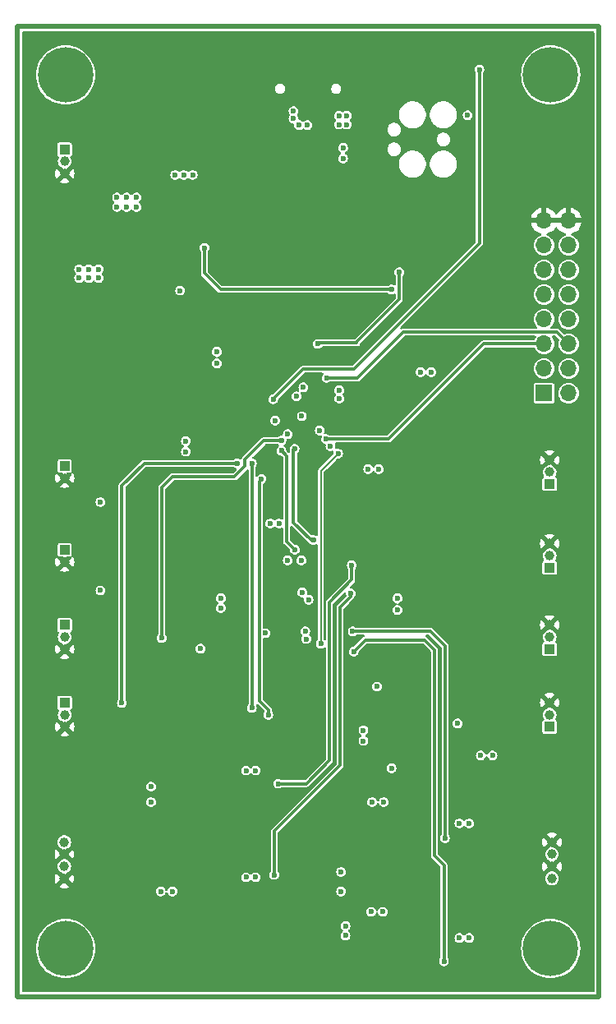
<source format=gbr>
%TF.GenerationSoftware,KiCad,Pcbnew,8.0.5*%
%TF.CreationDate,2024-09-12T11:50:27+01:00*%
%TF.ProjectId,Basic_DSP_V0_1,42617369-635f-4445-9350-5f56305f312e,rev?*%
%TF.SameCoordinates,Original*%
%TF.FileFunction,Copper,L6,Bot*%
%TF.FilePolarity,Positive*%
%FSLAX46Y46*%
G04 Gerber Fmt 4.6, Leading zero omitted, Abs format (unit mm)*
G04 Created by KiCad (PCBNEW 8.0.5) date 2024-09-12 11:50:27*
%MOMM*%
%LPD*%
G01*
G04 APERTURE LIST*
%TA.AperFunction,ComponentPad*%
%ADD10C,5.700000*%
%TD*%
%TA.AperFunction,ComponentPad*%
%ADD11R,1.100000X1.000000*%
%TD*%
%TA.AperFunction,ComponentPad*%
%ADD12C,1.000000*%
%TD*%
%TA.AperFunction,ComponentPad*%
%ADD13R,1.000000X1.000000*%
%TD*%
%TA.AperFunction,ComponentPad*%
%ADD14R,1.700000X1.700000*%
%TD*%
%TA.AperFunction,ComponentPad*%
%ADD15O,1.700000X1.700000*%
%TD*%
%TA.AperFunction,ViaPad*%
%ADD16C,0.600000*%
%TD*%
%TA.AperFunction,Conductor*%
%ADD17C,0.300000*%
%TD*%
%TA.AperFunction,Conductor*%
%ADD18C,0.200000*%
%TD*%
%TA.AperFunction,Profile*%
%ADD19C,0.500000*%
%TD*%
G04 APERTURE END LIST*
D10*
%TO.P,H3,1*%
%TO.N,N/C*%
X128400000Y-399100000D03*
%TD*%
%TO.P,H4,1*%
%TO.N,N/C*%
X78400000Y-399100000D03*
%TD*%
D11*
%TO.P,J2,1,1*%
%TO.N,+3V3*%
X78300000Y-365750000D03*
D12*
%TO.P,J2,2,2*%
%TO.N,Net-(D25-A2)*%
X78300000Y-367000000D03*
%TO.P,J2,3,3*%
%TO.N,GND*%
X78300000Y-368250000D03*
%TD*%
D10*
%TO.P,H1,1*%
%TO.N,N/C*%
X78400000Y-309100000D03*
%TD*%
D11*
%TO.P,J8,1,1*%
%TO.N,+3V3*%
X128300000Y-359875000D03*
D12*
%TO.P,J8,2,2*%
%TO.N,Net-(D10-A2)*%
X128300000Y-358625000D03*
%TO.P,J8,3,3*%
%TO.N,GND*%
X128300000Y-357375000D03*
%TD*%
D11*
%TO.P,J7,1,1*%
%TO.N,+3V3*%
X128300000Y-351250000D03*
D12*
%TO.P,J7,2,2*%
%TO.N,Net-(D8-A2)*%
X128300000Y-350000000D03*
%TO.P,J7,3,3*%
%TO.N,GND*%
X128300000Y-348750000D03*
%TD*%
%TO.P,J11,1,1*%
%TO.N,/Analogue/AUDIO_OUT_R*%
X78275000Y-388125000D03*
%TO.P,J11,2,2*%
%TO.N,GND*%
X78275000Y-389375000D03*
%TO.P,J11,3,3*%
%TO.N,/Analogue/AUDIO_OUT_L*%
X78275000Y-390625000D03*
%TO.P,J11,4,4*%
%TO.N,GND*%
X78275000Y-391875000D03*
%TD*%
D13*
%TO.P,J15,1,1*%
%TO.N,/Connections/SWITCH_1*%
X78300000Y-358000000D03*
D12*
%TO.P,J15,2,2*%
%TO.N,GND*%
X78300000Y-359250000D03*
%TD*%
D11*
%TO.P,J1,1,1*%
%TO.N,VCC*%
X78300000Y-316750000D03*
D12*
%TO.P,J1,2,2*%
%TO.N,unconnected-(J1-Pad2)*%
X78300000Y-318000000D03*
%TO.P,J1,3,3*%
%TO.N,GND*%
X78300000Y-319250000D03*
%TD*%
D11*
%TO.P,J3,1,1*%
%TO.N,+3V3*%
X78300000Y-373750000D03*
D12*
%TO.P,J3,2,2*%
%TO.N,Net-(D4-A2)*%
X78300000Y-375000000D03*
%TO.P,J3,3,3*%
%TO.N,GND*%
X78300000Y-376250000D03*
%TD*%
D13*
%TO.P,J14,1,1*%
%TO.N,/Connections/SWITCH_0*%
X78300000Y-349375000D03*
D12*
%TO.P,J14,2,2*%
%TO.N,GND*%
X78300000Y-350625000D03*
%TD*%
%TO.P,J6,1,1*%
%TO.N,/Analogue/AUDIO_IN_L*%
X128525000Y-391875000D03*
%TO.P,J6,2,2*%
%TO.N,GND*%
X128525000Y-390625000D03*
%TO.P,J6,3,3*%
%TO.N,/Analogue/AUDIO_IN_R*%
X128525000Y-389375000D03*
%TO.P,J6,4,4*%
%TO.N,GND*%
X128525000Y-388125000D03*
%TD*%
D10*
%TO.P,H2,1*%
%TO.N,N/C*%
X128400000Y-309100000D03*
%TD*%
D14*
%TO.P,J16,1,Pin_1*%
%TO.N,+5V*%
X127710000Y-341875000D03*
D15*
%TO.P,J16,2,Pin_2*%
%TO.N,+3V3*%
X130250000Y-341875000D03*
%TO.P,J16,3,Pin_3*%
%TO.N,/Connections/GPIO0*%
X127710000Y-339335000D03*
%TO.P,J16,4,Pin_4*%
%TO.N,/Connections/GPIO1*%
X130250000Y-339335000D03*
%TO.P,J16,5,Pin_5*%
%TO.N,/Connections/GPIO2*%
X127710000Y-336795000D03*
%TO.P,J16,6,Pin_6*%
%TO.N,/Connections/GPIO3*%
X130250000Y-336795000D03*
%TO.P,J16,7,Pin_7*%
%TO.N,/Connections/GPIO4*%
X127710000Y-334255000D03*
%TO.P,J16,8,Pin_8*%
%TO.N,/Connections/GPIO5*%
X130250000Y-334255000D03*
%TO.P,J16,9,Pin_9*%
%TO.N,/Connections/GPIO6*%
X127710000Y-331715000D03*
%TO.P,J16,10,Pin_10*%
%TO.N,/Connections/GPIO7*%
X130250000Y-331715000D03*
%TO.P,J16,11,Pin_11*%
%TO.N,/Connections/GPIO8*%
X127710000Y-329175000D03*
%TO.P,J16,12,Pin_12*%
%TO.N,/Connections/GPIO9*%
X130250000Y-329175000D03*
%TO.P,J16,13,Pin_13*%
%TO.N,/Connections/GPIO10*%
X127710000Y-326635000D03*
%TO.P,J16,14,Pin_14*%
%TO.N,/Connections/GPIO11*%
X130250000Y-326635000D03*
%TO.P,J16,15,Pin_15*%
%TO.N,GND*%
X127710000Y-324095000D03*
%TO.P,J16,16,Pin_16*%
X130250000Y-324095000D03*
%TD*%
D11*
%TO.P,J10,1,1*%
%TO.N,+3V3*%
X128300000Y-376250000D03*
D12*
%TO.P,J10,2,2*%
%TO.N,Net-(D11-A2)*%
X128300000Y-375000000D03*
%TO.P,J10,3,3*%
%TO.N,GND*%
X128300000Y-373750000D03*
%TD*%
D11*
%TO.P,J9,1,1*%
%TO.N,+3V3*%
X128300000Y-368250000D03*
D12*
%TO.P,J9,2,2*%
%TO.N,Net-(D12-A2)*%
X128300000Y-367000000D03*
%TO.P,J9,3,3*%
%TO.N,GND*%
X128300000Y-365750000D03*
%TD*%
D16*
%TO.N,+5VA*%
X87200000Y-382400000D03*
X110000000Y-384000000D03*
X121200000Y-379200000D03*
X89400000Y-393200000D03*
X106800000Y-391200000D03*
X112600000Y-363000000D03*
X106800000Y-393200000D03*
X109900000Y-395300000D03*
X111100000Y-395300000D03*
X111200000Y-384000000D03*
X112600000Y-364200000D03*
X88200000Y-393200000D03*
X122400000Y-379200000D03*
X87200000Y-384000000D03*
%TO.N,GND*%
X91500000Y-397000000D03*
X103500000Y-364300000D03*
X124400000Y-395900000D03*
X109100000Y-379300000D03*
X93500000Y-306700000D03*
X104600000Y-344800000D03*
X81800000Y-331200000D03*
X96900000Y-354000000D03*
X93100000Y-323000000D03*
X88300000Y-344800000D03*
X106500000Y-347300000D03*
X102100000Y-346100000D03*
X101500000Y-332000000D03*
X94400000Y-361500000D03*
X117600000Y-324800000D03*
X121100000Y-377400000D03*
X103545110Y-344161654D03*
X123800000Y-346300000D03*
X117400000Y-401400000D03*
X104700000Y-368700000D03*
X115000000Y-337900000D03*
X92500000Y-306700000D03*
X103500000Y-359100000D03*
X100900000Y-402300000D03*
X99700000Y-340900000D03*
X123900000Y-371500000D03*
X95300000Y-387700000D03*
X105400000Y-332100000D03*
X100650000Y-358534313D03*
X112600000Y-361300000D03*
X89500000Y-333200000D03*
X107700000Y-353700000D03*
X100000000Y-343900000D03*
X94000000Y-335700000D03*
X124300000Y-397700000D03*
X96900000Y-352000000D03*
X86900000Y-396900000D03*
X98800000Y-335700000D03*
X101500000Y-370300000D03*
X113400000Y-342900000D03*
X101400000Y-339900000D03*
X91700000Y-337300000D03*
X110900000Y-400900000D03*
X109600000Y-353700000D03*
X123900000Y-363400000D03*
X115500000Y-369700000D03*
X110500000Y-359700000D03*
X123900000Y-355400000D03*
%TO.N,+3V3*%
X99000000Y-366600000D03*
X82000000Y-353100000D03*
X81800000Y-330000000D03*
X82000000Y-362200000D03*
X115000000Y-339700000D03*
X110700000Y-349700000D03*
X90800000Y-346800000D03*
X110500000Y-372100000D03*
X109600000Y-349700000D03*
X100400000Y-355300000D03*
X116100000Y-339700000D03*
X119850000Y-313235000D03*
X90800000Y-347900000D03*
X94400000Y-363000000D03*
X80800000Y-329100000D03*
X94000000Y-337600000D03*
X94000000Y-338800000D03*
X99500000Y-355300000D03*
X94400000Y-364000000D03*
X81800000Y-329100000D03*
X79800000Y-329100000D03*
X79800000Y-330000000D03*
X90200000Y-331300000D03*
X80800000Y-330000000D03*
%TO.N,Net-(D1-K)*%
X83700000Y-322700000D03*
X109100000Y-377700000D03*
X83700000Y-321700000D03*
X85700000Y-321700000D03*
X84700000Y-322700000D03*
X84700000Y-321700000D03*
X109100000Y-376600000D03*
X85700000Y-322700000D03*
%TO.N,/Power/V_ENABLE*%
X112000000Y-380500000D03*
X112000000Y-331200000D03*
X92700000Y-326900000D03*
%TO.N,/Connections/ADC_IN0*%
X88300000Y-367100000D03*
X100650000Y-346750000D03*
%TO.N,/Connections/ADC_IN1*%
X96100000Y-349100000D03*
X84200000Y-373800000D03*
%TO.N,/Analogue/CODEC_IN_L*%
X108100000Y-368500000D03*
X117400000Y-400400000D03*
%TO.N,/Connections/ADC_IN2*%
X97600000Y-374300000D03*
X97600000Y-349100000D03*
%TO.N,/Connections/ADC_IN3*%
X99300000Y-375000000D03*
X98600000Y-350700000D03*
%TO.N,/Analogue/CODEC_IN_R*%
X117500000Y-387700000D03*
X108000000Y-366400000D03*
%TO.N,/Connections/ADC_IN4*%
X102030761Y-358000000D03*
X100650000Y-347800000D03*
%TO.N,/Connections/ADC_IN5*%
X103950000Y-357000000D03*
X102000000Y-347600000D03*
%TO.N,/Analogue/CODEC_OUT_L*%
X107800000Y-362500000D03*
X99900000Y-391500000D03*
%TO.N,/Analogue/CODEC_OUT_R*%
X100300000Y-382100000D03*
X107900000Y-359600000D03*
%TO.N,/Processor/MCU_~{RST}*%
X121050000Y-308535000D03*
X99800000Y-342500000D03*
%TO.N,VBUS*%
X91500000Y-319400000D03*
X106600000Y-313300000D03*
X106600000Y-314200000D03*
X101900000Y-312800000D03*
X107400000Y-314200000D03*
X107400000Y-313300000D03*
X89700000Y-319400000D03*
X90600000Y-319400000D03*
X101900000Y-313600000D03*
%TO.N,/Processor/SWO*%
X104400000Y-336800000D03*
X112800000Y-329400000D03*
%TO.N,/Connections/USB_D+*%
X102475000Y-314252248D03*
X106621851Y-341575000D03*
%TO.N,/Connections/USB_D-*%
X106621851Y-342425000D03*
X103325000Y-314252248D03*
%TO.N,+5V*%
X118800000Y-375900000D03*
X107000000Y-317700000D03*
X107000000Y-316600000D03*
%TO.N,/Connections/GPIO2*%
X105250000Y-346600000D03*
%TO.N,/Connections/GPIO3*%
X105300000Y-340300000D03*
%TO.N,/CODEC/I2S_ADC_OUT*%
X100000000Y-344700000D03*
X92300000Y-368200000D03*
%TO.N,/CODEC/I2C1_SDA*%
X102200000Y-342200000D03*
X103100000Y-366400000D03*
%TO.N,/CODEC/I2C1_SCL*%
X102900000Y-341266728D03*
X103200000Y-367200000D03*
%TO.N,+VREF*%
X119000000Y-398000000D03*
X107250000Y-397750000D03*
X98000000Y-391750000D03*
X97000000Y-380750000D03*
X120000000Y-398000000D03*
X98000000Y-380750000D03*
X97000000Y-391750000D03*
X107250000Y-396750000D03*
X120000000Y-386200000D03*
X119000000Y-386200000D03*
%TO.N,/CODEC/I2S_BCLK*%
X103450000Y-363150000D03*
X105700000Y-347315544D03*
%TO.N,/CODEC/I2S_WCLK*%
X102750000Y-344250000D03*
X102700000Y-359100000D03*
%TO.N,/CODEC/I2S_MCLK*%
X104600000Y-345700000D03*
X102800000Y-362400000D03*
%TO.N,/CODEC/I2S_DAC_IN*%
X101300000Y-346100000D03*
X101300000Y-359100000D03*
%TO.N,/CODEC/CODEC_~{RST}*%
X104700000Y-367700000D03*
X106500000Y-348100000D03*
%TD*%
D17*
%TO.N,/Processor/SWO*%
X104500000Y-336700000D02*
X104400000Y-336800000D01*
X112800000Y-332200000D02*
X108400000Y-336600000D01*
X108400000Y-336700000D02*
X104500000Y-336700000D01*
X112800000Y-329400000D02*
X112800000Y-332200000D01*
X108400000Y-336600000D02*
X108400000Y-336700000D01*
%TO.N,/Connections/ADC_IN4*%
X101200000Y-348350000D02*
X100650000Y-347800000D01*
X101200000Y-357169239D02*
X101200000Y-348350000D01*
X102030761Y-358000000D02*
X101200000Y-357169239D01*
%TO.N,/Power/V_ENABLE*%
X112000000Y-331200000D02*
X94400000Y-331200000D01*
X92700000Y-326900000D02*
X92700000Y-329500000D01*
X92700000Y-329500000D02*
X94400000Y-331200000D01*
%TO.N,/Connections/ADC_IN0*%
X89400000Y-350500000D02*
X88300000Y-351600000D01*
X96900000Y-349400000D02*
X95800000Y-350500000D01*
X100650000Y-346750000D02*
X98850000Y-346750000D01*
X95800000Y-350500000D02*
X89400000Y-350500000D01*
X98850000Y-346750000D02*
X96900000Y-348700000D01*
X88300000Y-351600000D02*
X88300000Y-367100000D01*
X96900000Y-348700000D02*
X96900000Y-349400000D01*
%TO.N,/Connections/ADC_IN1*%
X84200000Y-351400000D02*
X86500000Y-349100000D01*
X86500000Y-349100000D02*
X96100000Y-349100000D01*
X84200000Y-373800000D02*
X84200000Y-351400000D01*
%TO.N,/Analogue/CODEC_IN_L*%
X116400000Y-389500000D02*
X116400000Y-368300000D01*
X117400000Y-400400000D02*
X117400000Y-390500000D01*
X117400000Y-390500000D02*
X116400000Y-389500000D01*
X115400000Y-367300000D02*
X109300000Y-367300000D01*
X116400000Y-368300000D02*
X115400000Y-367300000D01*
X109300000Y-367300000D02*
X108100000Y-368500000D01*
%TO.N,/Connections/ADC_IN2*%
X97600000Y-349100000D02*
X97600000Y-374300000D01*
%TO.N,/Connections/ADC_IN3*%
X98350000Y-373550000D02*
X99300000Y-374500000D01*
X98350000Y-373550000D02*
X98350000Y-350950000D01*
X99300000Y-374500000D02*
X99300000Y-375000000D01*
X98350000Y-350950000D02*
X98600000Y-350700000D01*
%TO.N,/Analogue/CODEC_IN_R*%
X117500000Y-367900000D02*
X116000000Y-366400000D01*
X116000000Y-366400000D02*
X108000000Y-366400000D01*
X117500000Y-387700000D02*
X117500000Y-367900000D01*
%TO.N,/Connections/ADC_IN5*%
X103950000Y-357000000D02*
X103700000Y-357000000D01*
X101900000Y-355200000D02*
X101900000Y-347700000D01*
X103700000Y-357000000D02*
X101900000Y-355200000D01*
X101900000Y-347700000D02*
X102000000Y-347600000D01*
%TO.N,/Analogue/CODEC_OUT_L*%
X107800000Y-362500000D02*
X107800000Y-362800000D01*
X106700000Y-380200000D02*
X99900000Y-387000000D01*
X106700000Y-363900000D02*
X106700000Y-380200000D01*
X99900000Y-387000000D02*
X99900000Y-391500000D01*
X107800000Y-362800000D02*
X106700000Y-363900000D01*
%TO.N,/Analogue/CODEC_OUT_R*%
X107900000Y-361100000D02*
X105600000Y-363400000D01*
X103200000Y-382100000D02*
X100300000Y-382100000D01*
X107900000Y-359600000D02*
X107900000Y-361100000D01*
X105600000Y-363400000D02*
X105600000Y-379700000D01*
X105600000Y-379700000D02*
X103200000Y-382100000D01*
%TO.N,/Processor/MCU_~{RST}*%
X121050000Y-308535000D02*
X121050000Y-326450000D01*
X100000000Y-342300000D02*
X102900000Y-339400000D01*
X108100000Y-339400000D02*
X121050000Y-326450000D01*
D18*
X99800000Y-342500000D02*
X100000000Y-342300000D01*
D17*
X102900000Y-339400000D02*
X108100000Y-339400000D01*
%TO.N,/Connections/GPIO2*%
X111700000Y-346600000D02*
X121505000Y-336795000D01*
X121505000Y-336795000D02*
X127710000Y-336795000D01*
X105250000Y-346600000D02*
X111700000Y-346600000D01*
%TO.N,/Connections/GPIO3*%
X108500000Y-340300000D02*
X113205000Y-335595000D01*
X129050000Y-335595000D02*
X130250000Y-336795000D01*
X113205000Y-335595000D02*
X129050000Y-335595000D01*
X105300000Y-340300000D02*
X108500000Y-340300000D01*
D18*
%TO.N,/CODEC/CODEC_~{RST}*%
X106500000Y-348100000D02*
X104700000Y-349900000D01*
X104700000Y-349900000D02*
X104700000Y-367700000D01*
%TD*%
%TA.AperFunction,Conductor*%
%TO.N,GND*%
G36*
X129784075Y-323902007D02*
G01*
X129750000Y-324029174D01*
X129750000Y-324160826D01*
X129784075Y-324287993D01*
X129816988Y-324345000D01*
X128143012Y-324345000D01*
X128175925Y-324287993D01*
X128210000Y-324160826D01*
X128210000Y-324029174D01*
X128175925Y-323902007D01*
X128143012Y-323845000D01*
X129816988Y-323845000D01*
X129784075Y-323902007D01*
G37*
%TD.AperFunction*%
%TA.AperFunction,Conductor*%
G36*
X132842539Y-304620185D02*
G01*
X132888294Y-304672989D01*
X132899500Y-304724500D01*
X132899500Y-403475500D01*
X132879815Y-403542539D01*
X132827011Y-403588294D01*
X132775500Y-403599500D01*
X74024500Y-403599500D01*
X73957461Y-403579815D01*
X73911706Y-403527011D01*
X73900500Y-403475500D01*
X73900500Y-399100000D01*
X75344693Y-399100000D01*
X75363903Y-399442081D01*
X75363904Y-399442086D01*
X75421296Y-399779870D01*
X75516147Y-400109104D01*
X75523406Y-400126628D01*
X75647263Y-400425646D01*
X75812998Y-400725521D01*
X76011269Y-401004959D01*
X76239570Y-401260426D01*
X76239573Y-401260429D01*
X76495040Y-401488730D01*
X76495046Y-401488734D01*
X76495047Y-401488735D01*
X76774479Y-401687002D01*
X77074352Y-401852736D01*
X77390896Y-401983853D01*
X77720130Y-402078704D01*
X78057914Y-402136096D01*
X78400000Y-402155307D01*
X78742086Y-402136096D01*
X79079870Y-402078704D01*
X79409104Y-401983853D01*
X79725648Y-401852736D01*
X80025521Y-401687002D01*
X80304953Y-401488735D01*
X80560428Y-401260428D01*
X80788735Y-401004953D01*
X80987002Y-400725521D01*
X81152736Y-400425648D01*
X81283853Y-400109104D01*
X81378704Y-399779870D01*
X81436096Y-399442086D01*
X81455307Y-399100000D01*
X81436096Y-398757914D01*
X81378704Y-398420130D01*
X81283853Y-398090896D01*
X81152736Y-397774352D01*
X80987002Y-397474479D01*
X80788735Y-397195047D01*
X80788734Y-397195046D01*
X80788730Y-397195040D01*
X80560429Y-396939573D01*
X80560426Y-396939570D01*
X80348299Y-396750000D01*
X106744353Y-396750000D01*
X106764834Y-396892456D01*
X106786351Y-396939570D01*
X106824623Y-397023373D01*
X106918872Y-397132143D01*
X106926324Y-397136932D01*
X106939943Y-397145685D01*
X106985698Y-397198489D01*
X106995641Y-397267648D01*
X106966615Y-397331203D01*
X106939943Y-397354315D01*
X106918874Y-397367855D01*
X106824623Y-397476626D01*
X106824622Y-397476628D01*
X106764834Y-397607543D01*
X106744353Y-397750000D01*
X106764834Y-397892456D01*
X106796011Y-397960723D01*
X106824623Y-398023373D01*
X106918872Y-398132143D01*
X107039947Y-398209953D01*
X107039950Y-398209954D01*
X107039949Y-398209954D01*
X107178036Y-398250499D01*
X107178038Y-398250500D01*
X107178039Y-398250500D01*
X107321962Y-398250500D01*
X107321962Y-398250499D01*
X107460053Y-398209953D01*
X107581128Y-398132143D01*
X107675377Y-398023373D01*
X107735165Y-397892457D01*
X107755647Y-397750000D01*
X107735165Y-397607543D01*
X107675377Y-397476627D01*
X107581128Y-397367857D01*
X107581125Y-397367855D01*
X107581125Y-397367854D01*
X107560058Y-397354316D01*
X107514302Y-397301513D01*
X107504358Y-397232354D01*
X107533382Y-397168798D01*
X107560058Y-397145684D01*
X107581125Y-397132145D01*
X107581125Y-397132144D01*
X107581128Y-397132143D01*
X107675377Y-397023373D01*
X107735165Y-396892457D01*
X107755647Y-396750000D01*
X107735165Y-396607543D01*
X107675377Y-396476627D01*
X107581128Y-396367857D01*
X107460053Y-396290047D01*
X107460051Y-396290046D01*
X107460049Y-396290045D01*
X107460050Y-396290045D01*
X107321963Y-396249500D01*
X107321961Y-396249500D01*
X107178039Y-396249500D01*
X107178036Y-396249500D01*
X107039949Y-396290045D01*
X106918873Y-396367856D01*
X106824623Y-396476626D01*
X106824622Y-396476628D01*
X106764834Y-396607543D01*
X106744353Y-396750000D01*
X80348299Y-396750000D01*
X80304959Y-396711269D01*
X80025521Y-396512998D01*
X79725646Y-396347263D01*
X79587509Y-396290045D01*
X79409104Y-396216147D01*
X79324479Y-396191766D01*
X79079875Y-396121297D01*
X79079866Y-396121295D01*
X78742093Y-396063905D01*
X78742081Y-396063903D01*
X78400000Y-396044693D01*
X78057918Y-396063903D01*
X78057906Y-396063905D01*
X77720133Y-396121295D01*
X77720124Y-396121297D01*
X77390899Y-396216146D01*
X77390896Y-396216147D01*
X77310375Y-396249500D01*
X77074353Y-396347263D01*
X76774478Y-396512998D01*
X76495040Y-396711269D01*
X76239573Y-396939570D01*
X76239570Y-396939573D01*
X76011269Y-397195040D01*
X75812998Y-397474478D01*
X75647263Y-397774353D01*
X75516146Y-398090899D01*
X75421297Y-398420124D01*
X75421295Y-398420133D01*
X75363905Y-398757906D01*
X75363903Y-398757918D01*
X75344693Y-399100000D01*
X73900500Y-399100000D01*
X73900500Y-395300000D01*
X109394353Y-395300000D01*
X109414834Y-395442456D01*
X109474622Y-395573371D01*
X109474623Y-395573373D01*
X109568872Y-395682143D01*
X109689947Y-395759953D01*
X109689950Y-395759954D01*
X109689949Y-395759954D01*
X109828036Y-395800499D01*
X109828038Y-395800500D01*
X109828039Y-395800500D01*
X109971962Y-395800500D01*
X109971962Y-395800499D01*
X110110053Y-395759953D01*
X110231128Y-395682143D01*
X110325377Y-395573373D01*
X110385165Y-395442457D01*
X110385165Y-395442455D01*
X110387206Y-395437987D01*
X110432961Y-395385183D01*
X110500000Y-395365499D01*
X110567040Y-395385184D01*
X110612794Y-395437987D01*
X110614834Y-395442455D01*
X110614835Y-395442457D01*
X110674623Y-395573373D01*
X110768872Y-395682143D01*
X110889947Y-395759953D01*
X110889950Y-395759954D01*
X110889949Y-395759954D01*
X111028036Y-395800499D01*
X111028038Y-395800500D01*
X111028039Y-395800500D01*
X111171962Y-395800500D01*
X111171962Y-395800499D01*
X111310053Y-395759953D01*
X111431128Y-395682143D01*
X111525377Y-395573373D01*
X111585165Y-395442457D01*
X111605647Y-395300000D01*
X111585165Y-395157543D01*
X111525377Y-395026627D01*
X111431128Y-394917857D01*
X111310053Y-394840047D01*
X111310051Y-394840046D01*
X111310049Y-394840045D01*
X111310050Y-394840045D01*
X111171963Y-394799500D01*
X111171961Y-394799500D01*
X111028039Y-394799500D01*
X111028036Y-394799500D01*
X110889949Y-394840045D01*
X110768873Y-394917856D01*
X110674623Y-395026626D01*
X110674622Y-395026628D01*
X110612794Y-395162012D01*
X110567039Y-395214816D01*
X110500000Y-395234500D01*
X110432960Y-395214815D01*
X110387206Y-395162012D01*
X110325377Y-395026628D01*
X110325376Y-395026626D01*
X110231128Y-394917857D01*
X110110053Y-394840047D01*
X110110051Y-394840046D01*
X110110049Y-394840045D01*
X110110050Y-394840045D01*
X109971963Y-394799500D01*
X109971961Y-394799500D01*
X109828039Y-394799500D01*
X109828036Y-394799500D01*
X109689949Y-394840045D01*
X109568873Y-394917856D01*
X109474623Y-395026626D01*
X109474622Y-395026628D01*
X109414834Y-395157543D01*
X109394353Y-395300000D01*
X73900500Y-395300000D01*
X73900500Y-393200000D01*
X87694353Y-393200000D01*
X87714834Y-393342456D01*
X87774622Y-393473371D01*
X87774623Y-393473373D01*
X87868872Y-393582143D01*
X87989947Y-393659953D01*
X87989950Y-393659954D01*
X87989949Y-393659954D01*
X88128036Y-393700499D01*
X88128038Y-393700500D01*
X88128039Y-393700500D01*
X88271962Y-393700500D01*
X88271962Y-393700499D01*
X88410053Y-393659953D01*
X88531128Y-393582143D01*
X88625377Y-393473373D01*
X88685165Y-393342457D01*
X88685165Y-393342455D01*
X88687206Y-393337987D01*
X88732961Y-393285183D01*
X88800000Y-393265499D01*
X88867040Y-393285184D01*
X88912794Y-393337987D01*
X88914834Y-393342455D01*
X88914835Y-393342457D01*
X88974623Y-393473373D01*
X89068872Y-393582143D01*
X89189947Y-393659953D01*
X89189950Y-393659954D01*
X89189949Y-393659954D01*
X89328036Y-393700499D01*
X89328038Y-393700500D01*
X89328039Y-393700500D01*
X89471962Y-393700500D01*
X89471962Y-393700499D01*
X89610053Y-393659953D01*
X89731128Y-393582143D01*
X89825377Y-393473373D01*
X89885165Y-393342457D01*
X89905647Y-393200000D01*
X106294353Y-393200000D01*
X106314834Y-393342456D01*
X106374622Y-393473371D01*
X106374623Y-393473373D01*
X106468872Y-393582143D01*
X106589947Y-393659953D01*
X106589950Y-393659954D01*
X106589949Y-393659954D01*
X106728036Y-393700499D01*
X106728038Y-393700500D01*
X106728039Y-393700500D01*
X106871962Y-393700500D01*
X106871962Y-393700499D01*
X107010053Y-393659953D01*
X107131128Y-393582143D01*
X107225377Y-393473373D01*
X107285165Y-393342457D01*
X107305647Y-393200000D01*
X107285165Y-393057543D01*
X107225377Y-392926627D01*
X107131128Y-392817857D01*
X107010053Y-392740047D01*
X107010051Y-392740046D01*
X107010049Y-392740045D01*
X107010050Y-392740045D01*
X106871963Y-392699500D01*
X106871961Y-392699500D01*
X106728039Y-392699500D01*
X106728036Y-392699500D01*
X106589949Y-392740045D01*
X106468873Y-392817856D01*
X106374623Y-392926626D01*
X106374622Y-392926628D01*
X106314834Y-393057543D01*
X106294353Y-393200000D01*
X89905647Y-393200000D01*
X89885165Y-393057543D01*
X89825377Y-392926627D01*
X89731128Y-392817857D01*
X89610053Y-392740047D01*
X89610051Y-392740046D01*
X89610049Y-392740045D01*
X89610050Y-392740045D01*
X89471963Y-392699500D01*
X89471961Y-392699500D01*
X89328039Y-392699500D01*
X89328036Y-392699500D01*
X89189949Y-392740045D01*
X89068873Y-392817856D01*
X88974623Y-392926626D01*
X88974622Y-392926628D01*
X88912794Y-393062012D01*
X88867039Y-393114816D01*
X88800000Y-393134500D01*
X88732960Y-393114815D01*
X88687206Y-393062012D01*
X88625377Y-392926628D01*
X88625376Y-392926626D01*
X88584834Y-392879838D01*
X88531128Y-392817857D01*
X88410053Y-392740047D01*
X88410051Y-392740046D01*
X88410049Y-392740045D01*
X88410050Y-392740045D01*
X88271963Y-392699500D01*
X88271961Y-392699500D01*
X88128039Y-392699500D01*
X88128036Y-392699500D01*
X87989949Y-392740045D01*
X87868873Y-392817856D01*
X87774623Y-392926626D01*
X87774622Y-392926628D01*
X87714834Y-393057543D01*
X87694353Y-393200000D01*
X73900500Y-393200000D01*
X73900500Y-392737075D01*
X77766476Y-392737075D01*
X77890462Y-392803348D01*
X78078969Y-392860531D01*
X78078965Y-392860531D01*
X78275000Y-392879838D01*
X78471032Y-392860531D01*
X78659537Y-392803348D01*
X78783523Y-392737076D01*
X78783523Y-392737075D01*
X78275001Y-392228553D01*
X78275000Y-392228553D01*
X77766476Y-392737075D01*
X73900500Y-392737075D01*
X73900500Y-391875000D01*
X77270161Y-391875000D01*
X77289468Y-392071032D01*
X77346651Y-392259537D01*
X77412923Y-392383522D01*
X77921447Y-391875000D01*
X77866746Y-391820299D01*
X78000000Y-391820299D01*
X78000000Y-391929701D01*
X78041866Y-392030775D01*
X78119225Y-392108134D01*
X78220299Y-392150000D01*
X78329701Y-392150000D01*
X78430775Y-392108134D01*
X78508134Y-392030775D01*
X78550000Y-391929701D01*
X78550000Y-391874999D01*
X78628553Y-391874999D01*
X78628553Y-391875000D01*
X79137076Y-392383523D01*
X79203348Y-392259537D01*
X79260531Y-392071032D01*
X79279838Y-391875000D01*
X79267527Y-391750000D01*
X96494353Y-391750000D01*
X96514834Y-391892456D01*
X96545660Y-391959954D01*
X96574623Y-392023373D01*
X96668872Y-392132143D01*
X96789947Y-392209953D01*
X96789950Y-392209954D01*
X96789949Y-392209954D01*
X96928036Y-392250499D01*
X96928038Y-392250500D01*
X96928039Y-392250500D01*
X97071962Y-392250500D01*
X97071962Y-392250499D01*
X97210053Y-392209953D01*
X97331128Y-392132143D01*
X97406287Y-392045403D01*
X97465064Y-392007629D01*
X97534934Y-392007629D01*
X97593711Y-392045402D01*
X97668872Y-392132143D01*
X97789947Y-392209953D01*
X97789950Y-392209954D01*
X97789949Y-392209954D01*
X97928036Y-392250499D01*
X97928038Y-392250500D01*
X97928039Y-392250500D01*
X98071962Y-392250500D01*
X98071962Y-392250499D01*
X98210053Y-392209953D01*
X98331128Y-392132143D01*
X98425377Y-392023373D01*
X98485165Y-391892457D01*
X98505647Y-391750000D01*
X98485165Y-391607543D01*
X98425377Y-391476627D01*
X98331128Y-391367857D01*
X98210053Y-391290047D01*
X98210051Y-391290046D01*
X98210049Y-391290045D01*
X98210050Y-391290045D01*
X98071963Y-391249500D01*
X98071961Y-391249500D01*
X97928039Y-391249500D01*
X97928036Y-391249500D01*
X97789949Y-391290045D01*
X97668873Y-391367856D01*
X97593713Y-391454596D01*
X97534935Y-391492370D01*
X97465065Y-391492370D01*
X97406287Y-391454596D01*
X97331128Y-391367857D01*
X97210053Y-391290047D01*
X97210051Y-391290046D01*
X97210049Y-391290045D01*
X97210050Y-391290045D01*
X97071963Y-391249500D01*
X97071961Y-391249500D01*
X96928039Y-391249500D01*
X96928036Y-391249500D01*
X96789949Y-391290045D01*
X96668873Y-391367856D01*
X96574623Y-391476626D01*
X96574622Y-391476628D01*
X96514834Y-391607543D01*
X96494353Y-391750000D01*
X79267527Y-391750000D01*
X79260531Y-391678967D01*
X79203348Y-391490462D01*
X79137075Y-391366476D01*
X78628553Y-391874999D01*
X78550000Y-391874999D01*
X78550000Y-391820299D01*
X78508134Y-391719225D01*
X78430775Y-391641866D01*
X78329701Y-391600000D01*
X78220299Y-391600000D01*
X78119225Y-391641866D01*
X78041866Y-391719225D01*
X78000000Y-391820299D01*
X77866746Y-391820299D01*
X77412923Y-391366476D01*
X77346649Y-391490466D01*
X77289468Y-391678967D01*
X77270161Y-391875000D01*
X73900500Y-391875000D01*
X73900500Y-390625000D01*
X77569355Y-390625000D01*
X77589859Y-390793869D01*
X77589860Y-390793874D01*
X77650182Y-390952931D01*
X77667868Y-390978553D01*
X77746817Y-391092929D01*
X77874148Y-391205734D01*
X77874150Y-391205735D01*
X78031417Y-391288276D01*
X78030782Y-391289484D01*
X78065454Y-391311901D01*
X78274999Y-391521446D01*
X78484543Y-391311901D01*
X78519218Y-391289486D01*
X78518583Y-391288276D01*
X78525225Y-391284790D01*
X78675852Y-391205734D01*
X78803183Y-391092929D01*
X78899818Y-390952930D01*
X78960140Y-390793872D01*
X78980645Y-390625000D01*
X78960140Y-390456128D01*
X78899818Y-390297070D01*
X78891342Y-390284791D01*
X78860744Y-390240462D01*
X78803183Y-390157071D01*
X78675852Y-390044266D01*
X78675849Y-390044263D01*
X78518585Y-389961724D01*
X78519218Y-389960517D01*
X78484544Y-389938097D01*
X78275001Y-389728553D01*
X78065452Y-389938100D01*
X78030782Y-389960519D01*
X78031415Y-389961725D01*
X77874150Y-390044264D01*
X77746816Y-390157072D01*
X77650182Y-390297068D01*
X77589860Y-390456125D01*
X77589859Y-390456130D01*
X77569355Y-390625000D01*
X73900500Y-390625000D01*
X73900500Y-389375000D01*
X77270161Y-389375000D01*
X77289468Y-389571032D01*
X77346651Y-389759537D01*
X77412923Y-389883522D01*
X77921447Y-389375000D01*
X77866746Y-389320299D01*
X78000000Y-389320299D01*
X78000000Y-389429701D01*
X78041866Y-389530775D01*
X78119225Y-389608134D01*
X78220299Y-389650000D01*
X78329701Y-389650000D01*
X78430775Y-389608134D01*
X78508134Y-389530775D01*
X78550000Y-389429701D01*
X78550000Y-389374999D01*
X78628553Y-389374999D01*
X78628553Y-389375000D01*
X79137076Y-389883523D01*
X79203348Y-389759537D01*
X79260531Y-389571032D01*
X79279838Y-389375000D01*
X79260531Y-389178967D01*
X79203348Y-388990462D01*
X79137075Y-388866476D01*
X78628553Y-389374999D01*
X78550000Y-389374999D01*
X78550000Y-389320299D01*
X78508134Y-389219225D01*
X78430775Y-389141866D01*
X78329701Y-389100000D01*
X78220299Y-389100000D01*
X78119225Y-389141866D01*
X78041866Y-389219225D01*
X78000000Y-389320299D01*
X77866746Y-389320299D01*
X77412923Y-388866476D01*
X77346649Y-388990466D01*
X77289468Y-389178967D01*
X77270161Y-389375000D01*
X73900500Y-389375000D01*
X73900500Y-388125000D01*
X77569355Y-388125000D01*
X77589859Y-388293869D01*
X77589860Y-388293874D01*
X77650182Y-388452931D01*
X77667868Y-388478553D01*
X77746817Y-388592929D01*
X77874148Y-388705734D01*
X77874150Y-388705735D01*
X78031417Y-388788276D01*
X78030782Y-388789484D01*
X78065454Y-388811901D01*
X78274999Y-389021446D01*
X78484543Y-388811901D01*
X78519218Y-388789486D01*
X78518583Y-388788276D01*
X78525225Y-388784790D01*
X78675852Y-388705734D01*
X78803183Y-388592929D01*
X78899818Y-388452930D01*
X78960140Y-388293872D01*
X78980645Y-388125000D01*
X78960140Y-387956128D01*
X78899818Y-387797070D01*
X78803183Y-387657071D01*
X78675852Y-387544266D01*
X78675849Y-387544263D01*
X78525226Y-387465210D01*
X78360056Y-387424500D01*
X78189944Y-387424500D01*
X78024773Y-387465210D01*
X77874150Y-387544263D01*
X77746816Y-387657072D01*
X77650182Y-387797068D01*
X77589860Y-387956125D01*
X77589859Y-387956130D01*
X77569355Y-388125000D01*
X73900500Y-388125000D01*
X73900500Y-384000000D01*
X86694353Y-384000000D01*
X86714834Y-384142456D01*
X86774622Y-384273371D01*
X86774623Y-384273373D01*
X86868872Y-384382143D01*
X86989947Y-384459953D01*
X86989950Y-384459954D01*
X86989949Y-384459954D01*
X87128036Y-384500499D01*
X87128038Y-384500500D01*
X87128039Y-384500500D01*
X87271962Y-384500500D01*
X87271962Y-384500499D01*
X87410053Y-384459953D01*
X87531128Y-384382143D01*
X87625377Y-384273373D01*
X87685165Y-384142457D01*
X87705647Y-384000000D01*
X87685165Y-383857543D01*
X87625377Y-383726627D01*
X87531128Y-383617857D01*
X87410053Y-383540047D01*
X87410051Y-383540046D01*
X87410049Y-383540045D01*
X87410050Y-383540045D01*
X87271963Y-383499500D01*
X87271961Y-383499500D01*
X87128039Y-383499500D01*
X87128036Y-383499500D01*
X86989949Y-383540045D01*
X86868873Y-383617856D01*
X86774623Y-383726626D01*
X86774622Y-383726628D01*
X86714834Y-383857543D01*
X86694353Y-384000000D01*
X73900500Y-384000000D01*
X73900500Y-382400000D01*
X86694353Y-382400000D01*
X86714834Y-382542456D01*
X86774622Y-382673371D01*
X86774623Y-382673373D01*
X86868872Y-382782143D01*
X86989947Y-382859953D01*
X86989950Y-382859954D01*
X86989949Y-382859954D01*
X87128036Y-382900499D01*
X87128038Y-382900500D01*
X87128039Y-382900500D01*
X87271962Y-382900500D01*
X87271962Y-382900499D01*
X87410053Y-382859953D01*
X87531128Y-382782143D01*
X87625377Y-382673373D01*
X87685165Y-382542457D01*
X87705647Y-382400000D01*
X87685165Y-382257543D01*
X87625377Y-382126627D01*
X87531128Y-382017857D01*
X87410053Y-381940047D01*
X87410051Y-381940046D01*
X87410049Y-381940045D01*
X87410050Y-381940045D01*
X87271963Y-381899500D01*
X87271961Y-381899500D01*
X87128039Y-381899500D01*
X87128036Y-381899500D01*
X86989949Y-381940045D01*
X86868873Y-382017856D01*
X86774623Y-382126626D01*
X86774622Y-382126628D01*
X86714834Y-382257543D01*
X86694353Y-382400000D01*
X73900500Y-382400000D01*
X73900500Y-380750000D01*
X96494353Y-380750000D01*
X96514834Y-380892456D01*
X96545660Y-380959954D01*
X96574623Y-381023373D01*
X96668872Y-381132143D01*
X96789947Y-381209953D01*
X96789950Y-381209954D01*
X96789949Y-381209954D01*
X96928036Y-381250499D01*
X96928038Y-381250500D01*
X96928039Y-381250500D01*
X97071962Y-381250500D01*
X97071962Y-381250499D01*
X97210053Y-381209953D01*
X97331128Y-381132143D01*
X97406287Y-381045403D01*
X97465064Y-381007629D01*
X97534934Y-381007629D01*
X97593711Y-381045402D01*
X97668872Y-381132143D01*
X97789947Y-381209953D01*
X97789950Y-381209954D01*
X97789949Y-381209954D01*
X97928036Y-381250499D01*
X97928038Y-381250500D01*
X97928039Y-381250500D01*
X98071962Y-381250500D01*
X98071962Y-381250499D01*
X98210053Y-381209953D01*
X98331128Y-381132143D01*
X98425377Y-381023373D01*
X98485165Y-380892457D01*
X98505647Y-380750000D01*
X98485165Y-380607543D01*
X98425377Y-380476627D01*
X98331128Y-380367857D01*
X98210053Y-380290047D01*
X98210051Y-380290046D01*
X98210049Y-380290045D01*
X98210050Y-380290045D01*
X98071963Y-380249500D01*
X98071961Y-380249500D01*
X97928039Y-380249500D01*
X97928036Y-380249500D01*
X97789949Y-380290045D01*
X97668873Y-380367856D01*
X97668872Y-380367856D01*
X97668872Y-380367857D01*
X97627843Y-380415208D01*
X97593713Y-380454596D01*
X97534935Y-380492370D01*
X97465065Y-380492370D01*
X97406287Y-380454596D01*
X97331128Y-380367857D01*
X97210053Y-380290047D01*
X97210051Y-380290046D01*
X97210049Y-380290045D01*
X97210050Y-380290045D01*
X97071963Y-380249500D01*
X97071961Y-380249500D01*
X96928039Y-380249500D01*
X96928036Y-380249500D01*
X96789949Y-380290045D01*
X96668873Y-380367856D01*
X96574623Y-380476626D01*
X96574622Y-380476628D01*
X96514834Y-380607543D01*
X96494353Y-380750000D01*
X73900500Y-380750000D01*
X73900500Y-377112075D01*
X77791476Y-377112075D01*
X77915462Y-377178348D01*
X78103969Y-377235531D01*
X78103965Y-377235531D01*
X78300000Y-377254838D01*
X78496032Y-377235531D01*
X78684537Y-377178348D01*
X78808523Y-377112076D01*
X78808523Y-377112075D01*
X78300001Y-376603553D01*
X78300000Y-376603553D01*
X77791476Y-377112075D01*
X73900500Y-377112075D01*
X73900500Y-376250000D01*
X77295161Y-376250000D01*
X77314468Y-376446032D01*
X77371651Y-376634537D01*
X77437923Y-376758522D01*
X77946447Y-376250000D01*
X77896719Y-376200272D01*
X78050000Y-376200272D01*
X78050000Y-376299728D01*
X78088060Y-376391614D01*
X78158386Y-376461940D01*
X78250272Y-376500000D01*
X78349728Y-376500000D01*
X78441614Y-376461940D01*
X78511940Y-376391614D01*
X78550000Y-376299728D01*
X78550000Y-376249999D01*
X78653553Y-376249999D01*
X78653553Y-376250000D01*
X79162076Y-376758523D01*
X79228348Y-376634537D01*
X79285531Y-376446032D01*
X79304838Y-376250000D01*
X79285531Y-376053967D01*
X79228348Y-375865462D01*
X79162075Y-375741476D01*
X78653553Y-376249999D01*
X78550000Y-376249999D01*
X78550000Y-376200272D01*
X78511940Y-376108386D01*
X78441614Y-376038060D01*
X78349728Y-376000000D01*
X78250272Y-376000000D01*
X78158386Y-376038060D01*
X78088060Y-376108386D01*
X78050000Y-376200272D01*
X77896719Y-376200272D01*
X77437923Y-375741476D01*
X77371649Y-375865466D01*
X77314468Y-376053967D01*
X77295161Y-376250000D01*
X73900500Y-376250000D01*
X73900500Y-373230247D01*
X77549500Y-373230247D01*
X77549500Y-374269752D01*
X77561131Y-374328229D01*
X77561132Y-374328230D01*
X77605447Y-374394552D01*
X77679594Y-374444096D01*
X77724399Y-374497709D01*
X77733106Y-374567034D01*
X77712753Y-374617637D01*
X77675185Y-374672063D01*
X77675182Y-374672068D01*
X77614860Y-374831125D01*
X77614859Y-374831130D01*
X77594355Y-375000000D01*
X77614859Y-375168869D01*
X77614860Y-375168874D01*
X77675182Y-375327931D01*
X77737475Y-375418177D01*
X77771817Y-375467929D01*
X77899148Y-375580734D01*
X77899150Y-375580735D01*
X78056417Y-375663276D01*
X78055782Y-375664484D01*
X78090454Y-375686901D01*
X78299999Y-375896446D01*
X78509543Y-375686901D01*
X78544218Y-375664486D01*
X78543583Y-375663276D01*
X78613413Y-375626626D01*
X78700852Y-375580734D01*
X78828183Y-375467929D01*
X78924818Y-375327930D01*
X78985140Y-375168872D01*
X79005645Y-375000000D01*
X78985140Y-374831128D01*
X78973524Y-374800500D01*
X78924817Y-374672068D01*
X78887246Y-374617638D01*
X78865363Y-374551284D01*
X78882828Y-374483632D01*
X78920405Y-374444096D01*
X78994552Y-374394552D01*
X79038867Y-374328231D01*
X79038867Y-374328229D01*
X79038868Y-374328229D01*
X79050499Y-374269752D01*
X79050500Y-374269750D01*
X79050500Y-373800000D01*
X83694353Y-373800000D01*
X83714834Y-373942456D01*
X83753275Y-374026628D01*
X83774623Y-374073373D01*
X83868872Y-374182143D01*
X83989947Y-374259953D01*
X83989950Y-374259954D01*
X83989949Y-374259954D01*
X84074518Y-374284785D01*
X84126336Y-374300000D01*
X84128036Y-374300499D01*
X84128038Y-374300500D01*
X84128039Y-374300500D01*
X84271962Y-374300500D01*
X84271962Y-374300499D01*
X84410053Y-374259953D01*
X84531128Y-374182143D01*
X84625377Y-374073373D01*
X84685165Y-373942457D01*
X84705647Y-373800000D01*
X84685165Y-373657543D01*
X84625377Y-373526627D01*
X84625374Y-373526623D01*
X84580786Y-373475164D01*
X84551762Y-373411608D01*
X84550500Y-373393963D01*
X84550500Y-368200000D01*
X91794353Y-368200000D01*
X91814834Y-368342456D01*
X91874622Y-368473371D01*
X91874623Y-368473373D01*
X91968872Y-368582143D01*
X92089947Y-368659953D01*
X92089950Y-368659954D01*
X92089949Y-368659954D01*
X92228036Y-368700499D01*
X92228038Y-368700500D01*
X92228039Y-368700500D01*
X92371962Y-368700500D01*
X92371962Y-368700499D01*
X92510053Y-368659953D01*
X92631128Y-368582143D01*
X92725377Y-368473373D01*
X92785165Y-368342457D01*
X92805647Y-368200000D01*
X92785165Y-368057543D01*
X92725377Y-367926627D01*
X92631128Y-367817857D01*
X92510053Y-367740047D01*
X92510051Y-367740046D01*
X92510049Y-367740045D01*
X92510050Y-367740045D01*
X92371963Y-367699500D01*
X92371961Y-367699500D01*
X92228039Y-367699500D01*
X92228036Y-367699500D01*
X92089949Y-367740045D01*
X91968873Y-367817856D01*
X91874623Y-367926626D01*
X91874622Y-367926628D01*
X91814834Y-368057543D01*
X91794353Y-368200000D01*
X84550500Y-368200000D01*
X84550500Y-351596544D01*
X84570185Y-351529505D01*
X84586819Y-351508863D01*
X86608863Y-349486819D01*
X86670186Y-349453334D01*
X86696544Y-349450500D01*
X95686105Y-349450500D01*
X95753144Y-349470185D01*
X95767312Y-349480790D01*
X95768866Y-349482137D01*
X95768872Y-349482143D01*
X95889947Y-349559953D01*
X95889950Y-349559954D01*
X95889949Y-349559954D01*
X95963393Y-349581519D01*
X96022172Y-349619293D01*
X96051197Y-349682848D01*
X96041254Y-349752007D01*
X96016140Y-349788177D01*
X95691137Y-350113181D01*
X95629814Y-350146666D01*
X95603456Y-350149500D01*
X89353856Y-350149500D01*
X89281558Y-350168872D01*
X89281557Y-350168872D01*
X89264714Y-350173384D01*
X89264713Y-350173385D01*
X89184791Y-350219527D01*
X89184786Y-350219531D01*
X88019529Y-351384788D01*
X87996958Y-351423885D01*
X87996956Y-351423887D01*
X87973388Y-351464706D01*
X87973387Y-351464709D01*
X87949500Y-351553856D01*
X87949500Y-366693963D01*
X87929815Y-366761002D01*
X87919214Y-366775164D01*
X87874625Y-366826623D01*
X87874622Y-366826628D01*
X87814834Y-366957543D01*
X87794353Y-367100000D01*
X87814834Y-367242456D01*
X87860504Y-367342457D01*
X87874623Y-367373373D01*
X87968872Y-367482143D01*
X88089947Y-367559953D01*
X88089950Y-367559954D01*
X88089949Y-367559954D01*
X88228036Y-367600499D01*
X88228038Y-367600500D01*
X88228039Y-367600500D01*
X88371962Y-367600500D01*
X88371962Y-367600499D01*
X88479121Y-367569035D01*
X88510050Y-367559954D01*
X88510050Y-367559953D01*
X88510053Y-367559953D01*
X88631128Y-367482143D01*
X88725377Y-367373373D01*
X88785165Y-367242457D01*
X88805647Y-367100000D01*
X88785165Y-366957543D01*
X88725377Y-366826627D01*
X88722225Y-366822989D01*
X88680786Y-366775164D01*
X88651762Y-366711608D01*
X88650500Y-366693963D01*
X88650500Y-363000000D01*
X93894353Y-363000000D01*
X93914834Y-363142456D01*
X93974622Y-363273371D01*
X93974623Y-363273373D01*
X94068872Y-363382143D01*
X94076324Y-363386932D01*
X94089943Y-363395685D01*
X94135698Y-363448489D01*
X94145641Y-363517648D01*
X94116615Y-363581203D01*
X94089943Y-363604315D01*
X94068874Y-363617855D01*
X93974623Y-363726626D01*
X93974622Y-363726628D01*
X93914834Y-363857543D01*
X93894353Y-364000000D01*
X93914834Y-364142456D01*
X93941114Y-364200000D01*
X93974623Y-364273373D01*
X94068872Y-364382143D01*
X94189947Y-364459953D01*
X94189950Y-364459954D01*
X94189949Y-364459954D01*
X94328036Y-364500499D01*
X94328038Y-364500500D01*
X94328039Y-364500500D01*
X94471962Y-364500500D01*
X94471962Y-364500499D01*
X94610053Y-364459953D01*
X94731128Y-364382143D01*
X94825377Y-364273373D01*
X94885165Y-364142457D01*
X94905647Y-364000000D01*
X94885165Y-363857543D01*
X94825377Y-363726627D01*
X94731128Y-363617857D01*
X94731125Y-363617855D01*
X94731125Y-363617854D01*
X94710058Y-363604316D01*
X94664302Y-363551513D01*
X94654358Y-363482354D01*
X94683382Y-363418798D01*
X94710058Y-363395684D01*
X94731125Y-363382145D01*
X94731125Y-363382144D01*
X94731128Y-363382143D01*
X94825377Y-363273373D01*
X94885165Y-363142457D01*
X94905647Y-363000000D01*
X94885165Y-362857543D01*
X94825377Y-362726627D01*
X94731128Y-362617857D01*
X94610053Y-362540047D01*
X94610051Y-362540046D01*
X94610049Y-362540045D01*
X94610050Y-362540045D01*
X94471963Y-362499500D01*
X94471961Y-362499500D01*
X94328039Y-362499500D01*
X94328036Y-362499500D01*
X94189949Y-362540045D01*
X94068873Y-362617856D01*
X93974623Y-362726626D01*
X93974622Y-362726628D01*
X93914834Y-362857543D01*
X93894353Y-363000000D01*
X88650500Y-363000000D01*
X88650500Y-351796544D01*
X88670185Y-351729505D01*
X88686819Y-351708863D01*
X89508863Y-350886819D01*
X89570186Y-350853334D01*
X89596544Y-350850500D01*
X95846142Y-350850500D01*
X95846144Y-350850500D01*
X95935288Y-350826614D01*
X96015212Y-350780470D01*
X97037819Y-349757863D01*
X97099142Y-349724378D01*
X97168834Y-349729362D01*
X97224767Y-349771234D01*
X97249184Y-349836698D01*
X97249500Y-349845544D01*
X97249500Y-373893963D01*
X97229815Y-373961002D01*
X97219214Y-373975164D01*
X97174625Y-374026623D01*
X97174622Y-374026628D01*
X97114834Y-374157543D01*
X97094353Y-374300000D01*
X97114834Y-374442456D01*
X97133639Y-374483632D01*
X97174623Y-374573373D01*
X97268872Y-374682143D01*
X97389947Y-374759953D01*
X97389950Y-374759954D01*
X97389949Y-374759954D01*
X97528036Y-374800499D01*
X97528038Y-374800500D01*
X97528039Y-374800500D01*
X97671962Y-374800500D01*
X97671962Y-374800499D01*
X97810053Y-374759953D01*
X97931128Y-374682143D01*
X98025377Y-374573373D01*
X98085165Y-374442457D01*
X98105647Y-374300000D01*
X98085165Y-374157543D01*
X98054039Y-374089389D01*
X98044096Y-374020232D01*
X98073121Y-373956676D01*
X98131899Y-373918901D01*
X98201768Y-373918901D01*
X98254515Y-373950197D01*
X98865559Y-374561241D01*
X98899044Y-374622564D01*
X98894060Y-374692256D01*
X98878461Y-374718551D01*
X98879418Y-374719166D01*
X98874622Y-374726628D01*
X98814834Y-374857543D01*
X98794353Y-375000000D01*
X98814834Y-375142456D01*
X98826897Y-375168869D01*
X98874623Y-375273373D01*
X98968872Y-375382143D01*
X99089947Y-375459953D01*
X99089950Y-375459954D01*
X99089949Y-375459954D01*
X99228036Y-375500499D01*
X99228038Y-375500500D01*
X99228039Y-375500500D01*
X99371962Y-375500500D01*
X99371962Y-375500499D01*
X99510053Y-375459953D01*
X99631128Y-375382143D01*
X99725377Y-375273373D01*
X99785165Y-375142457D01*
X99805647Y-375000000D01*
X99785165Y-374857543D01*
X99725377Y-374726627D01*
X99725374Y-374726623D01*
X99680786Y-374675164D01*
X99651762Y-374611608D01*
X99650500Y-374593963D01*
X99650500Y-374453858D01*
X99650500Y-374453856D01*
X99626614Y-374364712D01*
X99626610Y-374364705D01*
X99612468Y-374340209D01*
X99612468Y-374340210D01*
X99580470Y-374284788D01*
X98736819Y-373441137D01*
X98703334Y-373379814D01*
X98700500Y-373353456D01*
X98700500Y-367199333D01*
X98720185Y-367132294D01*
X98772989Y-367086539D01*
X98842147Y-367076595D01*
X98859431Y-367080355D01*
X98880492Y-367086539D01*
X98928038Y-367100500D01*
X98928039Y-367100500D01*
X99071962Y-367100500D01*
X99071962Y-367100499D01*
X99210053Y-367059953D01*
X99331128Y-366982143D01*
X99425377Y-366873373D01*
X99485165Y-366742457D01*
X99505647Y-366600000D01*
X99485165Y-366457543D01*
X99458886Y-366400000D01*
X102594353Y-366400000D01*
X102614834Y-366542456D01*
X102618866Y-366551284D01*
X102674623Y-366673373D01*
X102764701Y-366777329D01*
X102793725Y-366840883D01*
X102783781Y-366910041D01*
X102775303Y-366925568D01*
X102774624Y-366926624D01*
X102714834Y-367057543D01*
X102694353Y-367200000D01*
X102714834Y-367342456D01*
X102753275Y-367426628D01*
X102774623Y-367473373D01*
X102868872Y-367582143D01*
X102989947Y-367659953D01*
X102989950Y-367659954D01*
X102989949Y-367659954D01*
X103097107Y-367691417D01*
X103126336Y-367700000D01*
X103128036Y-367700499D01*
X103128038Y-367700500D01*
X103128039Y-367700500D01*
X103271962Y-367700500D01*
X103271962Y-367700499D01*
X103410053Y-367659953D01*
X103531128Y-367582143D01*
X103625377Y-367473373D01*
X103685165Y-367342457D01*
X103705647Y-367200000D01*
X103685165Y-367057543D01*
X103625377Y-366926627D01*
X103625375Y-366926625D01*
X103625374Y-366926622D01*
X103535300Y-366822671D01*
X103506275Y-366759116D01*
X103516219Y-366689957D01*
X103524700Y-366674426D01*
X103525372Y-366673378D01*
X103525377Y-366673373D01*
X103585165Y-366542457D01*
X103605647Y-366400000D01*
X103585165Y-366257543D01*
X103525377Y-366126627D01*
X103431128Y-366017857D01*
X103310053Y-365940047D01*
X103310051Y-365940046D01*
X103310049Y-365940045D01*
X103310050Y-365940045D01*
X103171963Y-365899500D01*
X103171961Y-365899500D01*
X103028039Y-365899500D01*
X103028036Y-365899500D01*
X102889949Y-365940045D01*
X102768873Y-366017856D01*
X102674623Y-366126626D01*
X102674622Y-366126628D01*
X102614834Y-366257543D01*
X102594353Y-366400000D01*
X99458886Y-366400000D01*
X99425377Y-366326627D01*
X99331128Y-366217857D01*
X99210053Y-366140047D01*
X99210051Y-366140046D01*
X99210049Y-366140045D01*
X99210050Y-366140045D01*
X99071963Y-366099500D01*
X99071961Y-366099500D01*
X98928039Y-366099500D01*
X98928035Y-366099500D01*
X98859434Y-366119643D01*
X98789564Y-366119643D01*
X98730786Y-366081868D01*
X98701762Y-366018312D01*
X98700500Y-366000666D01*
X98700500Y-362400000D01*
X102294353Y-362400000D01*
X102314834Y-362542456D01*
X102360504Y-362642457D01*
X102374623Y-362673373D01*
X102468872Y-362782143D01*
X102589947Y-362859953D01*
X102589950Y-362859954D01*
X102589949Y-362859954D01*
X102728036Y-362900499D01*
X102728038Y-362900500D01*
X102837122Y-362900500D01*
X102904161Y-362920185D01*
X102949916Y-362972989D01*
X102959860Y-363042147D01*
X102944353Y-363150000D01*
X102964834Y-363292456D01*
X103011978Y-363395684D01*
X103024623Y-363423373D01*
X103118872Y-363532143D01*
X103239947Y-363609953D01*
X103239950Y-363609954D01*
X103239949Y-363609954D01*
X103378036Y-363650499D01*
X103378038Y-363650500D01*
X103378039Y-363650500D01*
X103521962Y-363650500D01*
X103521962Y-363650499D01*
X103660053Y-363609953D01*
X103781128Y-363532143D01*
X103875377Y-363423373D01*
X103935165Y-363292457D01*
X103955647Y-363150000D01*
X103935165Y-363007543D01*
X103875377Y-362876627D01*
X103781128Y-362767857D01*
X103660053Y-362690047D01*
X103660051Y-362690046D01*
X103660049Y-362690045D01*
X103660050Y-362690045D01*
X103521963Y-362649500D01*
X103521961Y-362649500D01*
X103412878Y-362649500D01*
X103345839Y-362629815D01*
X103300084Y-362577011D01*
X103290140Y-362507853D01*
X103291341Y-362499500D01*
X103305647Y-362400000D01*
X103285165Y-362257543D01*
X103225377Y-362126627D01*
X103131128Y-362017857D01*
X103010053Y-361940047D01*
X103010051Y-361940046D01*
X103010049Y-361940045D01*
X103010050Y-361940045D01*
X102871963Y-361899500D01*
X102871961Y-361899500D01*
X102728039Y-361899500D01*
X102728036Y-361899500D01*
X102589949Y-361940045D01*
X102468873Y-362017856D01*
X102374623Y-362126626D01*
X102374622Y-362126628D01*
X102314834Y-362257543D01*
X102294353Y-362400000D01*
X98700500Y-362400000D01*
X98700500Y-359100000D01*
X100794353Y-359100000D01*
X100814834Y-359242456D01*
X100853275Y-359326628D01*
X100874623Y-359373373D01*
X100968872Y-359482143D01*
X101089947Y-359559953D01*
X101089950Y-359559954D01*
X101089949Y-359559954D01*
X101197107Y-359591417D01*
X101226336Y-359600000D01*
X101228036Y-359600499D01*
X101228038Y-359600500D01*
X101228039Y-359600500D01*
X101371962Y-359600500D01*
X101371962Y-359600499D01*
X101510053Y-359559953D01*
X101631128Y-359482143D01*
X101725377Y-359373373D01*
X101785165Y-359242457D01*
X101805647Y-359100000D01*
X102194353Y-359100000D01*
X102214834Y-359242456D01*
X102253275Y-359326628D01*
X102274623Y-359373373D01*
X102368872Y-359482143D01*
X102489947Y-359559953D01*
X102489950Y-359559954D01*
X102489949Y-359559954D01*
X102597107Y-359591417D01*
X102626336Y-359600000D01*
X102628036Y-359600499D01*
X102628038Y-359600500D01*
X102628039Y-359600500D01*
X102771962Y-359600500D01*
X102771962Y-359600499D01*
X102910053Y-359559953D01*
X103031128Y-359482143D01*
X103125377Y-359373373D01*
X103185165Y-359242457D01*
X103205647Y-359100000D01*
X103185165Y-358957543D01*
X103125377Y-358826627D01*
X103031128Y-358717857D01*
X102910053Y-358640047D01*
X102910051Y-358640046D01*
X102910049Y-358640045D01*
X102910050Y-358640045D01*
X102771963Y-358599500D01*
X102771961Y-358599500D01*
X102628039Y-358599500D01*
X102628036Y-358599500D01*
X102489949Y-358640045D01*
X102368873Y-358717856D01*
X102274623Y-358826626D01*
X102274622Y-358826628D01*
X102214834Y-358957543D01*
X102194353Y-359100000D01*
X101805647Y-359100000D01*
X101785165Y-358957543D01*
X101725377Y-358826627D01*
X101631128Y-358717857D01*
X101510053Y-358640047D01*
X101510051Y-358640046D01*
X101510049Y-358640045D01*
X101510050Y-358640045D01*
X101371963Y-358599500D01*
X101371961Y-358599500D01*
X101228039Y-358599500D01*
X101228036Y-358599500D01*
X101089949Y-358640045D01*
X100968873Y-358717856D01*
X100874623Y-358826626D01*
X100874622Y-358826628D01*
X100814834Y-358957543D01*
X100794353Y-359100000D01*
X98700500Y-359100000D01*
X98700500Y-351284945D01*
X98720185Y-351217906D01*
X98772989Y-351172151D01*
X98789554Y-351165971D01*
X98810053Y-351159953D01*
X98931128Y-351082143D01*
X99025377Y-350973373D01*
X99085165Y-350842457D01*
X99105647Y-350700000D01*
X99085165Y-350557543D01*
X99025377Y-350426627D01*
X98931128Y-350317857D01*
X98810053Y-350240047D01*
X98810051Y-350240046D01*
X98810049Y-350240045D01*
X98810050Y-350240045D01*
X98671963Y-350199500D01*
X98671961Y-350199500D01*
X98528039Y-350199500D01*
X98528036Y-350199500D01*
X98389949Y-350240045D01*
X98268873Y-350317856D01*
X98268872Y-350317856D01*
X98268872Y-350317857D01*
X98212980Y-350382361D01*
X98168815Y-350433330D01*
X98166187Y-350431053D01*
X98125971Y-350465876D01*
X98056809Y-350475795D01*
X97993264Y-350446747D01*
X97955510Y-350387956D01*
X97950500Y-350353063D01*
X97950500Y-349506035D01*
X97970185Y-349438996D01*
X97980782Y-349424837D01*
X98025377Y-349373373D01*
X98085165Y-349242457D01*
X98105647Y-349100000D01*
X98085165Y-348957543D01*
X98025377Y-348826627D01*
X97931128Y-348717857D01*
X97889669Y-348691213D01*
X97810051Y-348640045D01*
X97736604Y-348618480D01*
X97677826Y-348580706D01*
X97648801Y-348517150D01*
X97658745Y-348447992D01*
X97683855Y-348411825D01*
X98958863Y-347136819D01*
X99020186Y-347103334D01*
X99046544Y-347100500D01*
X100236105Y-347100500D01*
X100303144Y-347120185D01*
X100317312Y-347130790D01*
X100318867Y-347132138D01*
X100318872Y-347132143D01*
X100318877Y-347132146D01*
X100318878Y-347132147D01*
X100378844Y-347170685D01*
X100424598Y-347223489D01*
X100434542Y-347292647D01*
X100405517Y-347356203D01*
X100378844Y-347379315D01*
X100318874Y-347417855D01*
X100224623Y-347526626D01*
X100224622Y-347526628D01*
X100164834Y-347657543D01*
X100144353Y-347800000D01*
X100164834Y-347942456D01*
X100210504Y-348042457D01*
X100224623Y-348073373D01*
X100318872Y-348182143D01*
X100439947Y-348259953D01*
X100439950Y-348259954D01*
X100439949Y-348259954D01*
X100578036Y-348300499D01*
X100578038Y-348300500D01*
X100578039Y-348300500D01*
X100603456Y-348300500D01*
X100670495Y-348320185D01*
X100691137Y-348336819D01*
X100813181Y-348458863D01*
X100846666Y-348520186D01*
X100849500Y-348546544D01*
X100849500Y-354766841D01*
X100829815Y-354833880D01*
X100777011Y-354879635D01*
X100707853Y-354889579D01*
X100658461Y-354871157D01*
X100610053Y-354840047D01*
X100610051Y-354840046D01*
X100610049Y-354840045D01*
X100610050Y-354840045D01*
X100471963Y-354799500D01*
X100471961Y-354799500D01*
X100328039Y-354799500D01*
X100328036Y-354799500D01*
X100189949Y-354840045D01*
X100068872Y-354917856D01*
X100043712Y-354946893D01*
X99984933Y-354984667D01*
X99915064Y-354984666D01*
X99856288Y-354946893D01*
X99831127Y-354917856D01*
X99758461Y-354871157D01*
X99710053Y-354840047D01*
X99710051Y-354840046D01*
X99710049Y-354840045D01*
X99710050Y-354840045D01*
X99571963Y-354799500D01*
X99571961Y-354799500D01*
X99428039Y-354799500D01*
X99428036Y-354799500D01*
X99289949Y-354840045D01*
X99168873Y-354917856D01*
X99074623Y-355026626D01*
X99074622Y-355026628D01*
X99014834Y-355157543D01*
X98994353Y-355300000D01*
X99014834Y-355442456D01*
X99067539Y-355557862D01*
X99074623Y-355573373D01*
X99168872Y-355682143D01*
X99289947Y-355759953D01*
X99289950Y-355759954D01*
X99289949Y-355759954D01*
X99428036Y-355800499D01*
X99428038Y-355800500D01*
X99428039Y-355800500D01*
X99571962Y-355800500D01*
X99571962Y-355800499D01*
X99710053Y-355759953D01*
X99831128Y-355682143D01*
X99856288Y-355653106D01*
X99915065Y-355615333D01*
X99984935Y-355615333D01*
X100043711Y-355653106D01*
X100068872Y-355682143D01*
X100189947Y-355759953D01*
X100189950Y-355759954D01*
X100189949Y-355759954D01*
X100328036Y-355800499D01*
X100328038Y-355800500D01*
X100328039Y-355800500D01*
X100471962Y-355800500D01*
X100471962Y-355800499D01*
X100610053Y-355759953D01*
X100658463Y-355728841D01*
X100725499Y-355709158D01*
X100792538Y-355728842D01*
X100838294Y-355781645D01*
X100849500Y-355833158D01*
X100849500Y-357215382D01*
X100866940Y-357280470D01*
X100866940Y-357280471D01*
X100873384Y-357304523D01*
X100873385Y-357304525D01*
X100919527Y-357384447D01*
X100919531Y-357384452D01*
X101494256Y-357959177D01*
X101527741Y-358020500D01*
X101529313Y-358029210D01*
X101545595Y-358142456D01*
X101605383Y-358273371D01*
X101605384Y-358273373D01*
X101699633Y-358382143D01*
X101820708Y-358459953D01*
X101820711Y-358459954D01*
X101820710Y-358459954D01*
X101958797Y-358500499D01*
X101958799Y-358500500D01*
X101958800Y-358500500D01*
X102102723Y-358500500D01*
X102102723Y-358500499D01*
X102240814Y-358459953D01*
X102361889Y-358382143D01*
X102456138Y-358273373D01*
X102515926Y-358142457D01*
X102536408Y-358000000D01*
X102515926Y-357857543D01*
X102456138Y-357726627D01*
X102361889Y-357617857D01*
X102240814Y-357540047D01*
X102240812Y-357540046D01*
X102240810Y-357540045D01*
X102240811Y-357540045D01*
X102102724Y-357499500D01*
X102102722Y-357499500D01*
X102077305Y-357499500D01*
X102010266Y-357479815D01*
X101989624Y-357463181D01*
X101586819Y-357060376D01*
X101553334Y-356999053D01*
X101550500Y-356972695D01*
X101550500Y-355645543D01*
X101570185Y-355578504D01*
X101622989Y-355532749D01*
X101692147Y-355522805D01*
X101755703Y-355551830D01*
X101762167Y-355557849D01*
X103419531Y-357215212D01*
X103484788Y-357280469D01*
X103484789Y-357280470D01*
X103484791Y-357280471D01*
X103558749Y-357323172D01*
X103590459Y-357349353D01*
X103618872Y-357382143D01*
X103739947Y-357459953D01*
X103739950Y-357459954D01*
X103739949Y-357459954D01*
X103813824Y-357481645D01*
X103874633Y-357499500D01*
X103878036Y-357500499D01*
X103878038Y-357500500D01*
X103878039Y-357500500D01*
X104021962Y-357500500D01*
X104021962Y-357500499D01*
X104160053Y-357459953D01*
X104208463Y-357428841D01*
X104275499Y-357409158D01*
X104342538Y-357428842D01*
X104388294Y-357481645D01*
X104399500Y-357533158D01*
X104399500Y-367236260D01*
X104379815Y-367303299D01*
X104369213Y-367317462D01*
X104274625Y-367426622D01*
X104274622Y-367426628D01*
X104214834Y-367557543D01*
X104194353Y-367700000D01*
X104214834Y-367842456D01*
X104253275Y-367926628D01*
X104274623Y-367973373D01*
X104368872Y-368082143D01*
X104489947Y-368159953D01*
X104489950Y-368159954D01*
X104489949Y-368159954D01*
X104597107Y-368191417D01*
X104627262Y-368200272D01*
X104628036Y-368200499D01*
X104628038Y-368200500D01*
X104628039Y-368200500D01*
X104771962Y-368200500D01*
X104771962Y-368200499D01*
X104910053Y-368159953D01*
X105031128Y-368082143D01*
X105031785Y-368081384D01*
X105032628Y-368080842D01*
X105037828Y-368076337D01*
X105038475Y-368077084D01*
X105090560Y-368043608D01*
X105160429Y-368043605D01*
X105219209Y-368081377D01*
X105248237Y-368144931D01*
X105249500Y-368162584D01*
X105249500Y-379503456D01*
X105229815Y-379570495D01*
X105213181Y-379591137D01*
X103091137Y-381713181D01*
X103029814Y-381746666D01*
X103003456Y-381749500D01*
X100713895Y-381749500D01*
X100646856Y-381729815D01*
X100632688Y-381719210D01*
X100631132Y-381717862D01*
X100631128Y-381717857D01*
X100510053Y-381640047D01*
X100510051Y-381640046D01*
X100510049Y-381640045D01*
X100510050Y-381640045D01*
X100371963Y-381599500D01*
X100371961Y-381599500D01*
X100228039Y-381599500D01*
X100228036Y-381599500D01*
X100089949Y-381640045D01*
X99968873Y-381717856D01*
X99874623Y-381826626D01*
X99874622Y-381826628D01*
X99814834Y-381957543D01*
X99794353Y-382100000D01*
X99814834Y-382242456D01*
X99874622Y-382373371D01*
X99874623Y-382373373D01*
X99968872Y-382482143D01*
X100089947Y-382559953D01*
X100089950Y-382559954D01*
X100089949Y-382559954D01*
X100228036Y-382600499D01*
X100228038Y-382600500D01*
X100228039Y-382600500D01*
X100371962Y-382600500D01*
X100371962Y-382600499D01*
X100510053Y-382559953D01*
X100631128Y-382482143D01*
X100631136Y-382482133D01*
X100632688Y-382480790D01*
X100634572Y-382479929D01*
X100638589Y-382477348D01*
X100638960Y-382477925D01*
X100696243Y-382451763D01*
X100713895Y-382450500D01*
X103246142Y-382450500D01*
X103246144Y-382450500D01*
X103335288Y-382426614D01*
X103415212Y-382380470D01*
X105880470Y-379915212D01*
X105926614Y-379835288D01*
X105950500Y-379746143D01*
X105950500Y-379653856D01*
X105950500Y-363596544D01*
X105970185Y-363529505D01*
X105986819Y-363508863D01*
X107082672Y-362413010D01*
X107143995Y-362379525D01*
X107213687Y-362384509D01*
X107269620Y-362426381D01*
X107294037Y-362491845D01*
X107294320Y-362499770D01*
X107294353Y-362499999D01*
X107294353Y-362500000D01*
X107314835Y-362642457D01*
X107322826Y-362659954D01*
X107325165Y-362665076D01*
X107335106Y-362734235D01*
X107306080Y-362797790D01*
X107300050Y-362804266D01*
X106419531Y-363684786D01*
X106419527Y-363684791D01*
X106381592Y-363750498D01*
X106381592Y-363750499D01*
X106373386Y-363764710D01*
X106349500Y-363853856D01*
X106349500Y-380003456D01*
X106329815Y-380070495D01*
X106313181Y-380091137D01*
X99619531Y-386784786D01*
X99619527Y-386784791D01*
X99573387Y-386864709D01*
X99573386Y-386864712D01*
X99549500Y-386953856D01*
X99549500Y-391093963D01*
X99529815Y-391161002D01*
X99519214Y-391175164D01*
X99474625Y-391226623D01*
X99474622Y-391226628D01*
X99414834Y-391357543D01*
X99394353Y-391500000D01*
X99414834Y-391642456D01*
X99446011Y-391710723D01*
X99474623Y-391773373D01*
X99568872Y-391882143D01*
X99689947Y-391959953D01*
X99689950Y-391959954D01*
X99689949Y-391959954D01*
X99828036Y-392000499D01*
X99828038Y-392000500D01*
X99828039Y-392000500D01*
X99971962Y-392000500D01*
X99971962Y-392000499D01*
X100110053Y-391959953D01*
X100231128Y-391882143D01*
X100325377Y-391773373D01*
X100385165Y-391642457D01*
X100405647Y-391500000D01*
X100385165Y-391357543D01*
X100325377Y-391226627D01*
X100325374Y-391226623D01*
X100302306Y-391200000D01*
X106294353Y-391200000D01*
X106314834Y-391342456D01*
X106344344Y-391407072D01*
X106374623Y-391473373D01*
X106468872Y-391582143D01*
X106589947Y-391659953D01*
X106589950Y-391659954D01*
X106589949Y-391659954D01*
X106728036Y-391700499D01*
X106728038Y-391700500D01*
X106728039Y-391700500D01*
X106871962Y-391700500D01*
X106871962Y-391700499D01*
X107010053Y-391659953D01*
X107131128Y-391582143D01*
X107225377Y-391473373D01*
X107285165Y-391342457D01*
X107305647Y-391200000D01*
X107285165Y-391057543D01*
X107225377Y-390926627D01*
X107131128Y-390817857D01*
X107010053Y-390740047D01*
X107010051Y-390740046D01*
X107010049Y-390740045D01*
X107010050Y-390740045D01*
X106871963Y-390699500D01*
X106871961Y-390699500D01*
X106728039Y-390699500D01*
X106728036Y-390699500D01*
X106589949Y-390740045D01*
X106468873Y-390817856D01*
X106374623Y-390926626D01*
X106374622Y-390926628D01*
X106314834Y-391057543D01*
X106294353Y-391200000D01*
X100302306Y-391200000D01*
X100280786Y-391175164D01*
X100251762Y-391111608D01*
X100250500Y-391093963D01*
X100250500Y-387196544D01*
X100270185Y-387129505D01*
X100286819Y-387108863D01*
X103395682Y-384000000D01*
X109494353Y-384000000D01*
X109514834Y-384142456D01*
X109574622Y-384273371D01*
X109574623Y-384273373D01*
X109668872Y-384382143D01*
X109789947Y-384459953D01*
X109789950Y-384459954D01*
X109789949Y-384459954D01*
X109928036Y-384500499D01*
X109928038Y-384500500D01*
X109928039Y-384500500D01*
X110071962Y-384500500D01*
X110071962Y-384500499D01*
X110210053Y-384459953D01*
X110331128Y-384382143D01*
X110425377Y-384273373D01*
X110485165Y-384142457D01*
X110485165Y-384142455D01*
X110487206Y-384137987D01*
X110532961Y-384085183D01*
X110600000Y-384065499D01*
X110667040Y-384085184D01*
X110712794Y-384137987D01*
X110714834Y-384142455D01*
X110714835Y-384142457D01*
X110774623Y-384273373D01*
X110868872Y-384382143D01*
X110989947Y-384459953D01*
X110989950Y-384459954D01*
X110989949Y-384459954D01*
X111128036Y-384500499D01*
X111128038Y-384500500D01*
X111128039Y-384500500D01*
X111271962Y-384500500D01*
X111271962Y-384500499D01*
X111410053Y-384459953D01*
X111531128Y-384382143D01*
X111625377Y-384273373D01*
X111685165Y-384142457D01*
X111705647Y-384000000D01*
X111685165Y-383857543D01*
X111625377Y-383726627D01*
X111531128Y-383617857D01*
X111410053Y-383540047D01*
X111410051Y-383540046D01*
X111410049Y-383540045D01*
X111410050Y-383540045D01*
X111271963Y-383499500D01*
X111271961Y-383499500D01*
X111128039Y-383499500D01*
X111128036Y-383499500D01*
X110989949Y-383540045D01*
X110868873Y-383617856D01*
X110774623Y-383726626D01*
X110774622Y-383726628D01*
X110712794Y-383862012D01*
X110667039Y-383914816D01*
X110600000Y-383934500D01*
X110532960Y-383914815D01*
X110487206Y-383862012D01*
X110425377Y-383726628D01*
X110425376Y-383726626D01*
X110331128Y-383617857D01*
X110210053Y-383540047D01*
X110210051Y-383540046D01*
X110210049Y-383540045D01*
X110210050Y-383540045D01*
X110071963Y-383499500D01*
X110071961Y-383499500D01*
X109928039Y-383499500D01*
X109928036Y-383499500D01*
X109789949Y-383540045D01*
X109668873Y-383617856D01*
X109574623Y-383726626D01*
X109574622Y-383726628D01*
X109514834Y-383857543D01*
X109494353Y-384000000D01*
X103395682Y-384000000D01*
X103538139Y-383857543D01*
X106895682Y-380500000D01*
X111494353Y-380500000D01*
X111514834Y-380642456D01*
X111546011Y-380710723D01*
X111574623Y-380773373D01*
X111668872Y-380882143D01*
X111789947Y-380959953D01*
X111789950Y-380959954D01*
X111789949Y-380959954D01*
X111928036Y-381000499D01*
X111928038Y-381000500D01*
X111928039Y-381000500D01*
X112071962Y-381000500D01*
X112071962Y-381000499D01*
X112210053Y-380959953D01*
X112331128Y-380882143D01*
X112425377Y-380773373D01*
X112485165Y-380642457D01*
X112505647Y-380500000D01*
X112485165Y-380357543D01*
X112425377Y-380226627D01*
X112331128Y-380117857D01*
X112210053Y-380040047D01*
X112210051Y-380040046D01*
X112210049Y-380040045D01*
X112210050Y-380040045D01*
X112071963Y-379999500D01*
X112071961Y-379999500D01*
X111928039Y-379999500D01*
X111928036Y-379999500D01*
X111789949Y-380040045D01*
X111668873Y-380117856D01*
X111574623Y-380226626D01*
X111574622Y-380226628D01*
X111514834Y-380357543D01*
X111494353Y-380500000D01*
X106895682Y-380500000D01*
X106980470Y-380415212D01*
X107026614Y-380335288D01*
X107050500Y-380246144D01*
X107050500Y-376600000D01*
X108594353Y-376600000D01*
X108614834Y-376742456D01*
X108654007Y-376828231D01*
X108674623Y-376873373D01*
X108768872Y-376982143D01*
X108768874Y-376982144D01*
X108768876Y-376982146D01*
X108867744Y-377045685D01*
X108913499Y-377098488D01*
X108923443Y-377167647D01*
X108894418Y-377231203D01*
X108867744Y-377254315D01*
X108768876Y-377317853D01*
X108768874Y-377317855D01*
X108674623Y-377426626D01*
X108674622Y-377426628D01*
X108614834Y-377557543D01*
X108594353Y-377700000D01*
X108614834Y-377842456D01*
X108674622Y-377973371D01*
X108674623Y-377973373D01*
X108768872Y-378082143D01*
X108889947Y-378159953D01*
X108889950Y-378159954D01*
X108889949Y-378159954D01*
X109028036Y-378200499D01*
X109028038Y-378200500D01*
X109028039Y-378200500D01*
X109171962Y-378200500D01*
X109171962Y-378200499D01*
X109310053Y-378159953D01*
X109431128Y-378082143D01*
X109525377Y-377973373D01*
X109585165Y-377842457D01*
X109605647Y-377700000D01*
X109585165Y-377557543D01*
X109525377Y-377426627D01*
X109431128Y-377317857D01*
X109332253Y-377254314D01*
X109286500Y-377201512D01*
X109276556Y-377132354D01*
X109305581Y-377068798D01*
X109332254Y-377045685D01*
X109431128Y-376982143D01*
X109525377Y-376873373D01*
X109585165Y-376742457D01*
X109605647Y-376600000D01*
X109585165Y-376457543D01*
X109525377Y-376326627D01*
X109431128Y-376217857D01*
X109310053Y-376140047D01*
X109310051Y-376140046D01*
X109310049Y-376140045D01*
X109310050Y-376140045D01*
X109171963Y-376099500D01*
X109171961Y-376099500D01*
X109028039Y-376099500D01*
X109028036Y-376099500D01*
X108889949Y-376140045D01*
X108768873Y-376217856D01*
X108674623Y-376326626D01*
X108674622Y-376326628D01*
X108614834Y-376457543D01*
X108594353Y-376600000D01*
X107050500Y-376600000D01*
X107050500Y-372100000D01*
X109994353Y-372100000D01*
X110014834Y-372242456D01*
X110074622Y-372373371D01*
X110074623Y-372373373D01*
X110168872Y-372482143D01*
X110289947Y-372559953D01*
X110289950Y-372559954D01*
X110289949Y-372559954D01*
X110428036Y-372600499D01*
X110428038Y-372600500D01*
X110428039Y-372600500D01*
X110571962Y-372600500D01*
X110571962Y-372600499D01*
X110710053Y-372559953D01*
X110831128Y-372482143D01*
X110925377Y-372373373D01*
X110985165Y-372242457D01*
X111005647Y-372100000D01*
X110985165Y-371957543D01*
X110925377Y-371826627D01*
X110831128Y-371717857D01*
X110710053Y-371640047D01*
X110710051Y-371640046D01*
X110710049Y-371640045D01*
X110710050Y-371640045D01*
X110571963Y-371599500D01*
X110571961Y-371599500D01*
X110428039Y-371599500D01*
X110428036Y-371599500D01*
X110289949Y-371640045D01*
X110168873Y-371717856D01*
X110074623Y-371826626D01*
X110074622Y-371826628D01*
X110014834Y-371957543D01*
X109994353Y-372100000D01*
X107050500Y-372100000D01*
X107050500Y-366400000D01*
X107494353Y-366400000D01*
X107514834Y-366542456D01*
X107518866Y-366551284D01*
X107574623Y-366673373D01*
X107668872Y-366782143D01*
X107789947Y-366859953D01*
X107789950Y-366859954D01*
X107789949Y-366859954D01*
X107928036Y-366900499D01*
X107928038Y-366900500D01*
X107928039Y-366900500D01*
X108071962Y-366900500D01*
X108071962Y-366900499D01*
X108210053Y-366859953D01*
X108331128Y-366782143D01*
X108331136Y-366782133D01*
X108332688Y-366780790D01*
X108334572Y-366779929D01*
X108338589Y-366777348D01*
X108338960Y-366777925D01*
X108396243Y-366751763D01*
X108413895Y-366750500D01*
X109087987Y-366750500D01*
X109155026Y-366770185D01*
X109200781Y-366822989D01*
X109210725Y-366892147D01*
X109181700Y-366955703D01*
X109149989Y-366981886D01*
X109084791Y-367019529D01*
X109084785Y-367019533D01*
X108141137Y-367963181D01*
X108079814Y-367996666D01*
X108053456Y-367999500D01*
X108028036Y-367999500D01*
X107889949Y-368040045D01*
X107768873Y-368117856D01*
X107674623Y-368226626D01*
X107674622Y-368226628D01*
X107614834Y-368357543D01*
X107594353Y-368500000D01*
X107614834Y-368642456D01*
X107667841Y-368758522D01*
X107674623Y-368773373D01*
X107768872Y-368882143D01*
X107889947Y-368959953D01*
X107889950Y-368959954D01*
X107889949Y-368959954D01*
X108028036Y-369000499D01*
X108028038Y-369000500D01*
X108028039Y-369000500D01*
X108171962Y-369000500D01*
X108171962Y-369000499D01*
X108310053Y-368959953D01*
X108431128Y-368882143D01*
X108525377Y-368773373D01*
X108585165Y-368642457D01*
X108601447Y-368529208D01*
X108630470Y-368465656D01*
X108636489Y-368459191D01*
X109408862Y-367686819D01*
X109470185Y-367653334D01*
X109496543Y-367650500D01*
X115203456Y-367650500D01*
X115270495Y-367670185D01*
X115291137Y-367686819D01*
X116013181Y-368408863D01*
X116046666Y-368470186D01*
X116049500Y-368496544D01*
X116049500Y-389546143D01*
X116073386Y-389635287D01*
X116073387Y-389635290D01*
X116119527Y-389715208D01*
X116119531Y-389715213D01*
X117013181Y-390608863D01*
X117046666Y-390670186D01*
X117049500Y-390696544D01*
X117049500Y-399993963D01*
X117029815Y-400061002D01*
X117019214Y-400075164D01*
X116974625Y-400126623D01*
X116974622Y-400126628D01*
X116914834Y-400257543D01*
X116894353Y-400400000D01*
X116914834Y-400542456D01*
X116974622Y-400673371D01*
X116974623Y-400673373D01*
X117068872Y-400782143D01*
X117189947Y-400859953D01*
X117189950Y-400859954D01*
X117189949Y-400859954D01*
X117328036Y-400900499D01*
X117328038Y-400900500D01*
X117328039Y-400900500D01*
X117471962Y-400900500D01*
X117471962Y-400900499D01*
X117610053Y-400859953D01*
X117731128Y-400782143D01*
X117825377Y-400673373D01*
X117885165Y-400542457D01*
X117905647Y-400400000D01*
X117885165Y-400257543D01*
X117825377Y-400126627D01*
X117825374Y-400126623D01*
X117780786Y-400075164D01*
X117751762Y-400011608D01*
X117750500Y-399993963D01*
X117750500Y-399100000D01*
X125344693Y-399100000D01*
X125363903Y-399442081D01*
X125363904Y-399442086D01*
X125421296Y-399779870D01*
X125516147Y-400109104D01*
X125523406Y-400126628D01*
X125647263Y-400425646D01*
X125812998Y-400725521D01*
X126011269Y-401004959D01*
X126239570Y-401260426D01*
X126239573Y-401260429D01*
X126495040Y-401488730D01*
X126495046Y-401488734D01*
X126495047Y-401488735D01*
X126774479Y-401687002D01*
X127074352Y-401852736D01*
X127390896Y-401983853D01*
X127720130Y-402078704D01*
X128057914Y-402136096D01*
X128400000Y-402155307D01*
X128742086Y-402136096D01*
X129079870Y-402078704D01*
X129409104Y-401983853D01*
X129725648Y-401852736D01*
X130025521Y-401687002D01*
X130304953Y-401488735D01*
X130560428Y-401260428D01*
X130788735Y-401004953D01*
X130987002Y-400725521D01*
X131152736Y-400425648D01*
X131283853Y-400109104D01*
X131378704Y-399779870D01*
X131436096Y-399442086D01*
X131455307Y-399100000D01*
X131436096Y-398757914D01*
X131378704Y-398420130D01*
X131283853Y-398090896D01*
X131152736Y-397774352D01*
X130987002Y-397474479D01*
X130788735Y-397195047D01*
X130788734Y-397195046D01*
X130788730Y-397195040D01*
X130560429Y-396939573D01*
X130560426Y-396939570D01*
X130304959Y-396711269D01*
X130025521Y-396512998D01*
X129725646Y-396347263D01*
X129587509Y-396290045D01*
X129409104Y-396216147D01*
X129324479Y-396191766D01*
X129079875Y-396121297D01*
X129079866Y-396121295D01*
X128742093Y-396063905D01*
X128742081Y-396063903D01*
X128400000Y-396044693D01*
X128057918Y-396063903D01*
X128057906Y-396063905D01*
X127720133Y-396121295D01*
X127720124Y-396121297D01*
X127390899Y-396216146D01*
X127390896Y-396216147D01*
X127310375Y-396249500D01*
X127074353Y-396347263D01*
X126774478Y-396512998D01*
X126495040Y-396711269D01*
X126239573Y-396939570D01*
X126239570Y-396939573D01*
X126011269Y-397195040D01*
X125812998Y-397474478D01*
X125647263Y-397774353D01*
X125516146Y-398090899D01*
X125421297Y-398420124D01*
X125421295Y-398420133D01*
X125363905Y-398757906D01*
X125363903Y-398757918D01*
X125344693Y-399100000D01*
X117750500Y-399100000D01*
X117750500Y-398000000D01*
X118494353Y-398000000D01*
X118514834Y-398142456D01*
X118545660Y-398209954D01*
X118574623Y-398273373D01*
X118668872Y-398382143D01*
X118789947Y-398459953D01*
X118789950Y-398459954D01*
X118789949Y-398459954D01*
X118928036Y-398500499D01*
X118928038Y-398500500D01*
X118928039Y-398500500D01*
X119071962Y-398500500D01*
X119071962Y-398500499D01*
X119210053Y-398459953D01*
X119331128Y-398382143D01*
X119406287Y-398295403D01*
X119465064Y-398257629D01*
X119534934Y-398257629D01*
X119593711Y-398295402D01*
X119668872Y-398382143D01*
X119789947Y-398459953D01*
X119789950Y-398459954D01*
X119789949Y-398459954D01*
X119928036Y-398500499D01*
X119928038Y-398500500D01*
X119928039Y-398500500D01*
X120071962Y-398500500D01*
X120071962Y-398500499D01*
X120210053Y-398459953D01*
X120331128Y-398382143D01*
X120425377Y-398273373D01*
X120485165Y-398142457D01*
X120505647Y-398000000D01*
X120485165Y-397857543D01*
X120425377Y-397726627D01*
X120331128Y-397617857D01*
X120210053Y-397540047D01*
X120210051Y-397540046D01*
X120210049Y-397540045D01*
X120210050Y-397540045D01*
X120071963Y-397499500D01*
X120071961Y-397499500D01*
X119928039Y-397499500D01*
X119928036Y-397499500D01*
X119789949Y-397540045D01*
X119668873Y-397617856D01*
X119593713Y-397704596D01*
X119534935Y-397742370D01*
X119465065Y-397742370D01*
X119406287Y-397704596D01*
X119331128Y-397617857D01*
X119210053Y-397540047D01*
X119210051Y-397540046D01*
X119210049Y-397540045D01*
X119210050Y-397540045D01*
X119071963Y-397499500D01*
X119071961Y-397499500D01*
X118928039Y-397499500D01*
X118928036Y-397499500D01*
X118789949Y-397540045D01*
X118668873Y-397617856D01*
X118574623Y-397726626D01*
X118574622Y-397726628D01*
X118514834Y-397857543D01*
X118494353Y-398000000D01*
X117750500Y-398000000D01*
X117750500Y-391875000D01*
X127819355Y-391875000D01*
X127839859Y-392043869D01*
X127839860Y-392043874D01*
X127900182Y-392202931D01*
X127933017Y-392250500D01*
X127996817Y-392342929D01*
X128102505Y-392436560D01*
X128124150Y-392455736D01*
X128274773Y-392534789D01*
X128274775Y-392534790D01*
X128439944Y-392575500D01*
X128610056Y-392575500D01*
X128775225Y-392534790D01*
X128854692Y-392493081D01*
X128925849Y-392455736D01*
X128925850Y-392455734D01*
X128925852Y-392455734D01*
X129053183Y-392342929D01*
X129149818Y-392202930D01*
X129210140Y-392043872D01*
X129230645Y-391875000D01*
X129210140Y-391706128D01*
X129149818Y-391547070D01*
X129053183Y-391407071D01*
X128925852Y-391294266D01*
X128925849Y-391294263D01*
X128768585Y-391211724D01*
X128769218Y-391210517D01*
X128734544Y-391188097D01*
X128525001Y-390978553D01*
X128315452Y-391188100D01*
X128280782Y-391210519D01*
X128281415Y-391211725D01*
X128124150Y-391294264D01*
X127996816Y-391407072D01*
X127900182Y-391547068D01*
X127839860Y-391706125D01*
X127839859Y-391706130D01*
X127819355Y-391875000D01*
X117750500Y-391875000D01*
X117750500Y-390625000D01*
X127520161Y-390625000D01*
X127539468Y-390821032D01*
X127596651Y-391009537D01*
X127662923Y-391133522D01*
X128171447Y-390625000D01*
X128116746Y-390570299D01*
X128250000Y-390570299D01*
X128250000Y-390679701D01*
X128291866Y-390780775D01*
X128369225Y-390858134D01*
X128470299Y-390900000D01*
X128579701Y-390900000D01*
X128680775Y-390858134D01*
X128758134Y-390780775D01*
X128800000Y-390679701D01*
X128800000Y-390624999D01*
X128878553Y-390624999D01*
X128878553Y-390625000D01*
X129387076Y-391133523D01*
X129453348Y-391009537D01*
X129510531Y-390821032D01*
X129529838Y-390625000D01*
X129510531Y-390428967D01*
X129453348Y-390240462D01*
X129387075Y-390116476D01*
X128878553Y-390624999D01*
X128800000Y-390624999D01*
X128800000Y-390570299D01*
X128758134Y-390469225D01*
X128680775Y-390391866D01*
X128579701Y-390350000D01*
X128470299Y-390350000D01*
X128369225Y-390391866D01*
X128291866Y-390469225D01*
X128250000Y-390570299D01*
X128116746Y-390570299D01*
X127662923Y-390116476D01*
X127596649Y-390240466D01*
X127539468Y-390428967D01*
X127520161Y-390625000D01*
X117750500Y-390625000D01*
X117750500Y-390453858D01*
X117750500Y-390453856D01*
X117726614Y-390364712D01*
X117708326Y-390333036D01*
X117680470Y-390284788D01*
X116786819Y-389391137D01*
X116778008Y-389375000D01*
X127819355Y-389375000D01*
X127839859Y-389543869D01*
X127839860Y-389543874D01*
X127900182Y-389702931D01*
X127908660Y-389715213D01*
X127996817Y-389842929D01*
X128124148Y-389955734D01*
X128124150Y-389955735D01*
X128281417Y-390038276D01*
X128280782Y-390039484D01*
X128315454Y-390061901D01*
X128524999Y-390271446D01*
X128734543Y-390061901D01*
X128769218Y-390039486D01*
X128768583Y-390038276D01*
X128775225Y-390034790D01*
X128925852Y-389955734D01*
X129053183Y-389842929D01*
X129149818Y-389702930D01*
X129210140Y-389543872D01*
X129230645Y-389375000D01*
X129210140Y-389206128D01*
X129149818Y-389047070D01*
X129053183Y-388907071D01*
X128925852Y-388794266D01*
X128925849Y-388794263D01*
X128768585Y-388711724D01*
X128769218Y-388710517D01*
X128734544Y-388688097D01*
X128525001Y-388478553D01*
X128315452Y-388688100D01*
X128280782Y-388710519D01*
X128281415Y-388711725D01*
X128124150Y-388794264D01*
X127996816Y-388907072D01*
X127900182Y-389047068D01*
X127839860Y-389206125D01*
X127839859Y-389206130D01*
X127819355Y-389375000D01*
X116778008Y-389375000D01*
X116753334Y-389329814D01*
X116750500Y-389303456D01*
X116750500Y-387737712D01*
X116761320Y-387700863D01*
X116751762Y-387679934D01*
X116750500Y-387662287D01*
X116750500Y-368253858D01*
X116750500Y-368253856D01*
X116726614Y-368164712D01*
X116698035Y-368115212D01*
X116680470Y-368084788D01*
X115615212Y-367019530D01*
X115550011Y-366981886D01*
X115501797Y-366931321D01*
X115488573Y-366862714D01*
X115514541Y-366797849D01*
X115571455Y-366757320D01*
X115612012Y-366750500D01*
X115803456Y-366750500D01*
X115870495Y-366770185D01*
X115891137Y-366786819D01*
X117113181Y-368008862D01*
X117146666Y-368070185D01*
X117149500Y-368096543D01*
X117149500Y-387293963D01*
X117129815Y-387361002D01*
X117119214Y-387375164D01*
X117074625Y-387426623D01*
X117074622Y-387426628D01*
X117014834Y-387557543D01*
X116997238Y-387679934D01*
X116989577Y-387696708D01*
X116993477Y-387702777D01*
X116997238Y-387720065D01*
X117014834Y-387842456D01*
X117054343Y-387928967D01*
X117074623Y-387973373D01*
X117168872Y-388082143D01*
X117289947Y-388159953D01*
X117289950Y-388159954D01*
X117289949Y-388159954D01*
X117428036Y-388200499D01*
X117428038Y-388200500D01*
X117428039Y-388200500D01*
X117571962Y-388200500D01*
X117571962Y-388200499D01*
X117710053Y-388159953D01*
X117764441Y-388125000D01*
X127520161Y-388125000D01*
X127539468Y-388321032D01*
X127596651Y-388509537D01*
X127662923Y-388633522D01*
X128171447Y-388125000D01*
X128116746Y-388070299D01*
X128250000Y-388070299D01*
X128250000Y-388179701D01*
X128291866Y-388280775D01*
X128369225Y-388358134D01*
X128470299Y-388400000D01*
X128579701Y-388400000D01*
X128680775Y-388358134D01*
X128758134Y-388280775D01*
X128800000Y-388179701D01*
X128800000Y-388124999D01*
X128878553Y-388124999D01*
X128878553Y-388125000D01*
X129387076Y-388633523D01*
X129453348Y-388509537D01*
X129510531Y-388321032D01*
X129529838Y-388125000D01*
X129510531Y-387928967D01*
X129453348Y-387740462D01*
X129387075Y-387616476D01*
X128878553Y-388124999D01*
X128800000Y-388124999D01*
X128800000Y-388070299D01*
X128758134Y-387969225D01*
X128680775Y-387891866D01*
X128579701Y-387850000D01*
X128470299Y-387850000D01*
X128369225Y-387891866D01*
X128291866Y-387969225D01*
X128250000Y-388070299D01*
X128116746Y-388070299D01*
X127662923Y-387616476D01*
X127596649Y-387740466D01*
X127539468Y-387928967D01*
X127520161Y-388125000D01*
X117764441Y-388125000D01*
X117831128Y-388082143D01*
X117925377Y-387973373D01*
X117985165Y-387842457D01*
X118005647Y-387700000D01*
X117985165Y-387557543D01*
X117925377Y-387426627D01*
X117923534Y-387424500D01*
X117880786Y-387375164D01*
X117851762Y-387311608D01*
X117850500Y-387293963D01*
X117850500Y-387262923D01*
X128016476Y-387262923D01*
X128525000Y-387771447D01*
X128525001Y-387771447D01*
X129033522Y-387262923D01*
X128909537Y-387196651D01*
X128721030Y-387139468D01*
X128721034Y-387139468D01*
X128525000Y-387120161D01*
X128328967Y-387139468D01*
X128140466Y-387196649D01*
X128016476Y-387262923D01*
X117850500Y-387262923D01*
X117850500Y-386200000D01*
X118494353Y-386200000D01*
X118514834Y-386342456D01*
X118567433Y-386457629D01*
X118574623Y-386473373D01*
X118668872Y-386582143D01*
X118789947Y-386659953D01*
X118789950Y-386659954D01*
X118789949Y-386659954D01*
X118928036Y-386700499D01*
X118928038Y-386700500D01*
X118928039Y-386700500D01*
X119071962Y-386700500D01*
X119071962Y-386700499D01*
X119210053Y-386659953D01*
X119331128Y-386582143D01*
X119406287Y-386495403D01*
X119465064Y-386457629D01*
X119534934Y-386457629D01*
X119593711Y-386495402D01*
X119668872Y-386582143D01*
X119789947Y-386659953D01*
X119789950Y-386659954D01*
X119789949Y-386659954D01*
X119928036Y-386700499D01*
X119928038Y-386700500D01*
X119928039Y-386700500D01*
X120071962Y-386700500D01*
X120071962Y-386700499D01*
X120210053Y-386659953D01*
X120331128Y-386582143D01*
X120425377Y-386473373D01*
X120485165Y-386342457D01*
X120505647Y-386200000D01*
X120485165Y-386057543D01*
X120425377Y-385926627D01*
X120331128Y-385817857D01*
X120210053Y-385740047D01*
X120210051Y-385740046D01*
X120210049Y-385740045D01*
X120210050Y-385740045D01*
X120071963Y-385699500D01*
X120071961Y-385699500D01*
X119928039Y-385699500D01*
X119928036Y-385699500D01*
X119789949Y-385740045D01*
X119668873Y-385817856D01*
X119593713Y-385904596D01*
X119534935Y-385942370D01*
X119465065Y-385942370D01*
X119406287Y-385904596D01*
X119331128Y-385817857D01*
X119210053Y-385740047D01*
X119210051Y-385740046D01*
X119210049Y-385740045D01*
X119210050Y-385740045D01*
X119071963Y-385699500D01*
X119071961Y-385699500D01*
X118928039Y-385699500D01*
X118928036Y-385699500D01*
X118789949Y-385740045D01*
X118668873Y-385817856D01*
X118574623Y-385926626D01*
X118574622Y-385926628D01*
X118514834Y-386057543D01*
X118494353Y-386200000D01*
X117850500Y-386200000D01*
X117850500Y-379200000D01*
X120694353Y-379200000D01*
X120714834Y-379342456D01*
X120774622Y-379473371D01*
X120774623Y-379473373D01*
X120868872Y-379582143D01*
X120989947Y-379659953D01*
X120989950Y-379659954D01*
X120989949Y-379659954D01*
X121128036Y-379700499D01*
X121128038Y-379700500D01*
X121128039Y-379700500D01*
X121271962Y-379700500D01*
X121271962Y-379700499D01*
X121410053Y-379659953D01*
X121531128Y-379582143D01*
X121625377Y-379473373D01*
X121685165Y-379342457D01*
X121685165Y-379342455D01*
X121687206Y-379337987D01*
X121732961Y-379285183D01*
X121800000Y-379265499D01*
X121867040Y-379285184D01*
X121912794Y-379337987D01*
X121914834Y-379342455D01*
X121914835Y-379342457D01*
X121974623Y-379473373D01*
X122068872Y-379582143D01*
X122189947Y-379659953D01*
X122189950Y-379659954D01*
X122189949Y-379659954D01*
X122328036Y-379700499D01*
X122328038Y-379700500D01*
X122328039Y-379700500D01*
X122471962Y-379700500D01*
X122471962Y-379700499D01*
X122610053Y-379659953D01*
X122731128Y-379582143D01*
X122825377Y-379473373D01*
X122885165Y-379342457D01*
X122905647Y-379200000D01*
X122885165Y-379057543D01*
X122825377Y-378926627D01*
X122731128Y-378817857D01*
X122610053Y-378740047D01*
X122610051Y-378740046D01*
X122610049Y-378740045D01*
X122610050Y-378740045D01*
X122471963Y-378699500D01*
X122471961Y-378699500D01*
X122328039Y-378699500D01*
X122328036Y-378699500D01*
X122189949Y-378740045D01*
X122068873Y-378817856D01*
X121974623Y-378926626D01*
X121974622Y-378926628D01*
X121912794Y-379062012D01*
X121867039Y-379114816D01*
X121800000Y-379134500D01*
X121732960Y-379114815D01*
X121687206Y-379062012D01*
X121625377Y-378926628D01*
X121625376Y-378926626D01*
X121531128Y-378817857D01*
X121410053Y-378740047D01*
X121410051Y-378740046D01*
X121410049Y-378740045D01*
X121410050Y-378740045D01*
X121271963Y-378699500D01*
X121271961Y-378699500D01*
X121128039Y-378699500D01*
X121128036Y-378699500D01*
X120989949Y-378740045D01*
X120868873Y-378817856D01*
X120774623Y-378926626D01*
X120774622Y-378926628D01*
X120714834Y-379057543D01*
X120694353Y-379200000D01*
X117850500Y-379200000D01*
X117850500Y-375900000D01*
X118294353Y-375900000D01*
X118314834Y-376042456D01*
X118320091Y-376053967D01*
X118374623Y-376173373D01*
X118468872Y-376282143D01*
X118589947Y-376359953D01*
X118589950Y-376359954D01*
X118589949Y-376359954D01*
X118728036Y-376400499D01*
X118728038Y-376400500D01*
X118728039Y-376400500D01*
X118871962Y-376400500D01*
X118871962Y-376400499D01*
X119010053Y-376359953D01*
X119131128Y-376282143D01*
X119225377Y-376173373D01*
X119285165Y-376042457D01*
X119305647Y-375900000D01*
X119285165Y-375757543D01*
X119272699Y-375730247D01*
X127549500Y-375730247D01*
X127549500Y-376769752D01*
X127561131Y-376828229D01*
X127561132Y-376828230D01*
X127605447Y-376894552D01*
X127671769Y-376938867D01*
X127671770Y-376938868D01*
X127730247Y-376950499D01*
X127730250Y-376950500D01*
X127730252Y-376950500D01*
X128869750Y-376950500D01*
X128869751Y-376950499D01*
X128884568Y-376947552D01*
X128928229Y-376938868D01*
X128928229Y-376938867D01*
X128928231Y-376938867D01*
X128994552Y-376894552D01*
X129038867Y-376828231D01*
X129038867Y-376828229D01*
X129038868Y-376828229D01*
X129050499Y-376769752D01*
X129050500Y-376769750D01*
X129050500Y-375730249D01*
X129050499Y-375730247D01*
X129038868Y-375671770D01*
X129038867Y-375671769D01*
X128994552Y-375605448D01*
X128920404Y-375555903D01*
X128875600Y-375502290D01*
X128866893Y-375432965D01*
X128887247Y-375382360D01*
X128887397Y-375382143D01*
X128924818Y-375327930D01*
X128985140Y-375168872D01*
X129005645Y-375000000D01*
X128985140Y-374831128D01*
X128973524Y-374800500D01*
X128924817Y-374672068D01*
X128856692Y-374573373D01*
X128828183Y-374532071D01*
X128700852Y-374419266D01*
X128700849Y-374419263D01*
X128543585Y-374336724D01*
X128544218Y-374335517D01*
X128509544Y-374313097D01*
X128300001Y-374103553D01*
X128090452Y-374313100D01*
X128055782Y-374335519D01*
X128056415Y-374336725D01*
X127899150Y-374419264D01*
X127771816Y-374532072D01*
X127675182Y-374672068D01*
X127614860Y-374831125D01*
X127614859Y-374831130D01*
X127594355Y-375000000D01*
X127614859Y-375168869D01*
X127614860Y-375168874D01*
X127675182Y-375327931D01*
X127712753Y-375382361D01*
X127734636Y-375448715D01*
X127717171Y-375516367D01*
X127679595Y-375555902D01*
X127605448Y-375605446D01*
X127561132Y-375671769D01*
X127561131Y-375671770D01*
X127549500Y-375730247D01*
X119272699Y-375730247D01*
X119225377Y-375626627D01*
X119131128Y-375517857D01*
X119010053Y-375440047D01*
X119010051Y-375440046D01*
X119010049Y-375440045D01*
X119010050Y-375440045D01*
X118871963Y-375399500D01*
X118871961Y-375399500D01*
X118728039Y-375399500D01*
X118728036Y-375399500D01*
X118589949Y-375440045D01*
X118468873Y-375517856D01*
X118374623Y-375626626D01*
X118374622Y-375626628D01*
X118314834Y-375757543D01*
X118294353Y-375900000D01*
X117850500Y-375900000D01*
X117850500Y-373750000D01*
X127295161Y-373750000D01*
X127314468Y-373946032D01*
X127371651Y-374134537D01*
X127437923Y-374258522D01*
X127946447Y-373750000D01*
X127896719Y-373700272D01*
X128050000Y-373700272D01*
X128050000Y-373799728D01*
X128088060Y-373891614D01*
X128158386Y-373961940D01*
X128250272Y-374000000D01*
X128349728Y-374000000D01*
X128441614Y-373961940D01*
X128511940Y-373891614D01*
X128550000Y-373799728D01*
X128550000Y-373749999D01*
X128653553Y-373749999D01*
X128653553Y-373750000D01*
X129162076Y-374258523D01*
X129228348Y-374134537D01*
X129285531Y-373946032D01*
X129304838Y-373750000D01*
X129285531Y-373553967D01*
X129228348Y-373365462D01*
X129162075Y-373241476D01*
X128653553Y-373749999D01*
X128550000Y-373749999D01*
X128550000Y-373700272D01*
X128511940Y-373608386D01*
X128441614Y-373538060D01*
X128349728Y-373500000D01*
X128250272Y-373500000D01*
X128158386Y-373538060D01*
X128088060Y-373608386D01*
X128050000Y-373700272D01*
X127896719Y-373700272D01*
X127437923Y-373241476D01*
X127371649Y-373365466D01*
X127314468Y-373553967D01*
X127295161Y-373750000D01*
X117850500Y-373750000D01*
X117850500Y-372887923D01*
X127791476Y-372887923D01*
X128300000Y-373396447D01*
X128300001Y-373396447D01*
X128808522Y-372887923D01*
X128684537Y-372821651D01*
X128496030Y-372764468D01*
X128496034Y-372764468D01*
X128300000Y-372745161D01*
X128103967Y-372764468D01*
X127915466Y-372821649D01*
X127791476Y-372887923D01*
X117850500Y-372887923D01*
X117850500Y-367853858D01*
X117850500Y-367853856D01*
X117826614Y-367764712D01*
X117826611Y-367764706D01*
X117806716Y-367730247D01*
X127549500Y-367730247D01*
X127549500Y-368769752D01*
X127561131Y-368828229D01*
X127561132Y-368828230D01*
X127605447Y-368894552D01*
X127671769Y-368938867D01*
X127671770Y-368938868D01*
X127730247Y-368950499D01*
X127730250Y-368950500D01*
X127730252Y-368950500D01*
X128869750Y-368950500D01*
X128869751Y-368950499D01*
X128884568Y-368947552D01*
X128928229Y-368938868D01*
X128928229Y-368938867D01*
X128928231Y-368938867D01*
X128994552Y-368894552D01*
X129038867Y-368828231D01*
X129038867Y-368828229D01*
X129038868Y-368828229D01*
X129050499Y-368769752D01*
X129050500Y-368769750D01*
X129050500Y-367730249D01*
X129050499Y-367730247D01*
X129038868Y-367671770D01*
X129038867Y-367671769D01*
X128994552Y-367605448D01*
X128920404Y-367555903D01*
X128875600Y-367502290D01*
X128866893Y-367432965D01*
X128887247Y-367382360D01*
X128924818Y-367327930D01*
X128985140Y-367168872D01*
X129005645Y-367000000D01*
X128985140Y-366831128D01*
X128983433Y-366826628D01*
X128951512Y-366742457D01*
X128924818Y-366672070D01*
X128924813Y-366672063D01*
X128852316Y-366567034D01*
X128828183Y-366532071D01*
X128700852Y-366419266D01*
X128700849Y-366419263D01*
X128543585Y-366336724D01*
X128544218Y-366335517D01*
X128509544Y-366313097D01*
X128300001Y-366103553D01*
X128090452Y-366313100D01*
X128055782Y-366335519D01*
X128056415Y-366336725D01*
X127899150Y-366419264D01*
X127771816Y-366532072D01*
X127675182Y-366672068D01*
X127614860Y-366831125D01*
X127614859Y-366831130D01*
X127594355Y-367000000D01*
X127614859Y-367168869D01*
X127614860Y-367168874D01*
X127675182Y-367327931D01*
X127712753Y-367382361D01*
X127734636Y-367448715D01*
X127717171Y-367516367D01*
X127679595Y-367555902D01*
X127605448Y-367605446D01*
X127561132Y-367671769D01*
X127561131Y-367671770D01*
X127549500Y-367730247D01*
X117806716Y-367730247D01*
X117780473Y-367684794D01*
X117780470Y-367684791D01*
X117780469Y-367684788D01*
X117715212Y-367619531D01*
X116215212Y-366119530D01*
X116215211Y-366119529D01*
X116215208Y-366119527D01*
X116135290Y-366073387D01*
X116135289Y-366073386D01*
X116135288Y-366073386D01*
X116046144Y-366049500D01*
X116046143Y-366049500D01*
X108413895Y-366049500D01*
X108346856Y-366029815D01*
X108332688Y-366019210D01*
X108331132Y-366017862D01*
X108331128Y-366017857D01*
X108210053Y-365940047D01*
X108210051Y-365940046D01*
X108210049Y-365940045D01*
X108210050Y-365940045D01*
X108071963Y-365899500D01*
X108071961Y-365899500D01*
X107928039Y-365899500D01*
X107928036Y-365899500D01*
X107789949Y-365940045D01*
X107668873Y-366017856D01*
X107574623Y-366126626D01*
X107574622Y-366126628D01*
X107514834Y-366257543D01*
X107494353Y-366400000D01*
X107050500Y-366400000D01*
X107050500Y-365750000D01*
X127295161Y-365750000D01*
X127314468Y-365946032D01*
X127371651Y-366134537D01*
X127437923Y-366258522D01*
X127946447Y-365750000D01*
X127896719Y-365700272D01*
X128050000Y-365700272D01*
X128050000Y-365799728D01*
X128088060Y-365891614D01*
X128158386Y-365961940D01*
X128250272Y-366000000D01*
X128349728Y-366000000D01*
X128441614Y-365961940D01*
X128511940Y-365891614D01*
X128550000Y-365799728D01*
X128550000Y-365749999D01*
X128653553Y-365749999D01*
X128653553Y-365750000D01*
X129162076Y-366258523D01*
X129228348Y-366134537D01*
X129285531Y-365946032D01*
X129304838Y-365750000D01*
X129285531Y-365553967D01*
X129228348Y-365365462D01*
X129162075Y-365241476D01*
X128653553Y-365749999D01*
X128550000Y-365749999D01*
X128550000Y-365700272D01*
X128511940Y-365608386D01*
X128441614Y-365538060D01*
X128349728Y-365500000D01*
X128250272Y-365500000D01*
X128158386Y-365538060D01*
X128088060Y-365608386D01*
X128050000Y-365700272D01*
X127896719Y-365700272D01*
X127437923Y-365241476D01*
X127371649Y-365365466D01*
X127314468Y-365553967D01*
X127295161Y-365750000D01*
X107050500Y-365750000D01*
X107050500Y-364887923D01*
X127791476Y-364887923D01*
X128300000Y-365396447D01*
X128300001Y-365396447D01*
X128808522Y-364887923D01*
X128684537Y-364821651D01*
X128496030Y-364764468D01*
X128496034Y-364764468D01*
X128300000Y-364745161D01*
X128103967Y-364764468D01*
X127915466Y-364821649D01*
X127791476Y-364887923D01*
X107050500Y-364887923D01*
X107050500Y-364096544D01*
X107070185Y-364029505D01*
X107086819Y-364008863D01*
X107578034Y-363517648D01*
X108080470Y-363015212D01*
X108089253Y-363000000D01*
X112094353Y-363000000D01*
X112114834Y-363142456D01*
X112174622Y-363273371D01*
X112174623Y-363273373D01*
X112268872Y-363382143D01*
X112333024Y-363423371D01*
X112389948Y-363459954D01*
X112461704Y-363481023D01*
X112520482Y-363518797D01*
X112549507Y-363582353D01*
X112539563Y-363651511D01*
X112493809Y-363704315D01*
X112461704Y-363718977D01*
X112389948Y-363740045D01*
X112268873Y-363817856D01*
X112174623Y-363926626D01*
X112174622Y-363926628D01*
X112114834Y-364057543D01*
X112094353Y-364200000D01*
X112114834Y-364342456D01*
X112132959Y-364382143D01*
X112174623Y-364473373D01*
X112268872Y-364582143D01*
X112389947Y-364659953D01*
X112389950Y-364659954D01*
X112389949Y-364659954D01*
X112528036Y-364700499D01*
X112528038Y-364700500D01*
X112528039Y-364700500D01*
X112671962Y-364700500D01*
X112671962Y-364700499D01*
X112810053Y-364659953D01*
X112931128Y-364582143D01*
X113025377Y-364473373D01*
X113085165Y-364342457D01*
X113105647Y-364200000D01*
X113085165Y-364057543D01*
X113025377Y-363926627D01*
X112931128Y-363817857D01*
X112810053Y-363740047D01*
X112810051Y-363740046D01*
X112810049Y-363740045D01*
X112810050Y-363740045D01*
X112738296Y-363718977D01*
X112679518Y-363681203D01*
X112650492Y-363617648D01*
X112660435Y-363548489D01*
X112706190Y-363495685D01*
X112738296Y-363481023D01*
X112810050Y-363459954D01*
X112810050Y-363459953D01*
X112810053Y-363459953D01*
X112931128Y-363382143D01*
X113025377Y-363273373D01*
X113085165Y-363142457D01*
X113105647Y-363000000D01*
X113085165Y-362857543D01*
X113025377Y-362726627D01*
X112931128Y-362617857D01*
X112810053Y-362540047D01*
X112810051Y-362540046D01*
X112810049Y-362540045D01*
X112810050Y-362540045D01*
X112671963Y-362499500D01*
X112671961Y-362499500D01*
X112528039Y-362499500D01*
X112528036Y-362499500D01*
X112389949Y-362540045D01*
X112268873Y-362617856D01*
X112174623Y-362726626D01*
X112174622Y-362726628D01*
X112114834Y-362857543D01*
X112094353Y-363000000D01*
X108089253Y-363000000D01*
X108126614Y-362935288D01*
X108137826Y-362893442D01*
X108163888Y-362844335D01*
X108225374Y-362773377D01*
X108225374Y-362773375D01*
X108225377Y-362773373D01*
X108285165Y-362642457D01*
X108305647Y-362500000D01*
X108285165Y-362357543D01*
X108225377Y-362226627D01*
X108131128Y-362117857D01*
X108010053Y-362040047D01*
X108010051Y-362040046D01*
X108010049Y-362040045D01*
X108010050Y-362040045D01*
X107871963Y-361999500D01*
X107871961Y-361999500D01*
X107795544Y-361999500D01*
X107728505Y-361979815D01*
X107682750Y-361927011D01*
X107672806Y-361857853D01*
X107701831Y-361794297D01*
X107707863Y-361787819D01*
X107796182Y-361699500D01*
X108180470Y-361315212D01*
X108226614Y-361235288D01*
X108250500Y-361146144D01*
X108250500Y-360006035D01*
X108270185Y-359938996D01*
X108280782Y-359924837D01*
X108325377Y-359873373D01*
X108385165Y-359742457D01*
X108405647Y-359600000D01*
X108385165Y-359457543D01*
X108338447Y-359355247D01*
X127549500Y-359355247D01*
X127549500Y-360394752D01*
X127561131Y-360453229D01*
X127561132Y-360453230D01*
X127605447Y-360519552D01*
X127671769Y-360563867D01*
X127671770Y-360563868D01*
X127730247Y-360575499D01*
X127730250Y-360575500D01*
X127730252Y-360575500D01*
X128869750Y-360575500D01*
X128869751Y-360575499D01*
X128884568Y-360572552D01*
X128928229Y-360563868D01*
X128928229Y-360563867D01*
X128928231Y-360563867D01*
X128994552Y-360519552D01*
X129038867Y-360453231D01*
X129038867Y-360453229D01*
X129038868Y-360453229D01*
X129050499Y-360394752D01*
X129050500Y-360394750D01*
X129050500Y-359355249D01*
X129050499Y-359355247D01*
X129038868Y-359296770D01*
X129038867Y-359296769D01*
X128994552Y-359230448D01*
X128920404Y-359180903D01*
X128875600Y-359127290D01*
X128866893Y-359057965D01*
X128887247Y-359007360D01*
X128924818Y-358952930D01*
X128985140Y-358793872D01*
X129005645Y-358625000D01*
X128985140Y-358456128D01*
X128924818Y-358297070D01*
X128828183Y-358157071D01*
X128700852Y-358044266D01*
X128700849Y-358044263D01*
X128543585Y-357961724D01*
X128544218Y-357960517D01*
X128509544Y-357938097D01*
X128300001Y-357728553D01*
X128090452Y-357938100D01*
X128055782Y-357960519D01*
X128056415Y-357961725D01*
X127899150Y-358044264D01*
X127771816Y-358157072D01*
X127675182Y-358297068D01*
X127614860Y-358456125D01*
X127614859Y-358456130D01*
X127594355Y-358625000D01*
X127614859Y-358793869D01*
X127614860Y-358793874D01*
X127675182Y-358952931D01*
X127712753Y-359007361D01*
X127734636Y-359073715D01*
X127717171Y-359141367D01*
X127679595Y-359180902D01*
X127605448Y-359230446D01*
X127561132Y-359296769D01*
X127561131Y-359296770D01*
X127549500Y-359355247D01*
X108338447Y-359355247D01*
X108325377Y-359326627D01*
X108231128Y-359217857D01*
X108110053Y-359140047D01*
X108110051Y-359140046D01*
X108110049Y-359140045D01*
X108110050Y-359140045D01*
X107971963Y-359099500D01*
X107971961Y-359099500D01*
X107828039Y-359099500D01*
X107828036Y-359099500D01*
X107689949Y-359140045D01*
X107568873Y-359217856D01*
X107474623Y-359326626D01*
X107474622Y-359326628D01*
X107414834Y-359457543D01*
X107394353Y-359600000D01*
X107414834Y-359742456D01*
X107422172Y-359758523D01*
X107474623Y-359873373D01*
X107519213Y-359924833D01*
X107548238Y-359988388D01*
X107549500Y-360006035D01*
X107549500Y-360903456D01*
X107529815Y-360970495D01*
X107513181Y-360991137D01*
X105319531Y-363184786D01*
X105319525Y-363184794D01*
X105279361Y-363254362D01*
X105279361Y-363254363D01*
X105273387Y-363264709D01*
X105273386Y-363264712D01*
X105249500Y-363353856D01*
X105249500Y-367237414D01*
X105229815Y-367304453D01*
X105177011Y-367350208D01*
X105107853Y-367360152D01*
X105044297Y-367331127D01*
X105031789Y-367318619D01*
X105030789Y-367317465D01*
X105001763Y-367253910D01*
X105000500Y-367236260D01*
X105000500Y-357375000D01*
X127295161Y-357375000D01*
X127314468Y-357571032D01*
X127371651Y-357759537D01*
X127437923Y-357883522D01*
X127946447Y-357375000D01*
X127896719Y-357325272D01*
X128050000Y-357325272D01*
X128050000Y-357424728D01*
X128088060Y-357516614D01*
X128158386Y-357586940D01*
X128250272Y-357625000D01*
X128349728Y-357625000D01*
X128441614Y-357586940D01*
X128511940Y-357516614D01*
X128550000Y-357424728D01*
X128550000Y-357374999D01*
X128653553Y-357374999D01*
X128653553Y-357375000D01*
X129162076Y-357883523D01*
X129228348Y-357759537D01*
X129285531Y-357571032D01*
X129304838Y-357375000D01*
X129285531Y-357178967D01*
X129228348Y-356990462D01*
X129162075Y-356866476D01*
X128653553Y-357374999D01*
X128550000Y-357374999D01*
X128550000Y-357325272D01*
X128511940Y-357233386D01*
X128441614Y-357163060D01*
X128349728Y-357125000D01*
X128250272Y-357125000D01*
X128158386Y-357163060D01*
X128088060Y-357233386D01*
X128050000Y-357325272D01*
X127896719Y-357325272D01*
X127437923Y-356866476D01*
X127371649Y-356990466D01*
X127314468Y-357178967D01*
X127295161Y-357375000D01*
X105000500Y-357375000D01*
X105000500Y-356512923D01*
X127791476Y-356512923D01*
X128300000Y-357021447D01*
X128300001Y-357021447D01*
X128808522Y-356512923D01*
X128684537Y-356446651D01*
X128496030Y-356389468D01*
X128496034Y-356389468D01*
X128300000Y-356370161D01*
X128103967Y-356389468D01*
X127915466Y-356446649D01*
X127791476Y-356512923D01*
X105000500Y-356512923D01*
X105000500Y-350730247D01*
X127549500Y-350730247D01*
X127549500Y-351769752D01*
X127561131Y-351828229D01*
X127561132Y-351828230D01*
X127605447Y-351894552D01*
X127671769Y-351938867D01*
X127671770Y-351938868D01*
X127730247Y-351950499D01*
X127730250Y-351950500D01*
X127730252Y-351950500D01*
X128869750Y-351950500D01*
X128869751Y-351950499D01*
X128884568Y-351947552D01*
X128928229Y-351938868D01*
X128928229Y-351938867D01*
X128928231Y-351938867D01*
X128994552Y-351894552D01*
X129038867Y-351828231D01*
X129038867Y-351828229D01*
X129038868Y-351828229D01*
X129050499Y-351769752D01*
X129050500Y-351769750D01*
X129050500Y-350730249D01*
X129050499Y-350730247D01*
X129038868Y-350671770D01*
X129038867Y-350671769D01*
X128994552Y-350605448D01*
X128920404Y-350555903D01*
X128875600Y-350502290D01*
X128866893Y-350432965D01*
X128887247Y-350382360D01*
X128924818Y-350327930D01*
X128985140Y-350168872D01*
X129005645Y-350000000D01*
X128985140Y-349831128D01*
X128924818Y-349672070D01*
X128828183Y-349532071D01*
X128700852Y-349419266D01*
X128700849Y-349419263D01*
X128543585Y-349336724D01*
X128544218Y-349335517D01*
X128509544Y-349313097D01*
X128300001Y-349103553D01*
X128090452Y-349313100D01*
X128055782Y-349335519D01*
X128056415Y-349336725D01*
X127899150Y-349419264D01*
X127899148Y-349419266D01*
X127779781Y-349525016D01*
X127771816Y-349532072D01*
X127675182Y-349672068D01*
X127614860Y-349831125D01*
X127614859Y-349831130D01*
X127594355Y-350000000D01*
X127614859Y-350168869D01*
X127614860Y-350168872D01*
X127675182Y-350327931D01*
X127712753Y-350382361D01*
X127734636Y-350448715D01*
X127717171Y-350516367D01*
X127679595Y-350555902D01*
X127605448Y-350605446D01*
X127561132Y-350671769D01*
X127561131Y-350671770D01*
X127549500Y-350730247D01*
X105000500Y-350730247D01*
X105000500Y-350075832D01*
X105020185Y-350008793D01*
X105036814Y-349988156D01*
X105324970Y-349700000D01*
X109094353Y-349700000D01*
X109114834Y-349842456D01*
X109171035Y-349965517D01*
X109174623Y-349973373D01*
X109268872Y-350082143D01*
X109389947Y-350159953D01*
X109389950Y-350159954D01*
X109389949Y-350159954D01*
X109497107Y-350191417D01*
X109524633Y-350199500D01*
X109528036Y-350200499D01*
X109528038Y-350200500D01*
X109528039Y-350200500D01*
X109671962Y-350200500D01*
X109671962Y-350200499D01*
X109810053Y-350159953D01*
X109931128Y-350082143D01*
X110025377Y-349973373D01*
X110037206Y-349947470D01*
X110082960Y-349894668D01*
X110150000Y-349874983D01*
X110217039Y-349894667D01*
X110262793Y-349947470D01*
X110274623Y-349973373D01*
X110368872Y-350082143D01*
X110489947Y-350159953D01*
X110489950Y-350159954D01*
X110489949Y-350159954D01*
X110597107Y-350191417D01*
X110624633Y-350199500D01*
X110628036Y-350200499D01*
X110628038Y-350200500D01*
X110628039Y-350200500D01*
X110771962Y-350200500D01*
X110771962Y-350200499D01*
X110910053Y-350159953D01*
X111031128Y-350082143D01*
X111125377Y-349973373D01*
X111185165Y-349842457D01*
X111205647Y-349700000D01*
X111185165Y-349557543D01*
X111125377Y-349426627D01*
X111031128Y-349317857D01*
X110910053Y-349240047D01*
X110910051Y-349240046D01*
X110910049Y-349240045D01*
X110910050Y-349240045D01*
X110771963Y-349199500D01*
X110771961Y-349199500D01*
X110628039Y-349199500D01*
X110628036Y-349199500D01*
X110489949Y-349240045D01*
X110368873Y-349317856D01*
X110274623Y-349426626D01*
X110274622Y-349426628D01*
X110262794Y-349452528D01*
X110217039Y-349505332D01*
X110149999Y-349525016D01*
X110082960Y-349505331D01*
X110037206Y-349452528D01*
X110025377Y-349426628D01*
X110025376Y-349426626D01*
X109931128Y-349317857D01*
X109810053Y-349240047D01*
X109810051Y-349240046D01*
X109810049Y-349240045D01*
X109810050Y-349240045D01*
X109671963Y-349199500D01*
X109671961Y-349199500D01*
X109528039Y-349199500D01*
X109528036Y-349199500D01*
X109389949Y-349240045D01*
X109268873Y-349317856D01*
X109174623Y-349426626D01*
X109174622Y-349426628D01*
X109114834Y-349557543D01*
X109094353Y-349700000D01*
X105324970Y-349700000D01*
X106274969Y-348750000D01*
X127295161Y-348750000D01*
X127314468Y-348946032D01*
X127371651Y-349134537D01*
X127437923Y-349258522D01*
X127946447Y-348750000D01*
X127896719Y-348700272D01*
X128050000Y-348700272D01*
X128050000Y-348799728D01*
X128088060Y-348891614D01*
X128158386Y-348961940D01*
X128250272Y-349000000D01*
X128349728Y-349000000D01*
X128441614Y-348961940D01*
X128511940Y-348891614D01*
X128550000Y-348799728D01*
X128550000Y-348749999D01*
X128653553Y-348749999D01*
X128653553Y-348750000D01*
X129162076Y-349258523D01*
X129228348Y-349134537D01*
X129285531Y-348946032D01*
X129304838Y-348750000D01*
X129285531Y-348553967D01*
X129228348Y-348365462D01*
X129162075Y-348241476D01*
X128653553Y-348749999D01*
X128550000Y-348749999D01*
X128550000Y-348700272D01*
X128511940Y-348608386D01*
X128441614Y-348538060D01*
X128349728Y-348500000D01*
X128250272Y-348500000D01*
X128158386Y-348538060D01*
X128088060Y-348608386D01*
X128050000Y-348700272D01*
X127896719Y-348700272D01*
X127437923Y-348241476D01*
X127371649Y-348365466D01*
X127314468Y-348553967D01*
X127295161Y-348750000D01*
X106274969Y-348750000D01*
X106388151Y-348636818D01*
X106449474Y-348603334D01*
X106475832Y-348600500D01*
X106571962Y-348600500D01*
X106571962Y-348600499D01*
X106710053Y-348559953D01*
X106831128Y-348482143D01*
X106925377Y-348373373D01*
X106985165Y-348242457D01*
X107005647Y-348100000D01*
X106985165Y-347957543D01*
X106953370Y-347887923D01*
X127791476Y-347887923D01*
X128300000Y-348396447D01*
X128300001Y-348396447D01*
X128808522Y-347887923D01*
X128684537Y-347821651D01*
X128496030Y-347764468D01*
X128496034Y-347764468D01*
X128300000Y-347745161D01*
X128103967Y-347764468D01*
X127915466Y-347821649D01*
X127791476Y-347887923D01*
X106953370Y-347887923D01*
X106925377Y-347826627D01*
X106831128Y-347717857D01*
X106710053Y-347640047D01*
X106710051Y-347640046D01*
X106710049Y-347640045D01*
X106710050Y-347640045D01*
X106571963Y-347599500D01*
X106571961Y-347599500D01*
X106428039Y-347599500D01*
X106428035Y-347599500D01*
X106333448Y-347627273D01*
X106263578Y-347627273D01*
X106204800Y-347589498D01*
X106175776Y-347525942D01*
X106184254Y-347466974D01*
X106182667Y-347466508D01*
X106185165Y-347458001D01*
X106189018Y-347431203D01*
X106205647Y-347315544D01*
X106185165Y-347173087D01*
X106163665Y-347126010D01*
X106153722Y-347056854D01*
X106182746Y-346993298D01*
X106241524Y-346955523D01*
X106276460Y-346950500D01*
X111746142Y-346950500D01*
X111746144Y-346950500D01*
X111835288Y-346926614D01*
X111915212Y-346880470D01*
X117790435Y-341005247D01*
X126659500Y-341005247D01*
X126659500Y-342744752D01*
X126671131Y-342803229D01*
X126671132Y-342803230D01*
X126715447Y-342869552D01*
X126781769Y-342913867D01*
X126781770Y-342913868D01*
X126840247Y-342925499D01*
X126840250Y-342925500D01*
X126840252Y-342925500D01*
X128579750Y-342925500D01*
X128579751Y-342925499D01*
X128594568Y-342922552D01*
X128638229Y-342913868D01*
X128638229Y-342913867D01*
X128638231Y-342913867D01*
X128704552Y-342869552D01*
X128748867Y-342803231D01*
X128748867Y-342803229D01*
X128748868Y-342803229D01*
X128760499Y-342744752D01*
X128760500Y-342744750D01*
X128760500Y-341875000D01*
X129194417Y-341875000D01*
X129214699Y-342080932D01*
X129244734Y-342179944D01*
X129274768Y-342278954D01*
X129372315Y-342461450D01*
X129403952Y-342500000D01*
X129503589Y-342621410D01*
X129550555Y-342659953D01*
X129663550Y-342752685D01*
X129846046Y-342850232D01*
X130044066Y-342910300D01*
X130044065Y-342910300D01*
X130062529Y-342912118D01*
X130250000Y-342930583D01*
X130455934Y-342910300D01*
X130653954Y-342850232D01*
X130836450Y-342752685D01*
X130996410Y-342621410D01*
X131127685Y-342461450D01*
X131225232Y-342278954D01*
X131285300Y-342080934D01*
X131305583Y-341875000D01*
X131285300Y-341669066D01*
X131225232Y-341471046D01*
X131127685Y-341288550D01*
X131075702Y-341225209D01*
X130996410Y-341128589D01*
X130846121Y-341005252D01*
X130836450Y-340997315D01*
X130653954Y-340899768D01*
X130455934Y-340839700D01*
X130455932Y-340839699D01*
X130455934Y-340839699D01*
X130250000Y-340819417D01*
X130044067Y-340839699D01*
X129846043Y-340899769D01*
X129758114Y-340946769D01*
X129663550Y-340997315D01*
X129663548Y-340997316D01*
X129663547Y-340997317D01*
X129503589Y-341128589D01*
X129372317Y-341288547D01*
X129274769Y-341471043D01*
X129214699Y-341669067D01*
X129194417Y-341875000D01*
X128760500Y-341875000D01*
X128760500Y-341005249D01*
X128760499Y-341005247D01*
X128748868Y-340946770D01*
X128748867Y-340946769D01*
X128704552Y-340880447D01*
X128638230Y-340836132D01*
X128638229Y-340836131D01*
X128579752Y-340824500D01*
X128579748Y-340824500D01*
X126840252Y-340824500D01*
X126840247Y-340824500D01*
X126781770Y-340836131D01*
X126781769Y-340836132D01*
X126715447Y-340880447D01*
X126671132Y-340946769D01*
X126671131Y-340946770D01*
X126659500Y-341005247D01*
X117790435Y-341005247D01*
X119460682Y-339335000D01*
X126654417Y-339335000D01*
X126674699Y-339540932D01*
X126674700Y-339540934D01*
X126734768Y-339738954D01*
X126832315Y-339921450D01*
X126832317Y-339921452D01*
X126963589Y-340081410D01*
X127056359Y-340157543D01*
X127123550Y-340212685D01*
X127306046Y-340310232D01*
X127504066Y-340370300D01*
X127504065Y-340370300D01*
X127522529Y-340372118D01*
X127710000Y-340390583D01*
X127915934Y-340370300D01*
X128113954Y-340310232D01*
X128296450Y-340212685D01*
X128456410Y-340081410D01*
X128587685Y-339921450D01*
X128685232Y-339738954D01*
X128745300Y-339540934D01*
X128765583Y-339335000D01*
X129194417Y-339335000D01*
X129214699Y-339540932D01*
X129214700Y-339540934D01*
X129274768Y-339738954D01*
X129372315Y-339921450D01*
X129372317Y-339921452D01*
X129503589Y-340081410D01*
X129596359Y-340157543D01*
X129663550Y-340212685D01*
X129846046Y-340310232D01*
X130044066Y-340370300D01*
X130044065Y-340370300D01*
X130062529Y-340372118D01*
X130250000Y-340390583D01*
X130455934Y-340370300D01*
X130653954Y-340310232D01*
X130836450Y-340212685D01*
X130996410Y-340081410D01*
X131127685Y-339921450D01*
X131225232Y-339738954D01*
X131285300Y-339540934D01*
X131305583Y-339335000D01*
X131285300Y-339129066D01*
X131225232Y-338931046D01*
X131127685Y-338748550D01*
X131052998Y-338657543D01*
X130996410Y-338588589D01*
X130836452Y-338457317D01*
X130836453Y-338457317D01*
X130836450Y-338457315D01*
X130653954Y-338359768D01*
X130455934Y-338299700D01*
X130455932Y-338299699D01*
X130455934Y-338299699D01*
X130250000Y-338279417D01*
X130044067Y-338299699D01*
X129846043Y-338359769D01*
X129737372Y-338417856D01*
X129663550Y-338457315D01*
X129663548Y-338457316D01*
X129663547Y-338457317D01*
X129503589Y-338588589D01*
X129372317Y-338748547D01*
X129274769Y-338931043D01*
X129214699Y-339129067D01*
X129194417Y-339335000D01*
X128765583Y-339335000D01*
X128745300Y-339129066D01*
X128685232Y-338931046D01*
X128587685Y-338748550D01*
X128512998Y-338657543D01*
X128456410Y-338588589D01*
X128296452Y-338457317D01*
X128296453Y-338457317D01*
X128296450Y-338457315D01*
X128113954Y-338359768D01*
X127915934Y-338299700D01*
X127915932Y-338299699D01*
X127915934Y-338299699D01*
X127710000Y-338279417D01*
X127504067Y-338299699D01*
X127306043Y-338359769D01*
X127197372Y-338417856D01*
X127123550Y-338457315D01*
X127123548Y-338457316D01*
X127123547Y-338457317D01*
X126963589Y-338588589D01*
X126832317Y-338748547D01*
X126734769Y-338931043D01*
X126674699Y-339129067D01*
X126654417Y-339335000D01*
X119460682Y-339335000D01*
X121613863Y-337181819D01*
X121675186Y-337148334D01*
X121701544Y-337145500D01*
X126631873Y-337145500D01*
X126698912Y-337165185D01*
X126741231Y-337211046D01*
X126832315Y-337381450D01*
X126832317Y-337381452D01*
X126963589Y-337541410D01*
X127060209Y-337620702D01*
X127123550Y-337672685D01*
X127306046Y-337770232D01*
X127504066Y-337830300D01*
X127504065Y-337830300D01*
X127522529Y-337832118D01*
X127710000Y-337850583D01*
X127915934Y-337830300D01*
X128113954Y-337770232D01*
X128296450Y-337672685D01*
X128456410Y-337541410D01*
X128587685Y-337381450D01*
X128685232Y-337198954D01*
X128745300Y-337000934D01*
X128765583Y-336795000D01*
X128745300Y-336589066D01*
X128685232Y-336391046D01*
X128587685Y-336208550D01*
X128538129Y-336148165D01*
X128510816Y-336083855D01*
X128522607Y-336014987D01*
X128569760Y-335963427D01*
X128633982Y-335945500D01*
X128853456Y-335945500D01*
X128920495Y-335965185D01*
X128941137Y-335981819D01*
X129239808Y-336280490D01*
X129273293Y-336341813D01*
X129270788Y-336404166D01*
X129214699Y-336589067D01*
X129194417Y-336795000D01*
X129214699Y-337000932D01*
X129231259Y-337055523D01*
X129274768Y-337198954D01*
X129372315Y-337381450D01*
X129372317Y-337381452D01*
X129503589Y-337541410D01*
X129600209Y-337620702D01*
X129663550Y-337672685D01*
X129846046Y-337770232D01*
X130044066Y-337830300D01*
X130044065Y-337830300D01*
X130062529Y-337832118D01*
X130250000Y-337850583D01*
X130455934Y-337830300D01*
X130653954Y-337770232D01*
X130836450Y-337672685D01*
X130996410Y-337541410D01*
X131127685Y-337381450D01*
X131225232Y-337198954D01*
X131285300Y-337000934D01*
X131305583Y-336795000D01*
X131285300Y-336589066D01*
X131225232Y-336391046D01*
X131127685Y-336208550D01*
X131028053Y-336087147D01*
X130996410Y-336048589D01*
X130836452Y-335917317D01*
X130836453Y-335917317D01*
X130836450Y-335917315D01*
X130653954Y-335819768D01*
X130455934Y-335759700D01*
X130455932Y-335759699D01*
X130455934Y-335759699D01*
X130250000Y-335739417D01*
X130044067Y-335759699D01*
X129859166Y-335815788D01*
X129789299Y-335816411D01*
X129735490Y-335784808D01*
X129265213Y-335314531D01*
X129265208Y-335314527D01*
X129185290Y-335268387D01*
X129185289Y-335268386D01*
X129185288Y-335268386D01*
X129096144Y-335244500D01*
X129096143Y-335244500D01*
X128506761Y-335244500D01*
X128439722Y-335224815D01*
X128393967Y-335172011D01*
X128384023Y-335102853D01*
X128413048Y-335039297D01*
X128428097Y-335024646D01*
X128456410Y-335001410D01*
X128587685Y-334841450D01*
X128685232Y-334658954D01*
X128745300Y-334460934D01*
X128765583Y-334255000D01*
X129194417Y-334255000D01*
X129214699Y-334460932D01*
X129214700Y-334460934D01*
X129274768Y-334658954D01*
X129372315Y-334841450D01*
X129372317Y-334841452D01*
X129503589Y-335001410D01*
X129587326Y-335070130D01*
X129663550Y-335132685D01*
X129846046Y-335230232D01*
X130044066Y-335290300D01*
X130044065Y-335290300D01*
X130062529Y-335292118D01*
X130250000Y-335310583D01*
X130455934Y-335290300D01*
X130653954Y-335230232D01*
X130836450Y-335132685D01*
X130996410Y-335001410D01*
X131127685Y-334841450D01*
X131225232Y-334658954D01*
X131285300Y-334460934D01*
X131305583Y-334255000D01*
X131285300Y-334049066D01*
X131225232Y-333851046D01*
X131127685Y-333668550D01*
X131075702Y-333605209D01*
X130996410Y-333508589D01*
X130836452Y-333377317D01*
X130836453Y-333377317D01*
X130836450Y-333377315D01*
X130653954Y-333279768D01*
X130455934Y-333219700D01*
X130455932Y-333219699D01*
X130455934Y-333219699D01*
X130250000Y-333199417D01*
X130044067Y-333219699D01*
X129846043Y-333279769D01*
X129735898Y-333338643D01*
X129663550Y-333377315D01*
X129663548Y-333377316D01*
X129663547Y-333377317D01*
X129503589Y-333508589D01*
X129372317Y-333668547D01*
X129274769Y-333851043D01*
X129214699Y-334049067D01*
X129194417Y-334255000D01*
X128765583Y-334255000D01*
X128745300Y-334049066D01*
X128685232Y-333851046D01*
X128587685Y-333668550D01*
X128535702Y-333605209D01*
X128456410Y-333508589D01*
X128296452Y-333377317D01*
X128296453Y-333377317D01*
X128296450Y-333377315D01*
X128113954Y-333279768D01*
X127915934Y-333219700D01*
X127915932Y-333219699D01*
X127915934Y-333219699D01*
X127710000Y-333199417D01*
X127504067Y-333219699D01*
X127306043Y-333279769D01*
X127195898Y-333338643D01*
X127123550Y-333377315D01*
X127123548Y-333377316D01*
X127123547Y-333377317D01*
X126963589Y-333508589D01*
X126832317Y-333668547D01*
X126734769Y-333851043D01*
X126674699Y-334049067D01*
X126654417Y-334255000D01*
X126674699Y-334460932D01*
X126674700Y-334460934D01*
X126734768Y-334658954D01*
X126832315Y-334841450D01*
X126832317Y-334841452D01*
X126963589Y-335001410D01*
X126991903Y-335024646D01*
X127031238Y-335082392D01*
X127033109Y-335152236D01*
X126996922Y-335212005D01*
X126934166Y-335242721D01*
X126913239Y-335244500D01*
X113158856Y-335244500D01*
X113069712Y-335268386D01*
X113062202Y-335271497D01*
X113061025Y-335268655D01*
X113007271Y-335281668D01*
X112941255Y-335258783D01*
X112898092Y-335203841D01*
X112891484Y-335134284D01*
X112923531Y-335072197D01*
X112925508Y-335070173D01*
X116280682Y-331715000D01*
X126654417Y-331715000D01*
X126674699Y-331920932D01*
X126674700Y-331920934D01*
X126734768Y-332118954D01*
X126832315Y-332301450D01*
X126832317Y-332301452D01*
X126963589Y-332461410D01*
X127060209Y-332540702D01*
X127123550Y-332592685D01*
X127306046Y-332690232D01*
X127504066Y-332750300D01*
X127504065Y-332750300D01*
X127522529Y-332752118D01*
X127710000Y-332770583D01*
X127915934Y-332750300D01*
X128113954Y-332690232D01*
X128296450Y-332592685D01*
X128456410Y-332461410D01*
X128587685Y-332301450D01*
X128685232Y-332118954D01*
X128745300Y-331920934D01*
X128765583Y-331715000D01*
X129194417Y-331715000D01*
X129214699Y-331920932D01*
X129214700Y-331920934D01*
X129274768Y-332118954D01*
X129372315Y-332301450D01*
X129372317Y-332301452D01*
X129503589Y-332461410D01*
X129600209Y-332540702D01*
X129663550Y-332592685D01*
X129846046Y-332690232D01*
X130044066Y-332750300D01*
X130044065Y-332750300D01*
X130062529Y-332752118D01*
X130250000Y-332770583D01*
X130455934Y-332750300D01*
X130653954Y-332690232D01*
X130836450Y-332592685D01*
X130996410Y-332461410D01*
X131127685Y-332301450D01*
X131225232Y-332118954D01*
X131285300Y-331920934D01*
X131305583Y-331715000D01*
X131285300Y-331509066D01*
X131225232Y-331311046D01*
X131127685Y-331128550D01*
X131075702Y-331065209D01*
X130996410Y-330968589D01*
X130878677Y-330871969D01*
X130836450Y-330837315D01*
X130653954Y-330739768D01*
X130455934Y-330679700D01*
X130455932Y-330679699D01*
X130455934Y-330679699D01*
X130250000Y-330659417D01*
X130044067Y-330679699D01*
X129846043Y-330739769D01*
X129752857Y-330789579D01*
X129663550Y-330837315D01*
X129663548Y-330837316D01*
X129663547Y-330837317D01*
X129503589Y-330968589D01*
X129372317Y-331128547D01*
X129274769Y-331311043D01*
X129214699Y-331509067D01*
X129194417Y-331715000D01*
X128765583Y-331715000D01*
X128745300Y-331509066D01*
X128685232Y-331311046D01*
X128587685Y-331128550D01*
X128535702Y-331065209D01*
X128456410Y-330968589D01*
X128338677Y-330871969D01*
X128296450Y-330837315D01*
X128113954Y-330739768D01*
X127915934Y-330679700D01*
X127915932Y-330679699D01*
X127915934Y-330679699D01*
X127710000Y-330659417D01*
X127504067Y-330679699D01*
X127306043Y-330739769D01*
X127212857Y-330789579D01*
X127123550Y-330837315D01*
X127123548Y-330837316D01*
X127123547Y-330837317D01*
X126963589Y-330968589D01*
X126832317Y-331128547D01*
X126734769Y-331311043D01*
X126674699Y-331509067D01*
X126654417Y-331715000D01*
X116280682Y-331715000D01*
X118820682Y-329175000D01*
X126654417Y-329175000D01*
X126674699Y-329380932D01*
X126701353Y-329468797D01*
X126734768Y-329578954D01*
X126832315Y-329761450D01*
X126832317Y-329761452D01*
X126963589Y-329921410D01*
X127011493Y-329960723D01*
X127123550Y-330052685D01*
X127306046Y-330150232D01*
X127504066Y-330210300D01*
X127504065Y-330210300D01*
X127522529Y-330212118D01*
X127710000Y-330230583D01*
X127915934Y-330210300D01*
X128113954Y-330150232D01*
X128296450Y-330052685D01*
X128456410Y-329921410D01*
X128587685Y-329761450D01*
X128685232Y-329578954D01*
X128745300Y-329380934D01*
X128765583Y-329175000D01*
X129194417Y-329175000D01*
X129214699Y-329380932D01*
X129241353Y-329468797D01*
X129274768Y-329578954D01*
X129372315Y-329761450D01*
X129372317Y-329761452D01*
X129503589Y-329921410D01*
X129551493Y-329960723D01*
X129663550Y-330052685D01*
X129846046Y-330150232D01*
X130044066Y-330210300D01*
X130044065Y-330210300D01*
X130062529Y-330212118D01*
X130250000Y-330230583D01*
X130455934Y-330210300D01*
X130653954Y-330150232D01*
X130836450Y-330052685D01*
X130996410Y-329921410D01*
X131127685Y-329761450D01*
X131225232Y-329578954D01*
X131285300Y-329380934D01*
X131305583Y-329175000D01*
X131285300Y-328969066D01*
X131225232Y-328771046D01*
X131127685Y-328588550D01*
X131075702Y-328525209D01*
X130996410Y-328428589D01*
X130836452Y-328297317D01*
X130836453Y-328297317D01*
X130836450Y-328297315D01*
X130653954Y-328199768D01*
X130455934Y-328139700D01*
X130455932Y-328139699D01*
X130455934Y-328139699D01*
X130250000Y-328119417D01*
X130044067Y-328139699D01*
X129846043Y-328199769D01*
X129735898Y-328258643D01*
X129663550Y-328297315D01*
X129663548Y-328297316D01*
X129663547Y-328297317D01*
X129503589Y-328428589D01*
X129372317Y-328588547D01*
X129274769Y-328771043D01*
X129214699Y-328969067D01*
X129194417Y-329175000D01*
X128765583Y-329175000D01*
X128745300Y-328969066D01*
X128685232Y-328771046D01*
X128587685Y-328588550D01*
X128535702Y-328525209D01*
X128456410Y-328428589D01*
X128296452Y-328297317D01*
X128296453Y-328297317D01*
X128296450Y-328297315D01*
X128113954Y-328199768D01*
X127915934Y-328139700D01*
X127915932Y-328139699D01*
X127915934Y-328139699D01*
X127710000Y-328119417D01*
X127504067Y-328139699D01*
X127306043Y-328199769D01*
X127195898Y-328258643D01*
X127123550Y-328297315D01*
X127123548Y-328297316D01*
X127123547Y-328297317D01*
X126963589Y-328428589D01*
X126832317Y-328588547D01*
X126734769Y-328771043D01*
X126674699Y-328969067D01*
X126654417Y-329175000D01*
X118820682Y-329175000D01*
X121330470Y-326665212D01*
X121376614Y-326585288D01*
X121400500Y-326496143D01*
X121400500Y-326403856D01*
X121400500Y-323844999D01*
X126379364Y-323844999D01*
X126379364Y-323845000D01*
X127276988Y-323845000D01*
X127244075Y-323902007D01*
X127210000Y-324029174D01*
X127210000Y-324160826D01*
X127244075Y-324287993D01*
X127276988Y-324345000D01*
X126379364Y-324345000D01*
X126436567Y-324558486D01*
X126436570Y-324558492D01*
X126536399Y-324772578D01*
X126671894Y-324966082D01*
X126838917Y-325133105D01*
X127032421Y-325268600D01*
X127246507Y-325368429D01*
X127246516Y-325368433D01*
X127368649Y-325401158D01*
X127428310Y-325437523D01*
X127458839Y-325500369D01*
X127450545Y-325569745D01*
X127406059Y-325623623D01*
X127372552Y-325639593D01*
X127306046Y-325659767D01*
X127175358Y-325729622D01*
X127123550Y-325757315D01*
X127123548Y-325757316D01*
X127123547Y-325757317D01*
X126963589Y-325888589D01*
X126832317Y-326048547D01*
X126734769Y-326231043D01*
X126674699Y-326429067D01*
X126654417Y-326635000D01*
X126674699Y-326840932D01*
X126674700Y-326840934D01*
X126734768Y-327038954D01*
X126832315Y-327221450D01*
X126832317Y-327221452D01*
X126963589Y-327381410D01*
X127060209Y-327460702D01*
X127123550Y-327512685D01*
X127306046Y-327610232D01*
X127504066Y-327670300D01*
X127504065Y-327670300D01*
X127522529Y-327672118D01*
X127710000Y-327690583D01*
X127915934Y-327670300D01*
X128113954Y-327610232D01*
X128296450Y-327512685D01*
X128456410Y-327381410D01*
X128587685Y-327221450D01*
X128685232Y-327038954D01*
X128745300Y-326840934D01*
X128765583Y-326635000D01*
X128745300Y-326429066D01*
X128685232Y-326231046D01*
X128587685Y-326048550D01*
X128535702Y-325985209D01*
X128456410Y-325888589D01*
X128296452Y-325757317D01*
X128296453Y-325757317D01*
X128296450Y-325757315D01*
X128113954Y-325659768D01*
X128047447Y-325639593D01*
X127989009Y-325601296D01*
X127960553Y-325537484D01*
X127971113Y-325468417D01*
X128017337Y-325416023D01*
X128051350Y-325401158D01*
X128173483Y-325368433D01*
X128173492Y-325368429D01*
X128387578Y-325268600D01*
X128581082Y-325133105D01*
X128748105Y-324966082D01*
X128878425Y-324779968D01*
X128933002Y-324736344D01*
X129002501Y-324729151D01*
X129064855Y-324760673D01*
X129081575Y-324779968D01*
X129211894Y-324966082D01*
X129378917Y-325133105D01*
X129572421Y-325268600D01*
X129786507Y-325368429D01*
X129786516Y-325368433D01*
X129908649Y-325401158D01*
X129968310Y-325437523D01*
X129998839Y-325500369D01*
X129990545Y-325569745D01*
X129946059Y-325623623D01*
X129912552Y-325639593D01*
X129846046Y-325659767D01*
X129715358Y-325729622D01*
X129663550Y-325757315D01*
X129663548Y-325757316D01*
X129663547Y-325757317D01*
X129503589Y-325888589D01*
X129372317Y-326048547D01*
X129274769Y-326231043D01*
X129214699Y-326429067D01*
X129194417Y-326635000D01*
X129214699Y-326840932D01*
X129214700Y-326840934D01*
X129274768Y-327038954D01*
X129372315Y-327221450D01*
X129372317Y-327221452D01*
X129503589Y-327381410D01*
X129600209Y-327460702D01*
X129663550Y-327512685D01*
X129846046Y-327610232D01*
X130044066Y-327670300D01*
X130044065Y-327670300D01*
X130062529Y-327672118D01*
X130250000Y-327690583D01*
X130455934Y-327670300D01*
X130653954Y-327610232D01*
X130836450Y-327512685D01*
X130996410Y-327381410D01*
X131127685Y-327221450D01*
X131225232Y-327038954D01*
X131285300Y-326840934D01*
X131305583Y-326635000D01*
X131285300Y-326429066D01*
X131225232Y-326231046D01*
X131127685Y-326048550D01*
X131075702Y-325985209D01*
X130996410Y-325888589D01*
X130836452Y-325757317D01*
X130836453Y-325757317D01*
X130836450Y-325757315D01*
X130653954Y-325659768D01*
X130587447Y-325639593D01*
X130529009Y-325601296D01*
X130500553Y-325537484D01*
X130511113Y-325468417D01*
X130557337Y-325416023D01*
X130591350Y-325401158D01*
X130713483Y-325368433D01*
X130713492Y-325368429D01*
X130927578Y-325268600D01*
X131121082Y-325133105D01*
X131288105Y-324966082D01*
X131423600Y-324772578D01*
X131523429Y-324558492D01*
X131523432Y-324558486D01*
X131580636Y-324345000D01*
X130683012Y-324345000D01*
X130715925Y-324287993D01*
X130750000Y-324160826D01*
X130750000Y-324029174D01*
X130715925Y-323902007D01*
X130683012Y-323845000D01*
X131580636Y-323845000D01*
X131580635Y-323844999D01*
X131523432Y-323631513D01*
X131523429Y-323631507D01*
X131423600Y-323417422D01*
X131423599Y-323417420D01*
X131288113Y-323223926D01*
X131288108Y-323223920D01*
X131121082Y-323056894D01*
X130927578Y-322921399D01*
X130713492Y-322821570D01*
X130713486Y-322821567D01*
X130500000Y-322764364D01*
X130500000Y-323661988D01*
X130442993Y-323629075D01*
X130315826Y-323595000D01*
X130184174Y-323595000D01*
X130057007Y-323629075D01*
X130000000Y-323661988D01*
X130000000Y-322764364D01*
X129999999Y-322764364D01*
X129786513Y-322821567D01*
X129786507Y-322821570D01*
X129572422Y-322921399D01*
X129572420Y-322921400D01*
X129378926Y-323056886D01*
X129378920Y-323056891D01*
X129211891Y-323223920D01*
X129211890Y-323223922D01*
X129081575Y-323410031D01*
X129026998Y-323453655D01*
X128957499Y-323460848D01*
X128895145Y-323429326D01*
X128878425Y-323410031D01*
X128748109Y-323223922D01*
X128748108Y-323223920D01*
X128581082Y-323056894D01*
X128387578Y-322921399D01*
X128173492Y-322821570D01*
X128173486Y-322821567D01*
X127960000Y-322764364D01*
X127960000Y-323661988D01*
X127902993Y-323629075D01*
X127775826Y-323595000D01*
X127644174Y-323595000D01*
X127517007Y-323629075D01*
X127460000Y-323661988D01*
X127460000Y-322764364D01*
X127459999Y-322764364D01*
X127246513Y-322821567D01*
X127246507Y-322821570D01*
X127032422Y-322921399D01*
X127032420Y-322921400D01*
X126838926Y-323056886D01*
X126838920Y-323056891D01*
X126671891Y-323223920D01*
X126671886Y-323223926D01*
X126536400Y-323417420D01*
X126536399Y-323417422D01*
X126436570Y-323631507D01*
X126436567Y-323631513D01*
X126379364Y-323844999D01*
X121400500Y-323844999D01*
X121400500Y-309100000D01*
X125344693Y-309100000D01*
X125363903Y-309442081D01*
X125363904Y-309442086D01*
X125421296Y-309779870D01*
X125516147Y-310109104D01*
X125546482Y-310182338D01*
X125647263Y-310425646D01*
X125812998Y-310725521D01*
X126011269Y-311004959D01*
X126239570Y-311260426D01*
X126239573Y-311260429D01*
X126495040Y-311488730D01*
X126495046Y-311488734D01*
X126495047Y-311488735D01*
X126774479Y-311687002D01*
X127074352Y-311852736D01*
X127390896Y-311983853D01*
X127720130Y-312078704D01*
X128057914Y-312136096D01*
X128400000Y-312155307D01*
X128742086Y-312136096D01*
X129079870Y-312078704D01*
X129409104Y-311983853D01*
X129725648Y-311852736D01*
X130025521Y-311687002D01*
X130304953Y-311488735D01*
X130560428Y-311260428D01*
X130788735Y-311004953D01*
X130987002Y-310725521D01*
X131152736Y-310425648D01*
X131283853Y-310109104D01*
X131378704Y-309779870D01*
X131436096Y-309442086D01*
X131455307Y-309100000D01*
X131436096Y-308757914D01*
X131378704Y-308420130D01*
X131283853Y-308090896D01*
X131152736Y-307774352D01*
X130987002Y-307474479D01*
X130788735Y-307195047D01*
X130788734Y-307195046D01*
X130788730Y-307195040D01*
X130560429Y-306939573D01*
X130560426Y-306939570D01*
X130304959Y-306711269D01*
X130025521Y-306512998D01*
X129725646Y-306347263D01*
X129660087Y-306320108D01*
X129409104Y-306216147D01*
X129324479Y-306191766D01*
X129079875Y-306121297D01*
X129079866Y-306121295D01*
X128742093Y-306063905D01*
X128742081Y-306063903D01*
X128400000Y-306044693D01*
X128057918Y-306063903D01*
X128057906Y-306063905D01*
X127720133Y-306121295D01*
X127720124Y-306121297D01*
X127390899Y-306216146D01*
X127390896Y-306216147D01*
X127298184Y-306254549D01*
X127074353Y-306347263D01*
X126774478Y-306512998D01*
X126495040Y-306711269D01*
X126239573Y-306939570D01*
X126239570Y-306939573D01*
X126011269Y-307195040D01*
X125812998Y-307474478D01*
X125647263Y-307774353D01*
X125516146Y-308090899D01*
X125421297Y-308420124D01*
X125421295Y-308420133D01*
X125363905Y-308757906D01*
X125363903Y-308757918D01*
X125344693Y-309100000D01*
X121400500Y-309100000D01*
X121400500Y-308941035D01*
X121420185Y-308873996D01*
X121430782Y-308859837D01*
X121475377Y-308808373D01*
X121535165Y-308677457D01*
X121555647Y-308535000D01*
X121535165Y-308392543D01*
X121475377Y-308261627D01*
X121381128Y-308152857D01*
X121260053Y-308075047D01*
X121260051Y-308075046D01*
X121260049Y-308075045D01*
X121260050Y-308075045D01*
X121121963Y-308034500D01*
X121121961Y-308034500D01*
X120978039Y-308034500D01*
X120978036Y-308034500D01*
X120839949Y-308075045D01*
X120718873Y-308152856D01*
X120624623Y-308261626D01*
X120624622Y-308261628D01*
X120564834Y-308392543D01*
X120544353Y-308535000D01*
X120564834Y-308677456D01*
X120624622Y-308808371D01*
X120624623Y-308808373D01*
X120669213Y-308859833D01*
X120698238Y-308923388D01*
X120699500Y-308941035D01*
X120699500Y-326253456D01*
X120679815Y-326320495D01*
X120663181Y-326341137D01*
X107991137Y-339013181D01*
X107929814Y-339046666D01*
X107903456Y-339049500D01*
X102853854Y-339049500D01*
X102764936Y-339073325D01*
X102764715Y-339073383D01*
X102764710Y-339073386D01*
X102684794Y-339119527D01*
X102684785Y-339119533D01*
X99841137Y-341963181D01*
X99779814Y-341996666D01*
X99753456Y-341999500D01*
X99728036Y-341999500D01*
X99589949Y-342040045D01*
X99468873Y-342117856D01*
X99374623Y-342226626D01*
X99374622Y-342226628D01*
X99314834Y-342357543D01*
X99294353Y-342500000D01*
X99314834Y-342642456D01*
X99365175Y-342752685D01*
X99374623Y-342773373D01*
X99468872Y-342882143D01*
X99589947Y-342959953D01*
X99589950Y-342959954D01*
X99589949Y-342959954D01*
X99728036Y-343000499D01*
X99728038Y-343000500D01*
X99728039Y-343000500D01*
X99871962Y-343000500D01*
X99871962Y-343000499D01*
X100010053Y-342959953D01*
X100131128Y-342882143D01*
X100225377Y-342773373D01*
X100285165Y-342642457D01*
X100301447Y-342529208D01*
X100330470Y-342465656D01*
X100336489Y-342459191D01*
X100595680Y-342200000D01*
X101694353Y-342200000D01*
X101714834Y-342342456D01*
X101768140Y-342459177D01*
X101774623Y-342473373D01*
X101868872Y-342582143D01*
X101989947Y-342659953D01*
X101989950Y-342659954D01*
X101989949Y-342659954D01*
X102097107Y-342691417D01*
X102120788Y-342698371D01*
X102128036Y-342700499D01*
X102128038Y-342700500D01*
X102128039Y-342700500D01*
X102271962Y-342700500D01*
X102271962Y-342700499D01*
X102410053Y-342659953D01*
X102531128Y-342582143D01*
X102625377Y-342473373D01*
X102685165Y-342342457D01*
X102705647Y-342200000D01*
X102685165Y-342057543D01*
X102625377Y-341926627D01*
X102625376Y-341926626D01*
X102622719Y-341920807D01*
X102612775Y-341851648D01*
X102641800Y-341788093D01*
X102700578Y-341750318D01*
X102770448Y-341750318D01*
X102828038Y-341767228D01*
X102828039Y-341767228D01*
X102971962Y-341767228D01*
X102971962Y-341767227D01*
X103110053Y-341726681D01*
X103231128Y-341648871D01*
X103295137Y-341575000D01*
X106116204Y-341575000D01*
X106136685Y-341717456D01*
X106196473Y-341848371D01*
X106196474Y-341848373D01*
X106249548Y-341909624D01*
X106257497Y-341918798D01*
X106286521Y-341982354D01*
X106276577Y-342051512D01*
X106257497Y-342081202D01*
X106196474Y-342151627D01*
X106196473Y-342151628D01*
X106136685Y-342282543D01*
X106116204Y-342425000D01*
X106136685Y-342567456D01*
X106178928Y-342659953D01*
X106196474Y-342698373D01*
X106290723Y-342807143D01*
X106411798Y-342884953D01*
X106411801Y-342884954D01*
X106411800Y-342884954D01*
X106549887Y-342925499D01*
X106549889Y-342925500D01*
X106549890Y-342925500D01*
X106693813Y-342925500D01*
X106693813Y-342925499D01*
X106831904Y-342884953D01*
X106952979Y-342807143D01*
X107047228Y-342698373D01*
X107107016Y-342567457D01*
X107127498Y-342425000D01*
X107107016Y-342282543D01*
X107047228Y-342151627D01*
X106986204Y-342081201D01*
X106957180Y-342017647D01*
X106967124Y-341948489D01*
X106986202Y-341918800D01*
X107047228Y-341848373D01*
X107107016Y-341717457D01*
X107127498Y-341575000D01*
X107107016Y-341432543D01*
X107047228Y-341301627D01*
X106952979Y-341192857D01*
X106831904Y-341115047D01*
X106831902Y-341115046D01*
X106831900Y-341115045D01*
X106831901Y-341115045D01*
X106693814Y-341074500D01*
X106693812Y-341074500D01*
X106549890Y-341074500D01*
X106549887Y-341074500D01*
X106411800Y-341115045D01*
X106290724Y-341192856D01*
X106196474Y-341301626D01*
X106196473Y-341301628D01*
X106136685Y-341432543D01*
X106116204Y-341575000D01*
X103295137Y-341575000D01*
X103325377Y-341540101D01*
X103385165Y-341409185D01*
X103405647Y-341266728D01*
X103385165Y-341124271D01*
X103325377Y-340993355D01*
X103231128Y-340884585D01*
X103110053Y-340806775D01*
X103110051Y-340806774D01*
X103110049Y-340806773D01*
X103110050Y-340806773D01*
X102971963Y-340766228D01*
X102971961Y-340766228D01*
X102828039Y-340766228D01*
X102828036Y-340766228D01*
X102689949Y-340806773D01*
X102568873Y-340884584D01*
X102474623Y-340993354D01*
X102474622Y-340993356D01*
X102414834Y-341124271D01*
X102394353Y-341266728D01*
X102414834Y-341409184D01*
X102477280Y-341545920D01*
X102487224Y-341615079D01*
X102458199Y-341678635D01*
X102399421Y-341716409D01*
X102329552Y-341716409D01*
X102271964Y-341699500D01*
X102271961Y-341699500D01*
X102128039Y-341699500D01*
X102128036Y-341699500D01*
X101989949Y-341740045D01*
X101868873Y-341817856D01*
X101774623Y-341926626D01*
X101774622Y-341926628D01*
X101714834Y-342057543D01*
X101694353Y-342200000D01*
X100595680Y-342200000D01*
X103008862Y-339786819D01*
X103070185Y-339753334D01*
X103096543Y-339750500D01*
X104842366Y-339750500D01*
X104909405Y-339770185D01*
X104955160Y-339822989D01*
X104965104Y-339892147D01*
X104936079Y-339955701D01*
X104913947Y-339981244D01*
X104874623Y-340026626D01*
X104874622Y-340026628D01*
X104814834Y-340157543D01*
X104794353Y-340300000D01*
X104814834Y-340442456D01*
X104874622Y-340573371D01*
X104874623Y-340573373D01*
X104968872Y-340682143D01*
X105089947Y-340759953D01*
X105089950Y-340759954D01*
X105089949Y-340759954D01*
X105228036Y-340800499D01*
X105228038Y-340800500D01*
X105228039Y-340800500D01*
X105371962Y-340800500D01*
X105371962Y-340800499D01*
X105510053Y-340759953D01*
X105631128Y-340682143D01*
X105631136Y-340682133D01*
X105632688Y-340680790D01*
X105634572Y-340679929D01*
X105638589Y-340677348D01*
X105638960Y-340677925D01*
X105696243Y-340651763D01*
X105713895Y-340650500D01*
X108546142Y-340650500D01*
X108546144Y-340650500D01*
X108635288Y-340626614D01*
X108715212Y-340580470D01*
X109595682Y-339700000D01*
X114494353Y-339700000D01*
X114514834Y-339842456D01*
X114538679Y-339894668D01*
X114574623Y-339973373D01*
X114668872Y-340082143D01*
X114789947Y-340159953D01*
X114789950Y-340159954D01*
X114789949Y-340159954D01*
X114928036Y-340200499D01*
X114928038Y-340200500D01*
X114928039Y-340200500D01*
X115071962Y-340200500D01*
X115071962Y-340200499D01*
X115210053Y-340159953D01*
X115331128Y-340082143D01*
X115425377Y-339973373D01*
X115437206Y-339947470D01*
X115482960Y-339894668D01*
X115550000Y-339874983D01*
X115617039Y-339894667D01*
X115662793Y-339947470D01*
X115674623Y-339973373D01*
X115768872Y-340082143D01*
X115889947Y-340159953D01*
X115889950Y-340159954D01*
X115889949Y-340159954D01*
X116028036Y-340200499D01*
X116028038Y-340200500D01*
X116028039Y-340200500D01*
X116171962Y-340200500D01*
X116171962Y-340200499D01*
X116310053Y-340159953D01*
X116431128Y-340082143D01*
X116525377Y-339973373D01*
X116585165Y-339842457D01*
X116605647Y-339700000D01*
X116585165Y-339557543D01*
X116525377Y-339426627D01*
X116431128Y-339317857D01*
X116310053Y-339240047D01*
X116310051Y-339240046D01*
X116310049Y-339240045D01*
X116310050Y-339240045D01*
X116171963Y-339199500D01*
X116171961Y-339199500D01*
X116028039Y-339199500D01*
X116028036Y-339199500D01*
X115889949Y-339240045D01*
X115768873Y-339317856D01*
X115674623Y-339426626D01*
X115674622Y-339426628D01*
X115662794Y-339452528D01*
X115617039Y-339505332D01*
X115549999Y-339525016D01*
X115482960Y-339505331D01*
X115437206Y-339452528D01*
X115425377Y-339426628D01*
X115425376Y-339426626D01*
X115331128Y-339317857D01*
X115210053Y-339240047D01*
X115210051Y-339240046D01*
X115210049Y-339240045D01*
X115210050Y-339240045D01*
X115071963Y-339199500D01*
X115071961Y-339199500D01*
X114928039Y-339199500D01*
X114928036Y-339199500D01*
X114789949Y-339240045D01*
X114668873Y-339317856D01*
X114574623Y-339426626D01*
X114574622Y-339426628D01*
X114514834Y-339557543D01*
X114494353Y-339700000D01*
X109595682Y-339700000D01*
X113313863Y-335981819D01*
X113375186Y-335948334D01*
X113401544Y-335945500D01*
X126786018Y-335945500D01*
X126853057Y-335965185D01*
X126898812Y-336017989D01*
X126908756Y-336087147D01*
X126881871Y-336148165D01*
X126832317Y-336208546D01*
X126741231Y-336378954D01*
X126692268Y-336428798D01*
X126631873Y-336444500D01*
X121458856Y-336444500D01*
X121389107Y-336463189D01*
X121389106Y-336463189D01*
X121369714Y-336468384D01*
X121369713Y-336468385D01*
X121289791Y-336514527D01*
X121289786Y-336514531D01*
X111591137Y-346213181D01*
X111529814Y-346246666D01*
X111503456Y-346249500D01*
X105663895Y-346249500D01*
X105596856Y-346229815D01*
X105582688Y-346219210D01*
X105581132Y-346217862D01*
X105581128Y-346217857D01*
X105460053Y-346140047D01*
X105460051Y-346140046D01*
X105460049Y-346140045D01*
X105460050Y-346140045D01*
X105321963Y-346099500D01*
X105321961Y-346099500D01*
X105178039Y-346099500D01*
X105178034Y-346099500D01*
X105177770Y-346099538D01*
X105177506Y-346099500D01*
X105169170Y-346099500D01*
X105169170Y-346098300D01*
X105108612Y-346089590D01*
X105055811Y-346043832D01*
X105036131Y-345976791D01*
X105047337Y-345925287D01*
X105085165Y-345842456D01*
X105087441Y-345826626D01*
X105105647Y-345700000D01*
X105085165Y-345557543D01*
X105025377Y-345426627D01*
X104931128Y-345317857D01*
X104810053Y-345240047D01*
X104810051Y-345240046D01*
X104810049Y-345240045D01*
X104810050Y-345240045D01*
X104671963Y-345199500D01*
X104671961Y-345199500D01*
X104528039Y-345199500D01*
X104528036Y-345199500D01*
X104389949Y-345240045D01*
X104268873Y-345317856D01*
X104174623Y-345426626D01*
X104174622Y-345426628D01*
X104114834Y-345557543D01*
X104094353Y-345700000D01*
X104114834Y-345842456D01*
X104174622Y-345973371D01*
X104174623Y-345973373D01*
X104268872Y-346082143D01*
X104389947Y-346159953D01*
X104389950Y-346159954D01*
X104389949Y-346159954D01*
X104528036Y-346200499D01*
X104528038Y-346200500D01*
X104528039Y-346200500D01*
X104671957Y-346200500D01*
X104671961Y-346200500D01*
X104671964Y-346200498D01*
X104672214Y-346200463D01*
X104672471Y-346200500D01*
X104680830Y-346200500D01*
X104680830Y-346201701D01*
X104741373Y-346210403D01*
X104794180Y-346256155D01*
X104813868Y-346323193D01*
X104802663Y-346374711D01*
X104764834Y-346457544D01*
X104744353Y-346600000D01*
X104764834Y-346742456D01*
X104791114Y-346800000D01*
X104824623Y-346873373D01*
X104918872Y-346982143D01*
X105039947Y-347059953D01*
X105039950Y-347059954D01*
X105039949Y-347059954D01*
X105120262Y-347083536D01*
X105179041Y-347121310D01*
X105208066Y-347184865D01*
X105208066Y-347220159D01*
X105196516Y-347300500D01*
X105194353Y-347315544D01*
X105195947Y-347326628D01*
X105214834Y-347458000D01*
X105246176Y-347526628D01*
X105274623Y-347588917D01*
X105368872Y-347697687D01*
X105489947Y-347775497D01*
X105489950Y-347775498D01*
X105489949Y-347775498D01*
X105628036Y-347816043D01*
X105628038Y-347816044D01*
X105628039Y-347816044D01*
X105771961Y-347816044D01*
X105866552Y-347788270D01*
X105936419Y-347788270D01*
X105995198Y-347826044D01*
X106024223Y-347889600D01*
X106015746Y-347948570D01*
X106017333Y-347949036D01*
X106014834Y-347957542D01*
X105994353Y-348100000D01*
X105994353Y-348100001D01*
X105995661Y-348109103D01*
X105985713Y-348178261D01*
X105960603Y-348214424D01*
X104515489Y-349659540D01*
X104459541Y-349715487D01*
X104459535Y-349715495D01*
X104419982Y-349784004D01*
X104419979Y-349784009D01*
X104399500Y-349860439D01*
X104399500Y-356466841D01*
X104379815Y-356533880D01*
X104327011Y-356579635D01*
X104257853Y-356589579D01*
X104208461Y-356571157D01*
X104162620Y-356541697D01*
X104160053Y-356540047D01*
X104160051Y-356540046D01*
X104160049Y-356540045D01*
X104160050Y-356540045D01*
X104021963Y-356499500D01*
X104021961Y-356499500D01*
X103878039Y-356499500D01*
X103807275Y-356520277D01*
X103737405Y-356520276D01*
X103684661Y-356488980D01*
X102286819Y-355091137D01*
X102253334Y-355029814D01*
X102250500Y-355003456D01*
X102250500Y-348101668D01*
X102270185Y-348034629D01*
X102307458Y-347997354D01*
X102331128Y-347982143D01*
X102425377Y-347873373D01*
X102485165Y-347742457D01*
X102505647Y-347600000D01*
X102485165Y-347457543D01*
X102425377Y-347326627D01*
X102331128Y-347217857D01*
X102210053Y-347140047D01*
X102210051Y-347140046D01*
X102210049Y-347140045D01*
X102210050Y-347140045D01*
X102071963Y-347099500D01*
X102071961Y-347099500D01*
X101928039Y-347099500D01*
X101928036Y-347099500D01*
X101789949Y-347140045D01*
X101668873Y-347217856D01*
X101574623Y-347326626D01*
X101574622Y-347326628D01*
X101514834Y-347457543D01*
X101494353Y-347600000D01*
X101514834Y-347742453D01*
X101514834Y-347742454D01*
X101514834Y-347742455D01*
X101514835Y-347742457D01*
X101538294Y-347793825D01*
X101549500Y-347845335D01*
X101549500Y-347904456D01*
X101529815Y-347971495D01*
X101477011Y-348017250D01*
X101407853Y-348027194D01*
X101344297Y-347998169D01*
X101337819Y-347992137D01*
X101186503Y-347840821D01*
X101153018Y-347779498D01*
X101151449Y-347770805D01*
X101135165Y-347657543D01*
X101075377Y-347526627D01*
X100981128Y-347417857D01*
X100921154Y-347379314D01*
X100875401Y-347326512D01*
X100865457Y-347257354D01*
X100894482Y-347193798D01*
X100921155Y-347170685D01*
X100981128Y-347132143D01*
X101075377Y-347023373D01*
X101135165Y-346892457D01*
X101155647Y-346750000D01*
X101154562Y-346742457D01*
X101154518Y-346742146D01*
X101164462Y-346672987D01*
X101210218Y-346620184D01*
X101277256Y-346600500D01*
X101371962Y-346600500D01*
X101371962Y-346600499D01*
X101510053Y-346559953D01*
X101631128Y-346482143D01*
X101725377Y-346373373D01*
X101785165Y-346242457D01*
X101805647Y-346100000D01*
X101785165Y-345957543D01*
X101725377Y-345826627D01*
X101631128Y-345717857D01*
X101510053Y-345640047D01*
X101510051Y-345640046D01*
X101510049Y-345640045D01*
X101510050Y-345640045D01*
X101371963Y-345599500D01*
X101371961Y-345599500D01*
X101228039Y-345599500D01*
X101228036Y-345599500D01*
X101089949Y-345640045D01*
X100968873Y-345717856D01*
X100874623Y-345826626D01*
X100874622Y-345826628D01*
X100814834Y-345957543D01*
X100794353Y-346100000D01*
X100794353Y-346100001D01*
X100795482Y-346107854D01*
X100785538Y-346177013D01*
X100739782Y-346229816D01*
X100672744Y-346249500D01*
X100578036Y-346249500D01*
X100439949Y-346290045D01*
X100318876Y-346367854D01*
X100318874Y-346367855D01*
X100318872Y-346367857D01*
X100318870Y-346367858D01*
X100317312Y-346369210D01*
X100315427Y-346370070D01*
X100311411Y-346372652D01*
X100311039Y-346372074D01*
X100253757Y-346398237D01*
X100236105Y-346399500D01*
X98803856Y-346399500D01*
X98735346Y-346417857D01*
X98735345Y-346417856D01*
X98714713Y-346423385D01*
X98714712Y-346423385D01*
X98634787Y-346469531D01*
X98634784Y-346469533D01*
X96619531Y-348484786D01*
X96619530Y-348484788D01*
X96576134Y-348559953D01*
X96574450Y-348562867D01*
X96573384Y-348564715D01*
X96573383Y-348564716D01*
X96561432Y-348609320D01*
X96525067Y-348668980D01*
X96462219Y-348699508D01*
X96392844Y-348691213D01*
X96374619Y-348681541D01*
X96363663Y-348674500D01*
X96310053Y-348640047D01*
X96310051Y-348640046D01*
X96310049Y-348640045D01*
X96310050Y-348640045D01*
X96171963Y-348599500D01*
X96171961Y-348599500D01*
X96028039Y-348599500D01*
X96028036Y-348599500D01*
X95889949Y-348640045D01*
X95768876Y-348717854D01*
X95768874Y-348717855D01*
X95768872Y-348717857D01*
X95768870Y-348717858D01*
X95767312Y-348719210D01*
X95765427Y-348720070D01*
X95761411Y-348722652D01*
X95761039Y-348722074D01*
X95703757Y-348748237D01*
X95686105Y-348749500D01*
X86453856Y-348749500D01*
X86364712Y-348773386D01*
X86364709Y-348773387D01*
X86284791Y-348819527D01*
X86284786Y-348819531D01*
X83919531Y-351184786D01*
X83919525Y-351184794D01*
X83893156Y-351230468D01*
X83893156Y-351230470D01*
X83873386Y-351264711D01*
X83849500Y-351353856D01*
X83849500Y-373393963D01*
X83829815Y-373461002D01*
X83819214Y-373475164D01*
X83774625Y-373526623D01*
X83774622Y-373526628D01*
X83714834Y-373657543D01*
X83694353Y-373800000D01*
X79050500Y-373800000D01*
X79050500Y-373230249D01*
X79050499Y-373230247D01*
X79038868Y-373171770D01*
X79038867Y-373171769D01*
X78994552Y-373105447D01*
X78928230Y-373061132D01*
X78928229Y-373061131D01*
X78869752Y-373049500D01*
X78869748Y-373049500D01*
X77730252Y-373049500D01*
X77730247Y-373049500D01*
X77671770Y-373061131D01*
X77671769Y-373061132D01*
X77605447Y-373105447D01*
X77561132Y-373171769D01*
X77561131Y-373171770D01*
X77549500Y-373230247D01*
X73900500Y-373230247D01*
X73900500Y-369112075D01*
X77791476Y-369112075D01*
X77915462Y-369178348D01*
X78103969Y-369235531D01*
X78103965Y-369235531D01*
X78300000Y-369254838D01*
X78496032Y-369235531D01*
X78684537Y-369178348D01*
X78808523Y-369112076D01*
X78808523Y-369112075D01*
X78300001Y-368603553D01*
X78300000Y-368603553D01*
X77791476Y-369112075D01*
X73900500Y-369112075D01*
X73900500Y-368250000D01*
X77295161Y-368250000D01*
X77314468Y-368446032D01*
X77371651Y-368634537D01*
X77437923Y-368758522D01*
X77946447Y-368250000D01*
X77896719Y-368200272D01*
X78050000Y-368200272D01*
X78050000Y-368299728D01*
X78088060Y-368391614D01*
X78158386Y-368461940D01*
X78250272Y-368500000D01*
X78349728Y-368500000D01*
X78441614Y-368461940D01*
X78511940Y-368391614D01*
X78550000Y-368299728D01*
X78550000Y-368249999D01*
X78653553Y-368249999D01*
X78653553Y-368250000D01*
X79162076Y-368758523D01*
X79228348Y-368634537D01*
X79285531Y-368446032D01*
X79304838Y-368250000D01*
X79285531Y-368053967D01*
X79228348Y-367865462D01*
X79162075Y-367741476D01*
X78653553Y-368249999D01*
X78550000Y-368249999D01*
X78550000Y-368200272D01*
X78511940Y-368108386D01*
X78441614Y-368038060D01*
X78349728Y-368000000D01*
X78250272Y-368000000D01*
X78158386Y-368038060D01*
X78088060Y-368108386D01*
X78050000Y-368200272D01*
X77896719Y-368200272D01*
X77437923Y-367741476D01*
X77371649Y-367865466D01*
X77314468Y-368053967D01*
X77295161Y-368250000D01*
X73900500Y-368250000D01*
X73900500Y-365230247D01*
X77549500Y-365230247D01*
X77549500Y-366269752D01*
X77561131Y-366328229D01*
X77561132Y-366328230D01*
X77605447Y-366394552D01*
X77679594Y-366444096D01*
X77724399Y-366497709D01*
X77733106Y-366567034D01*
X77712753Y-366617637D01*
X77675185Y-366672063D01*
X77675182Y-366672068D01*
X77614860Y-366831125D01*
X77614859Y-366831130D01*
X77594355Y-367000000D01*
X77614859Y-367168869D01*
X77614860Y-367168874D01*
X77675182Y-367327931D01*
X77712753Y-367382361D01*
X77771817Y-367467929D01*
X77899148Y-367580734D01*
X77899150Y-367580735D01*
X78056417Y-367663276D01*
X78055782Y-367664484D01*
X78090454Y-367686901D01*
X78299999Y-367896446D01*
X78509543Y-367686901D01*
X78544218Y-367664486D01*
X78543583Y-367663276D01*
X78626931Y-367619531D01*
X78700852Y-367580734D01*
X78828183Y-367467929D01*
X78924818Y-367327930D01*
X78985140Y-367168872D01*
X79005645Y-367000000D01*
X78985140Y-366831128D01*
X78983433Y-366826628D01*
X78951512Y-366742457D01*
X78924818Y-366672070D01*
X78924813Y-366672063D01*
X78887246Y-366617638D01*
X78865363Y-366551284D01*
X78882828Y-366483632D01*
X78920405Y-366444096D01*
X78994552Y-366394552D01*
X79038867Y-366328231D01*
X79038867Y-366328229D01*
X79038868Y-366328229D01*
X79050499Y-366269752D01*
X79050500Y-366269750D01*
X79050500Y-365230249D01*
X79050499Y-365230247D01*
X79038868Y-365171770D01*
X79038867Y-365171769D01*
X78994552Y-365105447D01*
X78928230Y-365061132D01*
X78928229Y-365061131D01*
X78869752Y-365049500D01*
X78869748Y-365049500D01*
X77730252Y-365049500D01*
X77730247Y-365049500D01*
X77671770Y-365061131D01*
X77671769Y-365061132D01*
X77605447Y-365105447D01*
X77561132Y-365171769D01*
X77561131Y-365171770D01*
X77549500Y-365230247D01*
X73900500Y-365230247D01*
X73900500Y-362200000D01*
X81494353Y-362200000D01*
X81514834Y-362342456D01*
X81541114Y-362399999D01*
X81574623Y-362473373D01*
X81668872Y-362582143D01*
X81789947Y-362659953D01*
X81789950Y-362659954D01*
X81789949Y-362659954D01*
X81928036Y-362700499D01*
X81928038Y-362700500D01*
X81928039Y-362700500D01*
X82071962Y-362700500D01*
X82071962Y-362700499D01*
X82179121Y-362669035D01*
X82210050Y-362659954D01*
X82210050Y-362659953D01*
X82210053Y-362659953D01*
X82331128Y-362582143D01*
X82425377Y-362473373D01*
X82485165Y-362342457D01*
X82505647Y-362200000D01*
X82485165Y-362057543D01*
X82425377Y-361926627D01*
X82331128Y-361817857D01*
X82210053Y-361740047D01*
X82210051Y-361740046D01*
X82210049Y-361740045D01*
X82210050Y-361740045D01*
X82071963Y-361699500D01*
X82071961Y-361699500D01*
X81928039Y-361699500D01*
X81928036Y-361699500D01*
X81789949Y-361740045D01*
X81668873Y-361817856D01*
X81574623Y-361926626D01*
X81574622Y-361926628D01*
X81514834Y-362057543D01*
X81494353Y-362200000D01*
X73900500Y-362200000D01*
X73900500Y-360112075D01*
X77791476Y-360112075D01*
X77915462Y-360178348D01*
X78103969Y-360235531D01*
X78103965Y-360235531D01*
X78300000Y-360254838D01*
X78496032Y-360235531D01*
X78684537Y-360178348D01*
X78808523Y-360112076D01*
X78808523Y-360112075D01*
X78300001Y-359603553D01*
X78300000Y-359603553D01*
X77791476Y-360112075D01*
X73900500Y-360112075D01*
X73900500Y-359250000D01*
X77295161Y-359250000D01*
X77314468Y-359446032D01*
X77371651Y-359634537D01*
X77437923Y-359758522D01*
X77946447Y-359250000D01*
X77896719Y-359200272D01*
X78050000Y-359200272D01*
X78050000Y-359299728D01*
X78088060Y-359391614D01*
X78158386Y-359461940D01*
X78250272Y-359500000D01*
X78349728Y-359500000D01*
X78441614Y-359461940D01*
X78511940Y-359391614D01*
X78550000Y-359299728D01*
X78550000Y-359200272D01*
X78511940Y-359108386D01*
X78441614Y-359038060D01*
X78349728Y-359000000D01*
X78250272Y-359000000D01*
X78158386Y-359038060D01*
X78088060Y-359108386D01*
X78050000Y-359200272D01*
X77896719Y-359200272D01*
X77588207Y-358891760D01*
X77554722Y-358830437D01*
X77559706Y-358760745D01*
X77601578Y-358704812D01*
X77667042Y-358680395D01*
X77709628Y-358687296D01*
X77709790Y-358686485D01*
X77780247Y-358700499D01*
X77780250Y-358700500D01*
X78052691Y-358700500D01*
X78119730Y-358720185D01*
X78140372Y-358736819D01*
X78300000Y-358896447D01*
X78459628Y-358736819D01*
X78520951Y-358703334D01*
X78547309Y-358700500D01*
X78819750Y-358700500D01*
X78819751Y-358700499D01*
X78834485Y-358697568D01*
X78890210Y-358686485D01*
X78890517Y-358688029D01*
X78946122Y-358682049D01*
X79008603Y-358713322D01*
X79044257Y-358773410D01*
X79041766Y-358843235D01*
X79011791Y-358891761D01*
X78653553Y-359249999D01*
X78653553Y-359250000D01*
X79162076Y-359758523D01*
X79228348Y-359634537D01*
X79285531Y-359446032D01*
X79304838Y-359250000D01*
X79285531Y-359053967D01*
X79228348Y-358865462D01*
X79162075Y-358741475D01*
X79142666Y-358738596D01*
X79130434Y-358745276D01*
X79060742Y-358740289D01*
X79004810Y-358698416D01*
X78980396Y-358632951D01*
X78987297Y-358590371D01*
X78986485Y-358590210D01*
X79000499Y-358519752D01*
X79000500Y-358519750D01*
X79000500Y-357480249D01*
X79000499Y-357480247D01*
X78988868Y-357421770D01*
X78988867Y-357421769D01*
X78944552Y-357355447D01*
X78878230Y-357311132D01*
X78878229Y-357311131D01*
X78819752Y-357299500D01*
X78819748Y-357299500D01*
X77780252Y-357299500D01*
X77780247Y-357299500D01*
X77721770Y-357311131D01*
X77721769Y-357311132D01*
X77655447Y-357355447D01*
X77611132Y-357421769D01*
X77611131Y-357421770D01*
X77599500Y-357480247D01*
X77599500Y-358519752D01*
X77613515Y-358590210D01*
X77611971Y-358590517D01*
X77617950Y-358646128D01*
X77586675Y-358708607D01*
X77526586Y-358744259D01*
X77456761Y-358741765D01*
X77452736Y-358739279D01*
X77437923Y-358741476D01*
X77371649Y-358865466D01*
X77314468Y-359053967D01*
X77295161Y-359250000D01*
X73900500Y-359250000D01*
X73900500Y-353100000D01*
X81494353Y-353100000D01*
X81514834Y-353242456D01*
X81574622Y-353373371D01*
X81574623Y-353373373D01*
X81668872Y-353482143D01*
X81789947Y-353559953D01*
X81789950Y-353559954D01*
X81789949Y-353559954D01*
X81928036Y-353600499D01*
X81928038Y-353600500D01*
X81928039Y-353600500D01*
X82071962Y-353600500D01*
X82071962Y-353600499D01*
X82210053Y-353559953D01*
X82331128Y-353482143D01*
X82425377Y-353373373D01*
X82485165Y-353242457D01*
X82505647Y-353100000D01*
X82485165Y-352957543D01*
X82425377Y-352826627D01*
X82331128Y-352717857D01*
X82210053Y-352640047D01*
X82210051Y-352640046D01*
X82210049Y-352640045D01*
X82210050Y-352640045D01*
X82071963Y-352599500D01*
X82071961Y-352599500D01*
X81928039Y-352599500D01*
X81928036Y-352599500D01*
X81789949Y-352640045D01*
X81668873Y-352717856D01*
X81574623Y-352826626D01*
X81574622Y-352826628D01*
X81514834Y-352957543D01*
X81494353Y-353100000D01*
X73900500Y-353100000D01*
X73900500Y-351487075D01*
X77791476Y-351487075D01*
X77915462Y-351553348D01*
X78103969Y-351610531D01*
X78103965Y-351610531D01*
X78300000Y-351629838D01*
X78496032Y-351610531D01*
X78684537Y-351553348D01*
X78808523Y-351487076D01*
X78808523Y-351487075D01*
X78300001Y-350978553D01*
X78300000Y-350978553D01*
X77791476Y-351487075D01*
X73900500Y-351487075D01*
X73900500Y-350625000D01*
X77295161Y-350625000D01*
X77314468Y-350821032D01*
X77371651Y-351009537D01*
X77437923Y-351133522D01*
X77946447Y-350625000D01*
X77896719Y-350575272D01*
X78050000Y-350575272D01*
X78050000Y-350674728D01*
X78088060Y-350766614D01*
X78158386Y-350836940D01*
X78250272Y-350875000D01*
X78349728Y-350875000D01*
X78441614Y-350836940D01*
X78511940Y-350766614D01*
X78550000Y-350674728D01*
X78550000Y-350575272D01*
X78511940Y-350483386D01*
X78441614Y-350413060D01*
X78349728Y-350375000D01*
X78250272Y-350375000D01*
X78158386Y-350413060D01*
X78088060Y-350483386D01*
X78050000Y-350575272D01*
X77896719Y-350575272D01*
X77588207Y-350266760D01*
X77554722Y-350205437D01*
X77559706Y-350135745D01*
X77601578Y-350079812D01*
X77667042Y-350055395D01*
X77709628Y-350062296D01*
X77709790Y-350061485D01*
X77780247Y-350075499D01*
X77780250Y-350075500D01*
X78052691Y-350075500D01*
X78119730Y-350095185D01*
X78140372Y-350111819D01*
X78300000Y-350271447D01*
X78459628Y-350111819D01*
X78520951Y-350078334D01*
X78547309Y-350075500D01*
X78819750Y-350075500D01*
X78819751Y-350075499D01*
X78834485Y-350072568D01*
X78890210Y-350061485D01*
X78890517Y-350063029D01*
X78946122Y-350057049D01*
X79008603Y-350088322D01*
X79044257Y-350148410D01*
X79041766Y-350218235D01*
X79011791Y-350266761D01*
X78653553Y-350624999D01*
X78653553Y-350625000D01*
X79162076Y-351133523D01*
X79228348Y-351009537D01*
X79285531Y-350821032D01*
X79304838Y-350625000D01*
X79285531Y-350428967D01*
X79228348Y-350240462D01*
X79162075Y-350116475D01*
X79142666Y-350113596D01*
X79130434Y-350120276D01*
X79060742Y-350115289D01*
X79004810Y-350073416D01*
X78980396Y-350007951D01*
X78987297Y-349965371D01*
X78986485Y-349965210D01*
X79000499Y-349894752D01*
X79000500Y-349894750D01*
X79000500Y-348855249D01*
X79000499Y-348855247D01*
X78988868Y-348796770D01*
X78988867Y-348796769D01*
X78944552Y-348730447D01*
X78878230Y-348686132D01*
X78878229Y-348686131D01*
X78819752Y-348674500D01*
X78819748Y-348674500D01*
X77780252Y-348674500D01*
X77780247Y-348674500D01*
X77721770Y-348686131D01*
X77721769Y-348686132D01*
X77655447Y-348730447D01*
X77611132Y-348796769D01*
X77611131Y-348796770D01*
X77599500Y-348855247D01*
X77599500Y-349894752D01*
X77613515Y-349965210D01*
X77611971Y-349965517D01*
X77617950Y-350021128D01*
X77586675Y-350083607D01*
X77526586Y-350119259D01*
X77456761Y-350116765D01*
X77452736Y-350114279D01*
X77437923Y-350116476D01*
X77371649Y-350240466D01*
X77314468Y-350428967D01*
X77295161Y-350625000D01*
X73900500Y-350625000D01*
X73900500Y-346800000D01*
X90294353Y-346800000D01*
X90314834Y-346942456D01*
X90360373Y-347042171D01*
X90374623Y-347073373D01*
X90468872Y-347182143D01*
X90468874Y-347182144D01*
X90468876Y-347182146D01*
X90567744Y-347245685D01*
X90613499Y-347298488D01*
X90623443Y-347367647D01*
X90594418Y-347431203D01*
X90567744Y-347454315D01*
X90468876Y-347517853D01*
X90468874Y-347517855D01*
X90468872Y-347517856D01*
X90468872Y-347517857D01*
X90461274Y-347526626D01*
X90374623Y-347626626D01*
X90374622Y-347626628D01*
X90314834Y-347757543D01*
X90294353Y-347900000D01*
X90314834Y-348042456D01*
X90357001Y-348134787D01*
X90374623Y-348173373D01*
X90468872Y-348282143D01*
X90589947Y-348359953D01*
X90589950Y-348359954D01*
X90589949Y-348359954D01*
X90728036Y-348400499D01*
X90728038Y-348400500D01*
X90728039Y-348400500D01*
X90871962Y-348400500D01*
X90871962Y-348400499D01*
X91010053Y-348359953D01*
X91131128Y-348282143D01*
X91225377Y-348173373D01*
X91285165Y-348042457D01*
X91305647Y-347900000D01*
X91285165Y-347757543D01*
X91225377Y-347626627D01*
X91131128Y-347517857D01*
X91032253Y-347454314D01*
X90986500Y-347401512D01*
X90976556Y-347332354D01*
X91005581Y-347268798D01*
X91032254Y-347245685D01*
X91131128Y-347182143D01*
X91225377Y-347073373D01*
X91285165Y-346942457D01*
X91305647Y-346800000D01*
X91285165Y-346657543D01*
X91225377Y-346526627D01*
X91131128Y-346417857D01*
X91010053Y-346340047D01*
X91010051Y-346340046D01*
X91010049Y-346340045D01*
X91010050Y-346340045D01*
X90871963Y-346299500D01*
X90871961Y-346299500D01*
X90728039Y-346299500D01*
X90728036Y-346299500D01*
X90589949Y-346340045D01*
X90468873Y-346417856D01*
X90374623Y-346526626D01*
X90374622Y-346526628D01*
X90314834Y-346657543D01*
X90294353Y-346800000D01*
X73900500Y-346800000D01*
X73900500Y-344700000D01*
X99494353Y-344700000D01*
X99514834Y-344842456D01*
X99574622Y-344973371D01*
X99574623Y-344973373D01*
X99668872Y-345082143D01*
X99789947Y-345159953D01*
X99789950Y-345159954D01*
X99789949Y-345159954D01*
X99897107Y-345191417D01*
X99924633Y-345199500D01*
X99928036Y-345200499D01*
X99928038Y-345200500D01*
X99928039Y-345200500D01*
X100071962Y-345200500D01*
X100071962Y-345200499D01*
X100210053Y-345159953D01*
X100331128Y-345082143D01*
X100425377Y-344973373D01*
X100485165Y-344842457D01*
X100505647Y-344700000D01*
X100485165Y-344557543D01*
X100425377Y-344426627D01*
X100331128Y-344317857D01*
X100225540Y-344250000D01*
X102244353Y-344250000D01*
X102264834Y-344392456D01*
X102324622Y-344523371D01*
X102324623Y-344523373D01*
X102418872Y-344632143D01*
X102539947Y-344709953D01*
X102539950Y-344709954D01*
X102539949Y-344709954D01*
X102678036Y-344750499D01*
X102678038Y-344750500D01*
X102678039Y-344750500D01*
X102821962Y-344750500D01*
X102821962Y-344750499D01*
X102960053Y-344709953D01*
X103081128Y-344632143D01*
X103175377Y-344523373D01*
X103235165Y-344392457D01*
X103255647Y-344250000D01*
X103235165Y-344107543D01*
X103175377Y-343976627D01*
X103081128Y-343867857D01*
X102960053Y-343790047D01*
X102960051Y-343790046D01*
X102960049Y-343790045D01*
X102960050Y-343790045D01*
X102821963Y-343749500D01*
X102821961Y-343749500D01*
X102678039Y-343749500D01*
X102678036Y-343749500D01*
X102539949Y-343790045D01*
X102418873Y-343867856D01*
X102324623Y-343976626D01*
X102324622Y-343976628D01*
X102264834Y-344107543D01*
X102244353Y-344250000D01*
X100225540Y-344250000D01*
X100210053Y-344240047D01*
X100210051Y-344240046D01*
X100210049Y-344240045D01*
X100210050Y-344240045D01*
X100071963Y-344199500D01*
X100071961Y-344199500D01*
X99928039Y-344199500D01*
X99928036Y-344199500D01*
X99789949Y-344240045D01*
X99668873Y-344317856D01*
X99574623Y-344426626D01*
X99574622Y-344426628D01*
X99514834Y-344557543D01*
X99494353Y-344700000D01*
X73900500Y-344700000D01*
X73900500Y-337600000D01*
X93494353Y-337600000D01*
X93514834Y-337742456D01*
X93564215Y-337850583D01*
X93574623Y-337873373D01*
X93668872Y-337982143D01*
X93746683Y-338032148D01*
X93789948Y-338059954D01*
X93861704Y-338081023D01*
X93920482Y-338118797D01*
X93949507Y-338182353D01*
X93939563Y-338251511D01*
X93893809Y-338304315D01*
X93861704Y-338318977D01*
X93789948Y-338340045D01*
X93668873Y-338417856D01*
X93574623Y-338526626D01*
X93574622Y-338526628D01*
X93514834Y-338657543D01*
X93494353Y-338800000D01*
X93514834Y-338942456D01*
X93547134Y-339013181D01*
X93574623Y-339073373D01*
X93668872Y-339182143D01*
X93789947Y-339259953D01*
X93789950Y-339259954D01*
X93789949Y-339259954D01*
X93928036Y-339300499D01*
X93928038Y-339300500D01*
X93928039Y-339300500D01*
X94071962Y-339300500D01*
X94071962Y-339300499D01*
X94210053Y-339259953D01*
X94331128Y-339182143D01*
X94425377Y-339073373D01*
X94485165Y-338942457D01*
X94505647Y-338800000D01*
X94485165Y-338657543D01*
X94425377Y-338526627D01*
X94331128Y-338417857D01*
X94210053Y-338340047D01*
X94210051Y-338340046D01*
X94210049Y-338340045D01*
X94210050Y-338340045D01*
X94138296Y-338318977D01*
X94079518Y-338281203D01*
X94050492Y-338217648D01*
X94060435Y-338148489D01*
X94106190Y-338095685D01*
X94138296Y-338081023D01*
X94210050Y-338059954D01*
X94210050Y-338059953D01*
X94210053Y-338059953D01*
X94331128Y-337982143D01*
X94425377Y-337873373D01*
X94485165Y-337742457D01*
X94505647Y-337600000D01*
X94485165Y-337457543D01*
X94425377Y-337326627D01*
X94331128Y-337217857D01*
X94210053Y-337140047D01*
X94210051Y-337140046D01*
X94210049Y-337140045D01*
X94210050Y-337140045D01*
X94071963Y-337099500D01*
X94071961Y-337099500D01*
X93928039Y-337099500D01*
X93928036Y-337099500D01*
X93789949Y-337140045D01*
X93668873Y-337217856D01*
X93574623Y-337326626D01*
X93574622Y-337326628D01*
X93514834Y-337457543D01*
X93494353Y-337600000D01*
X73900500Y-337600000D01*
X73900500Y-331300000D01*
X89694353Y-331300000D01*
X89714834Y-331442456D01*
X89764177Y-331550499D01*
X89774623Y-331573373D01*
X89868872Y-331682143D01*
X89989947Y-331759953D01*
X89989950Y-331759954D01*
X89989949Y-331759954D01*
X90128036Y-331800499D01*
X90128038Y-331800500D01*
X90128039Y-331800500D01*
X90271962Y-331800500D01*
X90271962Y-331800499D01*
X90410053Y-331759953D01*
X90531128Y-331682143D01*
X90625377Y-331573373D01*
X90685165Y-331442457D01*
X90705647Y-331300000D01*
X90685165Y-331157543D01*
X90625377Y-331026627D01*
X90531128Y-330917857D01*
X90410053Y-330840047D01*
X90410051Y-330840046D01*
X90410049Y-330840045D01*
X90410050Y-330840045D01*
X90271963Y-330799500D01*
X90271961Y-330799500D01*
X90128039Y-330799500D01*
X90128036Y-330799500D01*
X89989949Y-330840045D01*
X89868873Y-330917856D01*
X89774623Y-331026626D01*
X89774622Y-331026628D01*
X89714834Y-331157543D01*
X89694353Y-331300000D01*
X73900500Y-331300000D01*
X73900500Y-329100000D01*
X79294353Y-329100000D01*
X79314834Y-329242456D01*
X79354730Y-329329814D01*
X79374623Y-329373373D01*
X79424063Y-329430430D01*
X79457308Y-329468798D01*
X79486332Y-329532354D01*
X79476388Y-329601512D01*
X79457308Y-329631202D01*
X79374623Y-329726627D01*
X79374622Y-329726628D01*
X79314834Y-329857543D01*
X79294353Y-330000000D01*
X79314834Y-330142456D01*
X79345818Y-330210300D01*
X79374623Y-330273373D01*
X79468872Y-330382143D01*
X79589947Y-330459953D01*
X79589950Y-330459954D01*
X79589949Y-330459954D01*
X79728036Y-330500499D01*
X79728038Y-330500500D01*
X79728039Y-330500500D01*
X79871962Y-330500500D01*
X79871962Y-330500499D01*
X80010053Y-330459953D01*
X80131128Y-330382143D01*
X80206287Y-330295403D01*
X80265064Y-330257629D01*
X80334934Y-330257629D01*
X80393711Y-330295402D01*
X80468872Y-330382143D01*
X80589947Y-330459953D01*
X80589950Y-330459954D01*
X80589949Y-330459954D01*
X80728036Y-330500499D01*
X80728038Y-330500500D01*
X80728039Y-330500500D01*
X80871962Y-330500500D01*
X80871962Y-330500499D01*
X81010053Y-330459953D01*
X81131128Y-330382143D01*
X81206287Y-330295403D01*
X81265064Y-330257629D01*
X81334934Y-330257629D01*
X81393711Y-330295402D01*
X81468872Y-330382143D01*
X81589947Y-330459953D01*
X81589950Y-330459954D01*
X81589949Y-330459954D01*
X81728036Y-330500499D01*
X81728038Y-330500500D01*
X81728039Y-330500500D01*
X81871962Y-330500500D01*
X81871962Y-330500499D01*
X82010053Y-330459953D01*
X82131128Y-330382143D01*
X82225377Y-330273373D01*
X82285165Y-330142457D01*
X82305647Y-330000000D01*
X82285165Y-329857543D01*
X82225377Y-329726627D01*
X82142689Y-329631199D01*
X82113666Y-329567647D01*
X82123610Y-329498489D01*
X82142687Y-329468802D01*
X82225377Y-329373373D01*
X82285165Y-329242457D01*
X82305647Y-329100000D01*
X82285165Y-328957543D01*
X82225377Y-328826627D01*
X82131128Y-328717857D01*
X82010053Y-328640047D01*
X82010051Y-328640046D01*
X82010049Y-328640045D01*
X82010050Y-328640045D01*
X81871963Y-328599500D01*
X81871961Y-328599500D01*
X81728039Y-328599500D01*
X81728036Y-328599500D01*
X81589949Y-328640045D01*
X81468873Y-328717856D01*
X81468872Y-328717856D01*
X81468872Y-328717857D01*
X81422787Y-328771043D01*
X81393713Y-328804596D01*
X81334935Y-328842370D01*
X81265065Y-328842370D01*
X81206287Y-328804596D01*
X81177216Y-328771046D01*
X81131128Y-328717857D01*
X81010053Y-328640047D01*
X81010051Y-328640046D01*
X81010049Y-328640045D01*
X81010050Y-328640045D01*
X80871963Y-328599500D01*
X80871961Y-328599500D01*
X80728039Y-328599500D01*
X80728036Y-328599500D01*
X80589949Y-328640045D01*
X80468873Y-328717856D01*
X80468872Y-328717856D01*
X80468872Y-328717857D01*
X80422787Y-328771043D01*
X80393713Y-328804596D01*
X80334935Y-328842370D01*
X80265065Y-328842370D01*
X80206287Y-328804596D01*
X80177216Y-328771046D01*
X80131128Y-328717857D01*
X80010053Y-328640047D01*
X80010051Y-328640046D01*
X80010049Y-328640045D01*
X80010050Y-328640045D01*
X79871963Y-328599500D01*
X79871961Y-328599500D01*
X79728039Y-328599500D01*
X79728036Y-328599500D01*
X79589949Y-328640045D01*
X79468873Y-328717856D01*
X79374623Y-328826626D01*
X79374622Y-328826628D01*
X79314834Y-328957543D01*
X79294353Y-329100000D01*
X73900500Y-329100000D01*
X73900500Y-326900000D01*
X92194353Y-326900000D01*
X92214834Y-327042456D01*
X92274622Y-327173371D01*
X92274623Y-327173373D01*
X92319213Y-327224833D01*
X92348238Y-327288388D01*
X92349500Y-327306035D01*
X92349500Y-329546143D01*
X92369693Y-329621509D01*
X92369702Y-329621539D01*
X92369703Y-329621542D01*
X92373386Y-329635288D01*
X92419527Y-329715208D01*
X92419529Y-329715211D01*
X92419530Y-329715212D01*
X94184788Y-331480470D01*
X94234318Y-331509066D01*
X94237097Y-331510670D01*
X94237099Y-331510672D01*
X94237100Y-331510672D01*
X94264712Y-331526614D01*
X94353856Y-331550500D01*
X111586105Y-331550500D01*
X111653144Y-331570185D01*
X111667312Y-331580790D01*
X111668866Y-331582137D01*
X111668872Y-331582143D01*
X111789947Y-331659953D01*
X111789950Y-331659954D01*
X111789949Y-331659954D01*
X111928036Y-331700499D01*
X111928038Y-331700500D01*
X111928039Y-331700500D01*
X112071962Y-331700500D01*
X112071962Y-331700499D01*
X112210053Y-331659953D01*
X112258463Y-331628841D01*
X112325499Y-331609158D01*
X112392538Y-331628842D01*
X112438294Y-331681645D01*
X112449500Y-331733158D01*
X112449500Y-332003456D01*
X112429815Y-332070495D01*
X112413181Y-332091137D01*
X108191137Y-336313181D01*
X108129814Y-336346666D01*
X108103456Y-336349500D01*
X104657727Y-336349500D01*
X104618995Y-336341073D01*
X104618563Y-336342545D01*
X104471963Y-336299500D01*
X104471961Y-336299500D01*
X104328039Y-336299500D01*
X104328036Y-336299500D01*
X104189949Y-336340045D01*
X104068873Y-336417856D01*
X103974623Y-336526626D01*
X103974622Y-336526628D01*
X103914834Y-336657543D01*
X103894353Y-336800000D01*
X103914834Y-336942456D01*
X103964177Y-337050499D01*
X103974623Y-337073373D01*
X104068872Y-337182143D01*
X104189947Y-337259953D01*
X104189950Y-337259954D01*
X104189949Y-337259954D01*
X104328036Y-337300499D01*
X104328038Y-337300500D01*
X104328039Y-337300500D01*
X104471962Y-337300500D01*
X104471962Y-337300499D01*
X104610053Y-337259953D01*
X104731128Y-337182143D01*
X104808113Y-337093297D01*
X104866891Y-337055523D01*
X104901826Y-337050500D01*
X108446142Y-337050500D01*
X108446144Y-337050500D01*
X108535288Y-337026614D01*
X108615212Y-336980469D01*
X108680469Y-336915212D01*
X108726614Y-336835288D01*
X108742253Y-336776920D01*
X108774344Y-336721337D01*
X113080470Y-332415212D01*
X113126614Y-332335288D01*
X113132362Y-332313832D01*
X113135682Y-332301448D01*
X113141430Y-332279990D01*
X113150500Y-332246144D01*
X113150500Y-329806035D01*
X113170185Y-329738996D01*
X113180782Y-329724837D01*
X113225377Y-329673373D01*
X113285165Y-329542457D01*
X113305647Y-329400000D01*
X113285165Y-329257543D01*
X113225377Y-329126627D01*
X113131128Y-329017857D01*
X113010053Y-328940047D01*
X113010051Y-328940046D01*
X113010049Y-328940045D01*
X113010050Y-328940045D01*
X112871963Y-328899500D01*
X112871961Y-328899500D01*
X112728039Y-328899500D01*
X112728036Y-328899500D01*
X112589949Y-328940045D01*
X112468873Y-329017856D01*
X112374623Y-329126626D01*
X112374622Y-329126628D01*
X112314834Y-329257543D01*
X112294353Y-329400000D01*
X112314834Y-329542456D01*
X112355364Y-329631202D01*
X112374623Y-329673373D01*
X112419213Y-329724833D01*
X112448238Y-329788388D01*
X112449500Y-329806035D01*
X112449500Y-330666841D01*
X112429815Y-330733880D01*
X112377011Y-330779635D01*
X112307853Y-330789579D01*
X112258461Y-330771157D01*
X112210053Y-330740047D01*
X112210051Y-330740046D01*
X112210049Y-330740045D01*
X112210050Y-330740045D01*
X112071963Y-330699500D01*
X112071961Y-330699500D01*
X111928039Y-330699500D01*
X111928036Y-330699500D01*
X111789949Y-330740045D01*
X111668876Y-330817854D01*
X111668874Y-330817855D01*
X111668872Y-330817857D01*
X111668870Y-330817858D01*
X111667312Y-330819210D01*
X111665427Y-330820070D01*
X111661411Y-330822652D01*
X111661039Y-330822074D01*
X111603757Y-330848237D01*
X111586105Y-330849500D01*
X94596544Y-330849500D01*
X94529505Y-330829815D01*
X94508863Y-330813181D01*
X93086819Y-329391137D01*
X93053334Y-329329814D01*
X93050500Y-329303456D01*
X93050500Y-327306035D01*
X93070185Y-327238996D01*
X93080782Y-327224837D01*
X93125377Y-327173373D01*
X93185165Y-327042457D01*
X93205647Y-326900000D01*
X93185165Y-326757543D01*
X93125377Y-326626627D01*
X93031128Y-326517857D01*
X92910053Y-326440047D01*
X92910051Y-326440046D01*
X92910049Y-326440045D01*
X92910050Y-326440045D01*
X92771963Y-326399500D01*
X92771961Y-326399500D01*
X92628039Y-326399500D01*
X92628036Y-326399500D01*
X92489949Y-326440045D01*
X92368873Y-326517856D01*
X92274623Y-326626626D01*
X92274622Y-326626628D01*
X92214834Y-326757543D01*
X92194353Y-326900000D01*
X73900500Y-326900000D01*
X73900500Y-321700000D01*
X83194353Y-321700000D01*
X83214834Y-321842456D01*
X83274622Y-321973371D01*
X83274623Y-321973373D01*
X83368872Y-322082143D01*
X83376324Y-322086932D01*
X83389943Y-322095685D01*
X83435698Y-322148489D01*
X83445641Y-322217648D01*
X83416615Y-322281203D01*
X83389943Y-322304315D01*
X83368874Y-322317855D01*
X83274623Y-322426626D01*
X83274622Y-322426628D01*
X83214834Y-322557543D01*
X83194353Y-322700000D01*
X83214834Y-322842456D01*
X83250887Y-322921399D01*
X83274623Y-322973373D01*
X83368872Y-323082143D01*
X83489947Y-323159953D01*
X83489950Y-323159954D01*
X83489949Y-323159954D01*
X83628036Y-323200499D01*
X83628038Y-323200500D01*
X83628039Y-323200500D01*
X83771962Y-323200500D01*
X83771962Y-323200499D01*
X83910053Y-323159953D01*
X84031128Y-323082143D01*
X84106287Y-322995403D01*
X84165064Y-322957629D01*
X84234934Y-322957629D01*
X84293711Y-322995402D01*
X84368872Y-323082143D01*
X84489947Y-323159953D01*
X84489950Y-323159954D01*
X84489949Y-323159954D01*
X84628036Y-323200499D01*
X84628038Y-323200500D01*
X84628039Y-323200500D01*
X84771962Y-323200500D01*
X84771962Y-323200499D01*
X84910053Y-323159953D01*
X85031128Y-323082143D01*
X85106287Y-322995403D01*
X85165064Y-322957629D01*
X85234934Y-322957629D01*
X85293711Y-322995402D01*
X85368872Y-323082143D01*
X85489947Y-323159953D01*
X85489950Y-323159954D01*
X85489949Y-323159954D01*
X85628036Y-323200499D01*
X85628038Y-323200500D01*
X85628039Y-323200500D01*
X85771962Y-323200500D01*
X85771962Y-323200499D01*
X85910053Y-323159953D01*
X86031128Y-323082143D01*
X86125377Y-322973373D01*
X86185165Y-322842457D01*
X86205647Y-322700000D01*
X86185165Y-322557543D01*
X86125377Y-322426627D01*
X86031128Y-322317857D01*
X86031125Y-322317855D01*
X86031125Y-322317854D01*
X86010058Y-322304316D01*
X85964302Y-322251513D01*
X85954358Y-322182354D01*
X85983382Y-322118798D01*
X86010058Y-322095684D01*
X86031125Y-322082145D01*
X86031125Y-322082144D01*
X86031128Y-322082143D01*
X86125377Y-321973373D01*
X86185165Y-321842457D01*
X86205647Y-321700000D01*
X86185165Y-321557543D01*
X86125377Y-321426627D01*
X86031128Y-321317857D01*
X85910053Y-321240047D01*
X85910051Y-321240046D01*
X85910049Y-321240045D01*
X85910050Y-321240045D01*
X85771963Y-321199500D01*
X85771961Y-321199500D01*
X85628039Y-321199500D01*
X85628036Y-321199500D01*
X85489949Y-321240045D01*
X85368873Y-321317856D01*
X85293713Y-321404596D01*
X85234935Y-321442370D01*
X85165065Y-321442370D01*
X85106287Y-321404596D01*
X85031128Y-321317857D01*
X84910053Y-321240047D01*
X84910051Y-321240046D01*
X84910049Y-321240045D01*
X84910050Y-321240045D01*
X84771963Y-321199500D01*
X84771961Y-321199500D01*
X84628039Y-321199500D01*
X84628036Y-321199500D01*
X84489949Y-321240045D01*
X84368873Y-321317856D01*
X84293713Y-321404596D01*
X84234935Y-321442370D01*
X84165065Y-321442370D01*
X84106287Y-321404596D01*
X84031128Y-321317857D01*
X83910053Y-321240047D01*
X83910051Y-321240046D01*
X83910049Y-321240045D01*
X83910050Y-321240045D01*
X83771963Y-321199500D01*
X83771961Y-321199500D01*
X83628039Y-321199500D01*
X83628036Y-321199500D01*
X83489949Y-321240045D01*
X83368873Y-321317856D01*
X83274623Y-321426626D01*
X83274622Y-321426628D01*
X83214834Y-321557543D01*
X83194353Y-321700000D01*
X73900500Y-321700000D01*
X73900500Y-320112075D01*
X77791476Y-320112075D01*
X77915462Y-320178348D01*
X78103969Y-320235531D01*
X78103965Y-320235531D01*
X78300000Y-320254838D01*
X78496032Y-320235531D01*
X78684537Y-320178348D01*
X78808523Y-320112076D01*
X78808523Y-320112075D01*
X78300001Y-319603553D01*
X78300000Y-319603553D01*
X77791476Y-320112075D01*
X73900500Y-320112075D01*
X73900500Y-319250000D01*
X77295161Y-319250000D01*
X77314468Y-319446032D01*
X77371651Y-319634537D01*
X77437923Y-319758522D01*
X77946447Y-319250000D01*
X77896719Y-319200272D01*
X78050000Y-319200272D01*
X78050000Y-319299728D01*
X78088060Y-319391614D01*
X78158386Y-319461940D01*
X78250272Y-319500000D01*
X78349728Y-319500000D01*
X78441614Y-319461940D01*
X78511940Y-319391614D01*
X78550000Y-319299728D01*
X78550000Y-319249999D01*
X78653553Y-319249999D01*
X78653553Y-319250000D01*
X79162076Y-319758523D01*
X79228348Y-319634537D01*
X79285531Y-319446032D01*
X79290065Y-319400000D01*
X89194353Y-319400000D01*
X89214834Y-319542456D01*
X89254255Y-319628774D01*
X89274623Y-319673373D01*
X89368872Y-319782143D01*
X89489947Y-319859953D01*
X89489950Y-319859954D01*
X89489949Y-319859954D01*
X89628036Y-319900499D01*
X89628038Y-319900500D01*
X89628039Y-319900500D01*
X89771962Y-319900500D01*
X89771962Y-319900499D01*
X89910053Y-319859953D01*
X90031128Y-319782143D01*
X90056288Y-319753106D01*
X90115065Y-319715333D01*
X90184935Y-319715333D01*
X90243711Y-319753106D01*
X90268872Y-319782143D01*
X90389947Y-319859953D01*
X90389950Y-319859954D01*
X90389949Y-319859954D01*
X90528036Y-319900499D01*
X90528038Y-319900500D01*
X90528039Y-319900500D01*
X90671962Y-319900500D01*
X90671962Y-319900499D01*
X90810053Y-319859953D01*
X90931128Y-319782143D01*
X90956288Y-319753106D01*
X91015065Y-319715333D01*
X91084935Y-319715333D01*
X91143711Y-319753106D01*
X91168872Y-319782143D01*
X91289947Y-319859953D01*
X91289950Y-319859954D01*
X91289949Y-319859954D01*
X91428036Y-319900499D01*
X91428038Y-319900500D01*
X91428039Y-319900500D01*
X91571962Y-319900500D01*
X91571962Y-319900499D01*
X91710053Y-319859953D01*
X91831128Y-319782143D01*
X91925377Y-319673373D01*
X91985165Y-319542457D01*
X92005647Y-319400000D01*
X91985165Y-319257543D01*
X91925377Y-319126627D01*
X91831128Y-319017857D01*
X91710053Y-318940047D01*
X91710051Y-318940046D01*
X91710049Y-318940045D01*
X91710050Y-318940045D01*
X91571963Y-318899500D01*
X91571961Y-318899500D01*
X91428039Y-318899500D01*
X91428036Y-318899500D01*
X91289949Y-318940045D01*
X91168872Y-319017856D01*
X91143712Y-319046893D01*
X91084933Y-319084667D01*
X91015064Y-319084666D01*
X90956288Y-319046893D01*
X90931127Y-319017856D01*
X90884502Y-318987892D01*
X90810053Y-318940047D01*
X90810051Y-318940046D01*
X90810049Y-318940045D01*
X90810050Y-318940045D01*
X90671963Y-318899500D01*
X90671961Y-318899500D01*
X90528039Y-318899500D01*
X90528036Y-318899500D01*
X90389949Y-318940045D01*
X90268872Y-319017856D01*
X90243712Y-319046893D01*
X90184933Y-319084667D01*
X90115064Y-319084666D01*
X90056288Y-319046893D01*
X90031127Y-319017856D01*
X89984502Y-318987892D01*
X89910053Y-318940047D01*
X89910051Y-318940046D01*
X89910049Y-318940045D01*
X89910050Y-318940045D01*
X89771963Y-318899500D01*
X89771961Y-318899500D01*
X89628039Y-318899500D01*
X89628036Y-318899500D01*
X89489949Y-318940045D01*
X89368873Y-319017856D01*
X89274623Y-319126626D01*
X89274622Y-319126628D01*
X89214834Y-319257543D01*
X89194353Y-319400000D01*
X79290065Y-319400000D01*
X79304838Y-319250000D01*
X79285531Y-319053967D01*
X79228348Y-318865462D01*
X79162075Y-318741476D01*
X78653553Y-319249999D01*
X78550000Y-319249999D01*
X78550000Y-319200272D01*
X78511940Y-319108386D01*
X78441614Y-319038060D01*
X78349728Y-319000000D01*
X78250272Y-319000000D01*
X78158386Y-319038060D01*
X78088060Y-319108386D01*
X78050000Y-319200272D01*
X77896719Y-319200272D01*
X77437923Y-318741476D01*
X77371649Y-318865466D01*
X77314468Y-319053967D01*
X77295161Y-319250000D01*
X73900500Y-319250000D01*
X73900500Y-316230247D01*
X77549500Y-316230247D01*
X77549500Y-317269752D01*
X77561131Y-317328229D01*
X77561132Y-317328230D01*
X77605447Y-317394552D01*
X77679594Y-317444096D01*
X77724399Y-317497709D01*
X77733106Y-317567034D01*
X77712753Y-317617637D01*
X77675185Y-317672063D01*
X77675182Y-317672068D01*
X77614860Y-317831125D01*
X77614859Y-317831130D01*
X77594355Y-318000000D01*
X77614859Y-318168869D01*
X77614860Y-318168874D01*
X77675182Y-318327931D01*
X77714045Y-318384233D01*
X77771817Y-318467929D01*
X77899148Y-318580734D01*
X77899150Y-318580735D01*
X78056417Y-318663276D01*
X78055782Y-318664484D01*
X78090454Y-318686901D01*
X78299999Y-318896446D01*
X78509543Y-318686901D01*
X78544218Y-318664486D01*
X78543583Y-318663276D01*
X78550225Y-318659790D01*
X78700852Y-318580734D01*
X78828183Y-318467929D01*
X78924818Y-318327930D01*
X78985140Y-318168872D01*
X79005645Y-318000000D01*
X78985140Y-317831128D01*
X78924818Y-317672070D01*
X78924813Y-317672063D01*
X78887246Y-317617638D01*
X78865363Y-317551284D01*
X78882828Y-317483632D01*
X78920405Y-317444096D01*
X78946548Y-317426628D01*
X78994552Y-317394552D01*
X79038867Y-317328231D01*
X79038867Y-317328229D01*
X79038868Y-317328229D01*
X79050499Y-317269752D01*
X79050500Y-317269750D01*
X79050500Y-316600000D01*
X106494353Y-316600000D01*
X106514834Y-316742456D01*
X106550033Y-316819530D01*
X106574623Y-316873373D01*
X106668872Y-316982143D01*
X106668874Y-316982144D01*
X106668876Y-316982146D01*
X106767744Y-317045685D01*
X106813499Y-317098488D01*
X106823443Y-317167647D01*
X106794418Y-317231203D01*
X106767744Y-317254315D01*
X106668876Y-317317853D01*
X106668874Y-317317855D01*
X106574623Y-317426626D01*
X106574622Y-317426628D01*
X106514834Y-317557543D01*
X106494353Y-317700000D01*
X106514834Y-317842456D01*
X106563942Y-317949986D01*
X106574623Y-317973373D01*
X106668872Y-318082143D01*
X106789947Y-318159953D01*
X106789950Y-318159954D01*
X106789949Y-318159954D01*
X106928036Y-318200499D01*
X106928038Y-318200500D01*
X106928039Y-318200500D01*
X107071962Y-318200500D01*
X107071962Y-318200499D01*
X107190255Y-318165766D01*
X112777050Y-318165766D01*
X112777050Y-318384233D01*
X112811226Y-318600013D01*
X112878734Y-318807785D01*
X112977921Y-319002447D01*
X113106325Y-319179182D01*
X113106329Y-319179187D01*
X113260812Y-319333670D01*
X113260817Y-319333674D01*
X113352108Y-319400000D01*
X113437556Y-319462081D01*
X113632212Y-319561264D01*
X113632214Y-319561265D01*
X113736100Y-319595019D01*
X113839988Y-319628774D01*
X114055766Y-319662950D01*
X114055767Y-319662950D01*
X114274233Y-319662950D01*
X114274234Y-319662950D01*
X114490012Y-319628774D01*
X114697788Y-319561264D01*
X114892444Y-319462081D01*
X115069189Y-319333669D01*
X115223669Y-319179189D01*
X115352081Y-319002444D01*
X115451264Y-318807788D01*
X115518774Y-318600012D01*
X115552950Y-318384234D01*
X115552950Y-318165766D01*
X115952050Y-318165766D01*
X115952050Y-318384233D01*
X115986226Y-318600013D01*
X116053734Y-318807785D01*
X116152921Y-319002447D01*
X116281325Y-319179182D01*
X116281329Y-319179187D01*
X116435812Y-319333670D01*
X116435817Y-319333674D01*
X116527108Y-319400000D01*
X116612556Y-319462081D01*
X116807212Y-319561264D01*
X116807214Y-319561265D01*
X116911100Y-319595019D01*
X117014988Y-319628774D01*
X117230766Y-319662950D01*
X117230767Y-319662950D01*
X117449233Y-319662950D01*
X117449234Y-319662950D01*
X117665012Y-319628774D01*
X117872788Y-319561264D01*
X118067444Y-319462081D01*
X118244189Y-319333669D01*
X118398669Y-319179189D01*
X118527081Y-319002444D01*
X118626264Y-318807788D01*
X118693774Y-318600012D01*
X118727950Y-318384234D01*
X118727950Y-318165766D01*
X118693774Y-317949988D01*
X118626264Y-317742212D01*
X118527081Y-317547556D01*
X118453878Y-317446800D01*
X118398674Y-317370817D01*
X118398670Y-317370812D01*
X118244187Y-317216329D01*
X118244182Y-317216325D01*
X118067447Y-317087921D01*
X118067446Y-317087920D01*
X118067444Y-317087919D01*
X117970116Y-317038327D01*
X117872785Y-316988734D01*
X117665013Y-316921226D01*
X117557123Y-316904138D01*
X117449234Y-316887050D01*
X117230766Y-316887050D01*
X117158840Y-316898442D01*
X117014986Y-316921226D01*
X116807214Y-316988734D01*
X116612552Y-317087921D01*
X116435817Y-317216325D01*
X116435812Y-317216329D01*
X116281329Y-317370812D01*
X116281325Y-317370817D01*
X116152921Y-317547552D01*
X116053734Y-317742214D01*
X115986226Y-317949986D01*
X115952050Y-318165766D01*
X115552950Y-318165766D01*
X115518774Y-317949988D01*
X115451264Y-317742212D01*
X115352081Y-317547556D01*
X115278878Y-317446800D01*
X115223674Y-317370817D01*
X115223670Y-317370812D01*
X115069187Y-317216329D01*
X115069182Y-317216325D01*
X114892447Y-317087921D01*
X114892446Y-317087920D01*
X114892444Y-317087919D01*
X114795116Y-317038327D01*
X114697785Y-316988734D01*
X114490013Y-316921226D01*
X114382123Y-316904138D01*
X114274234Y-316887050D01*
X114055766Y-316887050D01*
X113983840Y-316898442D01*
X113839986Y-316921226D01*
X113632214Y-316988734D01*
X113437552Y-317087921D01*
X113260817Y-317216325D01*
X113260812Y-317216329D01*
X113106329Y-317370812D01*
X113106325Y-317370817D01*
X112977921Y-317547552D01*
X112878734Y-317742214D01*
X112811226Y-317949986D01*
X112777050Y-318165766D01*
X107190255Y-318165766D01*
X107210053Y-318159953D01*
X107331128Y-318082143D01*
X107425377Y-317973373D01*
X107485165Y-317842457D01*
X107505647Y-317700000D01*
X107485165Y-317557543D01*
X107425377Y-317426627D01*
X107331128Y-317317857D01*
X107232253Y-317254314D01*
X107186500Y-317201512D01*
X107176556Y-317132354D01*
X107205581Y-317068798D01*
X107232254Y-317045685D01*
X107331128Y-316982143D01*
X107425377Y-316873373D01*
X107485165Y-316742457D01*
X107493790Y-316682465D01*
X111564200Y-316682465D01*
X111564200Y-316819534D01*
X111590937Y-316953949D01*
X111590940Y-316953961D01*
X111643386Y-317080578D01*
X111643393Y-317080591D01*
X111719536Y-317194546D01*
X111719539Y-317194550D01*
X111816449Y-317291460D01*
X111816453Y-317291463D01*
X111930408Y-317367606D01*
X111930421Y-317367613D01*
X112057038Y-317420059D01*
X112057043Y-317420061D01*
X112151588Y-317438867D01*
X112191465Y-317446799D01*
X112191469Y-317446800D01*
X112191470Y-317446800D01*
X112328531Y-317446800D01*
X112328532Y-317446799D01*
X112462957Y-317420061D01*
X112589585Y-317367610D01*
X112703547Y-317291463D01*
X112800463Y-317194547D01*
X112876610Y-317080585D01*
X112929061Y-316953957D01*
X112955800Y-316819530D01*
X112955800Y-316682470D01*
X112929061Y-316548043D01*
X112891575Y-316457543D01*
X112876613Y-316421421D01*
X112876606Y-316421408D01*
X112800463Y-316307453D01*
X112800460Y-316307449D01*
X112703550Y-316210539D01*
X112703546Y-316210536D01*
X112589591Y-316134393D01*
X112589578Y-316134386D01*
X112462961Y-316081940D01*
X112462949Y-316081937D01*
X112328534Y-316055200D01*
X112328530Y-316055200D01*
X112191470Y-316055200D01*
X112191465Y-316055200D01*
X112057050Y-316081937D01*
X112057038Y-316081940D01*
X111930421Y-316134386D01*
X111930408Y-316134393D01*
X111816453Y-316210536D01*
X111816449Y-316210539D01*
X111719539Y-316307449D01*
X111719536Y-316307453D01*
X111643393Y-316421408D01*
X111643386Y-316421421D01*
X111590940Y-316548038D01*
X111590937Y-316548050D01*
X111564200Y-316682465D01*
X107493790Y-316682465D01*
X107505647Y-316600000D01*
X107485165Y-316457543D01*
X107425377Y-316326627D01*
X107331128Y-316217857D01*
X107210053Y-316140047D01*
X107210051Y-316140046D01*
X107210049Y-316140045D01*
X107210050Y-316140045D01*
X107071963Y-316099500D01*
X107071961Y-316099500D01*
X106928039Y-316099500D01*
X106928036Y-316099500D01*
X106789949Y-316140045D01*
X106668873Y-316217856D01*
X106574623Y-316326626D01*
X106574622Y-316326628D01*
X106514834Y-316457543D01*
X106494353Y-316600000D01*
X79050500Y-316600000D01*
X79050500Y-316230249D01*
X79050499Y-316230247D01*
X79038868Y-316171770D01*
X79038867Y-316171769D01*
X78994552Y-316105447D01*
X78928230Y-316061132D01*
X78928229Y-316061131D01*
X78869752Y-316049500D01*
X78869748Y-316049500D01*
X77730252Y-316049500D01*
X77730247Y-316049500D01*
X77671770Y-316061131D01*
X77671769Y-316061132D01*
X77605447Y-316105447D01*
X77561132Y-316171769D01*
X77561131Y-316171770D01*
X77549500Y-316230247D01*
X73900500Y-316230247D01*
X73900500Y-315666465D01*
X116644200Y-315666465D01*
X116644200Y-315803534D01*
X116670937Y-315937949D01*
X116670940Y-315937961D01*
X116723386Y-316064578D01*
X116723393Y-316064591D01*
X116799536Y-316178546D01*
X116799539Y-316178550D01*
X116896449Y-316275460D01*
X116896453Y-316275463D01*
X117010408Y-316351606D01*
X117010421Y-316351613D01*
X117137038Y-316404059D01*
X117137043Y-316404061D01*
X117271465Y-316430799D01*
X117271469Y-316430800D01*
X117271470Y-316430800D01*
X117408531Y-316430800D01*
X117408532Y-316430799D01*
X117542957Y-316404061D01*
X117669585Y-316351610D01*
X117783547Y-316275463D01*
X117880463Y-316178547D01*
X117956610Y-316064585D01*
X118009061Y-315937957D01*
X118035800Y-315803530D01*
X118035800Y-315666470D01*
X118009061Y-315532043D01*
X118009059Y-315532038D01*
X117956613Y-315405421D01*
X117956606Y-315405408D01*
X117880463Y-315291453D01*
X117880460Y-315291449D01*
X117783550Y-315194539D01*
X117783546Y-315194536D01*
X117669591Y-315118393D01*
X117669578Y-315118386D01*
X117542961Y-315065940D01*
X117542949Y-315065937D01*
X117408534Y-315039200D01*
X117408530Y-315039200D01*
X117271470Y-315039200D01*
X117271465Y-315039200D01*
X117137050Y-315065937D01*
X117137038Y-315065940D01*
X117010421Y-315118386D01*
X117010408Y-315118393D01*
X116896453Y-315194536D01*
X116896449Y-315194539D01*
X116799539Y-315291449D01*
X116799536Y-315291453D01*
X116723393Y-315405408D01*
X116723386Y-315405421D01*
X116670940Y-315532038D01*
X116670937Y-315532050D01*
X116644200Y-315666465D01*
X73900500Y-315666465D01*
X73900500Y-312800000D01*
X101394353Y-312800000D01*
X101414834Y-312942456D01*
X101474622Y-313073371D01*
X101474625Y-313073377D01*
X101513983Y-313118798D01*
X101543008Y-313182353D01*
X101533064Y-313251512D01*
X101513983Y-313281202D01*
X101474625Y-313326622D01*
X101474622Y-313326628D01*
X101414834Y-313457543D01*
X101394353Y-313600000D01*
X101414834Y-313742456D01*
X101473215Y-313870291D01*
X101474623Y-313873373D01*
X101568872Y-313982143D01*
X101689947Y-314059953D01*
X101689950Y-314059954D01*
X101689949Y-314059954D01*
X101797107Y-314091417D01*
X101823567Y-314099187D01*
X101828036Y-314100499D01*
X101828038Y-314100500D01*
X101848067Y-314100500D01*
X101915106Y-314120185D01*
X101960861Y-314172989D01*
X101970805Y-314242145D01*
X101969353Y-314252245D01*
X101969353Y-314252248D01*
X101969558Y-314253674D01*
X101989834Y-314394704D01*
X102045249Y-314516043D01*
X102049623Y-314525621D01*
X102143872Y-314634391D01*
X102264947Y-314712201D01*
X102264950Y-314712202D01*
X102264949Y-314712202D01*
X102403036Y-314752747D01*
X102403038Y-314752748D01*
X102403039Y-314752748D01*
X102546962Y-314752748D01*
X102546962Y-314752747D01*
X102685053Y-314712201D01*
X102806128Y-314634391D01*
X102806285Y-314634209D01*
X102806486Y-314634080D01*
X102812828Y-314628585D01*
X102813617Y-314629496D01*
X102865059Y-314596434D01*
X102934929Y-314596430D01*
X102986384Y-314629494D01*
X102987172Y-314628585D01*
X102993492Y-314634061D01*
X102993705Y-314634198D01*
X102993872Y-314634391D01*
X102993873Y-314634392D01*
X103018884Y-314650465D01*
X103114947Y-314712201D01*
X103114950Y-314712202D01*
X103114949Y-314712202D01*
X103253036Y-314752747D01*
X103253038Y-314752748D01*
X103253039Y-314752748D01*
X103396962Y-314752748D01*
X103396962Y-314752747D01*
X103535053Y-314712201D01*
X103656128Y-314634391D01*
X103750377Y-314525621D01*
X103810165Y-314394705D01*
X103830647Y-314252248D01*
X103810165Y-314109791D01*
X103750377Y-313978875D01*
X103656128Y-313870105D01*
X103535053Y-313792295D01*
X103535051Y-313792294D01*
X103535049Y-313792293D01*
X103535050Y-313792293D01*
X103396963Y-313751748D01*
X103396961Y-313751748D01*
X103253039Y-313751748D01*
X103253036Y-313751748D01*
X103114949Y-313792293D01*
X102993872Y-313870105D01*
X102993711Y-313870291D01*
X102993504Y-313870423D01*
X102987172Y-313875911D01*
X102986382Y-313875000D01*
X102934932Y-313908064D01*
X102865063Y-313908062D01*
X102813617Y-313875000D01*
X102812828Y-313875911D01*
X102806495Y-313870423D01*
X102806289Y-313870291D01*
X102806128Y-313870105D01*
X102685053Y-313792295D01*
X102685051Y-313792294D01*
X102685049Y-313792293D01*
X102685050Y-313792293D01*
X102546963Y-313751748D01*
X102546961Y-313751748D01*
X102526933Y-313751748D01*
X102459894Y-313732063D01*
X102414139Y-313679259D01*
X102404195Y-313610103D01*
X102405647Y-313600002D01*
X102405647Y-313600000D01*
X102385165Y-313457543D01*
X102378275Y-313442456D01*
X102325377Y-313326627D01*
X102325375Y-313326625D01*
X102325374Y-313326622D01*
X102302305Y-313300000D01*
X106094353Y-313300000D01*
X106114834Y-313442456D01*
X106150254Y-313520013D01*
X106174623Y-313573373D01*
X106212550Y-313617143D01*
X106257308Y-313668798D01*
X106286332Y-313732354D01*
X106276388Y-313801512D01*
X106257308Y-313831202D01*
X106174623Y-313926627D01*
X106174622Y-313926628D01*
X106114834Y-314057543D01*
X106094353Y-314200000D01*
X106114834Y-314342456D01*
X106138696Y-314394705D01*
X106174623Y-314473373D01*
X106268872Y-314582143D01*
X106389947Y-314659953D01*
X106389950Y-314659954D01*
X106389949Y-314659954D01*
X106528036Y-314700499D01*
X106528038Y-314700500D01*
X106528039Y-314700500D01*
X106671962Y-314700500D01*
X106671962Y-314700499D01*
X106810050Y-314659954D01*
X106810051Y-314659954D01*
X106810053Y-314659953D01*
X106931128Y-314582143D01*
X106931129Y-314582141D01*
X106932960Y-314580965D01*
X107000000Y-314561280D01*
X107067039Y-314580964D01*
X107067040Y-314580965D01*
X107068870Y-314582141D01*
X107068872Y-314582143D01*
X107141137Y-314628585D01*
X107189948Y-314659954D01*
X107328036Y-314700499D01*
X107328038Y-314700500D01*
X107328039Y-314700500D01*
X107471962Y-314700500D01*
X107471962Y-314700499D01*
X107610053Y-314659953D01*
X107624817Y-314650465D01*
X111564200Y-314650465D01*
X111564200Y-314787534D01*
X111590937Y-314921949D01*
X111590940Y-314921961D01*
X111643386Y-315048578D01*
X111643393Y-315048591D01*
X111719536Y-315162546D01*
X111719539Y-315162550D01*
X111816449Y-315259460D01*
X111816453Y-315259463D01*
X111930408Y-315335606D01*
X111930421Y-315335613D01*
X112057038Y-315388059D01*
X112057043Y-315388061D01*
X112191465Y-315414799D01*
X112191469Y-315414800D01*
X112191470Y-315414800D01*
X112328531Y-315414800D01*
X112328532Y-315414799D01*
X112462957Y-315388061D01*
X112589585Y-315335610D01*
X112703547Y-315259463D01*
X112800463Y-315162547D01*
X112876610Y-315048585D01*
X112929061Y-314921957D01*
X112955800Y-314787530D01*
X112955800Y-314650470D01*
X112929061Y-314516043D01*
X112923517Y-314502659D01*
X112876613Y-314389421D01*
X112876606Y-314389408D01*
X112800463Y-314275453D01*
X112800460Y-314275449D01*
X112703550Y-314178539D01*
X112703546Y-314178536D01*
X112589591Y-314102393D01*
X112589578Y-314102386D01*
X112462961Y-314049940D01*
X112462949Y-314049937D01*
X112328534Y-314023200D01*
X112328530Y-314023200D01*
X112191470Y-314023200D01*
X112191465Y-314023200D01*
X112057050Y-314049937D01*
X112057038Y-314049940D01*
X111930421Y-314102386D01*
X111930408Y-314102393D01*
X111816453Y-314178536D01*
X111816449Y-314178539D01*
X111719539Y-314275449D01*
X111719536Y-314275453D01*
X111643393Y-314389408D01*
X111643386Y-314389421D01*
X111590940Y-314516038D01*
X111590937Y-314516050D01*
X111564200Y-314650465D01*
X107624817Y-314650465D01*
X107731128Y-314582143D01*
X107825377Y-314473373D01*
X107885165Y-314342457D01*
X107905647Y-314200000D01*
X107885165Y-314057543D01*
X107825377Y-313926627D01*
X107742689Y-313831199D01*
X107713666Y-313767647D01*
X107723610Y-313698489D01*
X107742687Y-313668802D01*
X107825377Y-313573373D01*
X107885165Y-313442457D01*
X107905647Y-313300000D01*
X107885165Y-313157543D01*
X107852385Y-313085766D01*
X112777050Y-313085766D01*
X112777050Y-313304233D01*
X112811226Y-313520013D01*
X112878734Y-313727785D01*
X112924629Y-313817857D01*
X112931428Y-313831202D01*
X112977921Y-313922447D01*
X113106325Y-314099182D01*
X113106329Y-314099187D01*
X113260812Y-314253670D01*
X113260817Y-314253674D01*
X113383018Y-314342457D01*
X113437556Y-314382081D01*
X113616721Y-314473371D01*
X113632214Y-314481265D01*
X113736100Y-314515019D01*
X113839988Y-314548774D01*
X114055766Y-314582950D01*
X114055767Y-314582950D01*
X114274233Y-314582950D01*
X114274234Y-314582950D01*
X114490012Y-314548774D01*
X114697788Y-314481264D01*
X114892444Y-314382081D01*
X115069189Y-314253669D01*
X115223669Y-314099189D01*
X115352081Y-313922444D01*
X115451264Y-313727788D01*
X115518774Y-313520012D01*
X115552950Y-313304234D01*
X115552950Y-313085766D01*
X115952050Y-313085766D01*
X115952050Y-313304233D01*
X115986226Y-313520013D01*
X116053734Y-313727785D01*
X116099629Y-313817857D01*
X116106428Y-313831202D01*
X116152921Y-313922447D01*
X116281325Y-314099182D01*
X116281329Y-314099187D01*
X116435812Y-314253670D01*
X116435817Y-314253674D01*
X116558018Y-314342457D01*
X116612556Y-314382081D01*
X116791721Y-314473371D01*
X116807214Y-314481265D01*
X116911100Y-314515019D01*
X117014988Y-314548774D01*
X117230766Y-314582950D01*
X117230767Y-314582950D01*
X117449233Y-314582950D01*
X117449234Y-314582950D01*
X117665012Y-314548774D01*
X117872788Y-314481264D01*
X118067444Y-314382081D01*
X118244189Y-314253669D01*
X118398669Y-314099189D01*
X118527081Y-313922444D01*
X118626264Y-313727788D01*
X118693774Y-313520012D01*
X118727950Y-313304234D01*
X118727950Y-313235000D01*
X119344353Y-313235000D01*
X119364834Y-313377456D01*
X119394519Y-313442456D01*
X119424623Y-313508373D01*
X119518872Y-313617143D01*
X119639947Y-313694953D01*
X119639950Y-313694954D01*
X119639949Y-313694954D01*
X119778036Y-313735499D01*
X119778038Y-313735500D01*
X119778039Y-313735500D01*
X119921962Y-313735500D01*
X119921962Y-313735499D01*
X120029121Y-313704035D01*
X120060050Y-313694954D01*
X120060050Y-313694953D01*
X120060053Y-313694953D01*
X120181128Y-313617143D01*
X120275377Y-313508373D01*
X120335165Y-313377457D01*
X120355647Y-313235000D01*
X120335165Y-313092543D01*
X120275377Y-312961627D01*
X120181128Y-312852857D01*
X120060053Y-312775047D01*
X120060051Y-312775046D01*
X120060049Y-312775045D01*
X120060050Y-312775045D01*
X119921963Y-312734500D01*
X119921961Y-312734500D01*
X119778039Y-312734500D01*
X119778036Y-312734500D01*
X119639949Y-312775045D01*
X119518873Y-312852856D01*
X119424623Y-312961626D01*
X119424622Y-312961628D01*
X119364834Y-313092543D01*
X119344353Y-313235000D01*
X118727950Y-313235000D01*
X118727950Y-313085766D01*
X118693774Y-312869988D01*
X118626264Y-312662212D01*
X118527081Y-312467556D01*
X118434441Y-312340047D01*
X118398674Y-312290817D01*
X118398670Y-312290812D01*
X118244187Y-312136329D01*
X118244182Y-312136325D01*
X118067447Y-312007921D01*
X118067446Y-312007920D01*
X118067444Y-312007919D01*
X117970116Y-311958327D01*
X117872785Y-311908734D01*
X117665013Y-311841226D01*
X117557123Y-311824138D01*
X117449234Y-311807050D01*
X117230766Y-311807050D01*
X117158840Y-311818442D01*
X117014986Y-311841226D01*
X116807214Y-311908734D01*
X116612552Y-312007921D01*
X116435817Y-312136325D01*
X116435812Y-312136329D01*
X116281329Y-312290812D01*
X116281325Y-312290817D01*
X116152921Y-312467552D01*
X116053734Y-312662214D01*
X115986226Y-312869986D01*
X115952050Y-313085766D01*
X115552950Y-313085766D01*
X115518774Y-312869988D01*
X115451264Y-312662212D01*
X115352081Y-312467556D01*
X115259441Y-312340047D01*
X115223674Y-312290817D01*
X115223670Y-312290812D01*
X115069187Y-312136329D01*
X115069182Y-312136325D01*
X114892447Y-312007921D01*
X114892446Y-312007920D01*
X114892444Y-312007919D01*
X114795116Y-311958327D01*
X114697785Y-311908734D01*
X114490013Y-311841226D01*
X114382123Y-311824138D01*
X114274234Y-311807050D01*
X114055766Y-311807050D01*
X113983840Y-311818442D01*
X113839986Y-311841226D01*
X113632214Y-311908734D01*
X113437552Y-312007921D01*
X113260817Y-312136325D01*
X113260812Y-312136329D01*
X113106329Y-312290812D01*
X113106325Y-312290817D01*
X112977921Y-312467552D01*
X112878734Y-312662214D01*
X112811226Y-312869986D01*
X112777050Y-313085766D01*
X107852385Y-313085766D01*
X107825377Y-313026627D01*
X107731128Y-312917857D01*
X107610053Y-312840047D01*
X107610051Y-312840046D01*
X107610049Y-312840045D01*
X107610050Y-312840045D01*
X107471963Y-312799500D01*
X107471961Y-312799500D01*
X107328039Y-312799500D01*
X107328036Y-312799500D01*
X107189949Y-312840045D01*
X107067039Y-312919035D01*
X107000000Y-312938719D01*
X106932961Y-312919035D01*
X106856639Y-312869986D01*
X106810053Y-312840047D01*
X106810051Y-312840046D01*
X106810049Y-312840045D01*
X106810050Y-312840045D01*
X106671963Y-312799500D01*
X106671961Y-312799500D01*
X106528039Y-312799500D01*
X106528036Y-312799500D01*
X106389949Y-312840045D01*
X106268873Y-312917856D01*
X106174623Y-313026626D01*
X106174622Y-313026628D01*
X106114834Y-313157543D01*
X106094353Y-313300000D01*
X102302305Y-313300000D01*
X102286017Y-313281203D01*
X102256991Y-313217648D01*
X102266934Y-313148489D01*
X102286017Y-313118797D01*
X102325374Y-313073377D01*
X102325374Y-313073375D01*
X102325377Y-313073373D01*
X102385165Y-312942457D01*
X102405647Y-312800000D01*
X102385165Y-312657543D01*
X102325377Y-312526627D01*
X102231128Y-312417857D01*
X102110053Y-312340047D01*
X102110051Y-312340046D01*
X102110049Y-312340045D01*
X102110050Y-312340045D01*
X101971963Y-312299500D01*
X101971961Y-312299500D01*
X101828039Y-312299500D01*
X101828036Y-312299500D01*
X101689949Y-312340045D01*
X101568873Y-312417856D01*
X101474623Y-312526626D01*
X101474622Y-312526628D01*
X101414834Y-312657543D01*
X101394353Y-312800000D01*
X73900500Y-312800000D01*
X73900500Y-309100000D01*
X75344693Y-309100000D01*
X75363903Y-309442081D01*
X75363904Y-309442086D01*
X75421296Y-309779870D01*
X75516147Y-310109104D01*
X75546482Y-310182338D01*
X75647263Y-310425646D01*
X75812998Y-310725521D01*
X76011269Y-311004959D01*
X76239570Y-311260426D01*
X76239573Y-311260429D01*
X76495040Y-311488730D01*
X76495046Y-311488734D01*
X76495047Y-311488735D01*
X76774479Y-311687002D01*
X77074352Y-311852736D01*
X77390896Y-311983853D01*
X77720130Y-312078704D01*
X78057914Y-312136096D01*
X78400000Y-312155307D01*
X78742086Y-312136096D01*
X79079870Y-312078704D01*
X79409104Y-311983853D01*
X79725648Y-311852736D01*
X80025521Y-311687002D01*
X80304953Y-311488735D01*
X80560428Y-311260428D01*
X80788735Y-311004953D01*
X80987002Y-310725521D01*
X81147116Y-310435817D01*
X99984500Y-310435817D01*
X99984500Y-310574182D01*
X100020312Y-310707835D01*
X100020313Y-310707838D01*
X100089492Y-310827661D01*
X100089494Y-310827664D01*
X100089495Y-310827665D01*
X100187335Y-310925505D01*
X100307164Y-310994688D01*
X100440817Y-311030500D01*
X100440819Y-311030500D01*
X100579181Y-311030500D01*
X100579183Y-311030500D01*
X100712836Y-310994688D01*
X100832665Y-310925505D01*
X100930505Y-310827665D01*
X100999688Y-310707836D01*
X101035500Y-310574183D01*
X101035500Y-310435817D01*
X105764500Y-310435817D01*
X105764500Y-310574182D01*
X105800312Y-310707835D01*
X105800313Y-310707838D01*
X105869492Y-310827661D01*
X105869494Y-310827664D01*
X105869495Y-310827665D01*
X105967335Y-310925505D01*
X106087164Y-310994688D01*
X106220817Y-311030500D01*
X106220819Y-311030500D01*
X106359181Y-311030500D01*
X106359183Y-311030500D01*
X106492836Y-310994688D01*
X106612665Y-310925505D01*
X106710505Y-310827665D01*
X106779688Y-310707836D01*
X106815500Y-310574183D01*
X106815500Y-310435817D01*
X106779688Y-310302164D01*
X106710505Y-310182335D01*
X106612665Y-310084495D01*
X106612664Y-310084494D01*
X106612661Y-310084492D01*
X106492838Y-310015313D01*
X106492837Y-310015312D01*
X106492836Y-310015312D01*
X106359183Y-309979500D01*
X106220817Y-309979500D01*
X106087164Y-310015312D01*
X106087161Y-310015313D01*
X105967338Y-310084492D01*
X105967333Y-310084496D01*
X105869496Y-310182333D01*
X105869492Y-310182338D01*
X105800313Y-310302161D01*
X105800312Y-310302164D01*
X105764500Y-310435817D01*
X101035500Y-310435817D01*
X100999688Y-310302164D01*
X100930505Y-310182335D01*
X100832665Y-310084495D01*
X100832664Y-310084494D01*
X100832661Y-310084492D01*
X100712838Y-310015313D01*
X100712837Y-310015312D01*
X100712836Y-310015312D01*
X100579183Y-309979500D01*
X100440817Y-309979500D01*
X100307164Y-310015312D01*
X100307161Y-310015313D01*
X100187338Y-310084492D01*
X100187333Y-310084496D01*
X100089496Y-310182333D01*
X100089492Y-310182338D01*
X100020313Y-310302161D01*
X100020312Y-310302164D01*
X99984500Y-310435817D01*
X81147116Y-310435817D01*
X81152736Y-310425648D01*
X81283853Y-310109104D01*
X81378704Y-309779870D01*
X81436096Y-309442086D01*
X81455307Y-309100000D01*
X81436096Y-308757914D01*
X81378704Y-308420130D01*
X81283853Y-308090896D01*
X81152736Y-307774352D01*
X80987002Y-307474479D01*
X80788735Y-307195047D01*
X80788734Y-307195046D01*
X80788730Y-307195040D01*
X80560429Y-306939573D01*
X80560426Y-306939570D01*
X80304959Y-306711269D01*
X80025521Y-306512998D01*
X79725646Y-306347263D01*
X79660087Y-306320108D01*
X79409104Y-306216147D01*
X79324479Y-306191766D01*
X79079875Y-306121297D01*
X79079866Y-306121295D01*
X78742093Y-306063905D01*
X78742081Y-306063903D01*
X78400000Y-306044693D01*
X78057918Y-306063903D01*
X78057906Y-306063905D01*
X77720133Y-306121295D01*
X77720124Y-306121297D01*
X77390899Y-306216146D01*
X77390896Y-306216147D01*
X77298184Y-306254549D01*
X77074353Y-306347263D01*
X76774478Y-306512998D01*
X76495040Y-306711269D01*
X76239573Y-306939570D01*
X76239570Y-306939573D01*
X76011269Y-307195040D01*
X75812998Y-307474478D01*
X75647263Y-307774353D01*
X75516146Y-308090899D01*
X75421297Y-308420124D01*
X75421295Y-308420133D01*
X75363905Y-308757906D01*
X75363903Y-308757918D01*
X75344693Y-309100000D01*
X73900500Y-309100000D01*
X73900500Y-304724500D01*
X73920185Y-304657461D01*
X73972989Y-304611706D01*
X74024500Y-304600500D01*
X132775500Y-304600500D01*
X132842539Y-304620185D01*
G37*
%TD.AperFunction*%
%TD*%
D19*
X73400000Y-304100000D02*
X133400000Y-304100000D01*
X133400000Y-404100000D01*
X73400000Y-404100000D01*
X73400000Y-304100000D01*
M02*

</source>
